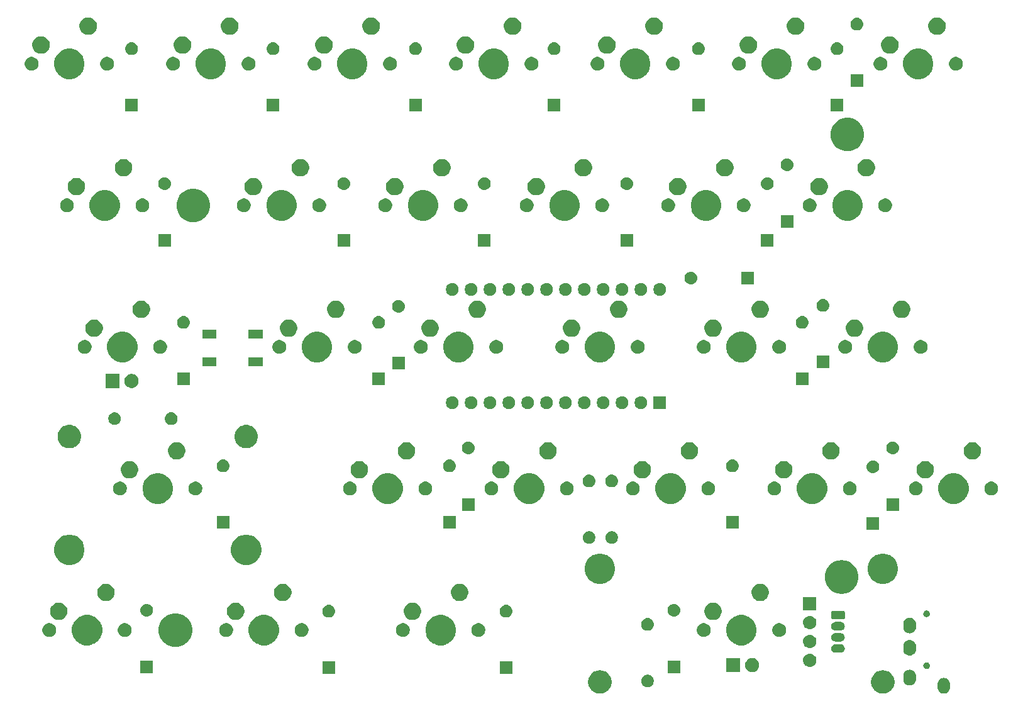
<source format=gbs>
G04 #@! TF.GenerationSoftware,KiCad,Pcbnew,(5.1.4-0-10_14)*
G04 #@! TF.CreationDate,2021-02-15T10:00:53-08:00*
G04 #@! TF.ProjectId,mpm62-kb-left,6d706d36-322d-46b6-922d-6c6566742e6b,rev?*
G04 #@! TF.SameCoordinates,Original*
G04 #@! TF.FileFunction,Soldermask,Bot*
G04 #@! TF.FilePolarity,Negative*
%FSLAX46Y46*%
G04 Gerber Fmt 4.6, Leading zero omitted, Abs format (unit mm)*
G04 Created by KiCad (PCBNEW (5.1.4-0-10_14)) date 2021-02-15 10:00:53*
%MOMM*%
%LPD*%
G04 APERTURE LIST*
%ADD10C,0.100000*%
G04 APERTURE END LIST*
D10*
G36*
X198731832Y-122912690D02*
G01*
X198896911Y-122945526D01*
X199015637Y-122994704D01*
X199183541Y-123064252D01*
X199183542Y-123064253D01*
X199441504Y-123236617D01*
X199660883Y-123455996D01*
X199700111Y-123514705D01*
X199833248Y-123713959D01*
X199864960Y-123790519D01*
X199951974Y-124000589D01*
X199973101Y-124106803D01*
X200012500Y-124304875D01*
X200012500Y-124615125D01*
X199991003Y-124723196D01*
X199951974Y-124919411D01*
X199921072Y-124994015D01*
X199833248Y-125206041D01*
X199832741Y-125206800D01*
X199660883Y-125464004D01*
X199441504Y-125683383D01*
X199312382Y-125769659D01*
X199183541Y-125855748D01*
X199015637Y-125925296D01*
X198896911Y-125974474D01*
X198750051Y-126003686D01*
X198592625Y-126035000D01*
X198282375Y-126035000D01*
X198124949Y-126003686D01*
X197978089Y-125974474D01*
X197859363Y-125925296D01*
X197691459Y-125855748D01*
X197562618Y-125769659D01*
X197433496Y-125683383D01*
X197214117Y-125464004D01*
X197042259Y-125206800D01*
X197041752Y-125206041D01*
X196953928Y-124994015D01*
X196923026Y-124919411D01*
X196883997Y-124723196D01*
X196862500Y-124615125D01*
X196862500Y-124304875D01*
X196901899Y-124106803D01*
X196923026Y-124000589D01*
X197010040Y-123790519D01*
X197041752Y-123713959D01*
X197174889Y-123514705D01*
X197214117Y-123455996D01*
X197433496Y-123236617D01*
X197691458Y-123064253D01*
X197691459Y-123064252D01*
X197859363Y-122994704D01*
X197978089Y-122945526D01*
X198143168Y-122912690D01*
X198282375Y-122885000D01*
X198592625Y-122885000D01*
X198731832Y-122912690D01*
X198731832Y-122912690D01*
G37*
G36*
X160631832Y-122912690D02*
G01*
X160796911Y-122945526D01*
X160915637Y-122994704D01*
X161083541Y-123064252D01*
X161083542Y-123064253D01*
X161341504Y-123236617D01*
X161560883Y-123455996D01*
X161600111Y-123514705D01*
X161733248Y-123713959D01*
X161764960Y-123790519D01*
X161851974Y-124000589D01*
X161873101Y-124106803D01*
X161912500Y-124304875D01*
X161912500Y-124615125D01*
X161891003Y-124723196D01*
X161851974Y-124919411D01*
X161821072Y-124994015D01*
X161733248Y-125206041D01*
X161732741Y-125206800D01*
X161560883Y-125464004D01*
X161341504Y-125683383D01*
X161212382Y-125769659D01*
X161083541Y-125855748D01*
X160915637Y-125925296D01*
X160796911Y-125974474D01*
X160650051Y-126003686D01*
X160492625Y-126035000D01*
X160182375Y-126035000D01*
X160024949Y-126003686D01*
X159878089Y-125974474D01*
X159759363Y-125925296D01*
X159591459Y-125855748D01*
X159462618Y-125769659D01*
X159333496Y-125683383D01*
X159114117Y-125464004D01*
X158942259Y-125206800D01*
X158941752Y-125206041D01*
X158853928Y-124994015D01*
X158823026Y-124919411D01*
X158783997Y-124723196D01*
X158762500Y-124615125D01*
X158762500Y-124304875D01*
X158801899Y-124106803D01*
X158823026Y-124000589D01*
X158910040Y-123790519D01*
X158941752Y-123713959D01*
X159074889Y-123514705D01*
X159114117Y-123455996D01*
X159333496Y-123236617D01*
X159591458Y-123064253D01*
X159591459Y-123064252D01*
X159759363Y-122994704D01*
X159878089Y-122945526D01*
X160043168Y-122912690D01*
X160182375Y-122885000D01*
X160492625Y-122885000D01*
X160631832Y-122912690D01*
X160631832Y-122912690D01*
G37*
G36*
X206809823Y-123926313D02*
G01*
X206970242Y-123974976D01*
X207018162Y-124000590D01*
X207118078Y-124053996D01*
X207247659Y-124160341D01*
X207354004Y-124289922D01*
X207354005Y-124289924D01*
X207433024Y-124437758D01*
X207481687Y-124598178D01*
X207494000Y-124723197D01*
X207494000Y-125206804D01*
X207481687Y-125331823D01*
X207433024Y-125492242D01*
X207362114Y-125624906D01*
X207354004Y-125640078D01*
X207318464Y-125683383D01*
X207247659Y-125769659D01*
X207118077Y-125876005D01*
X206970241Y-125955024D01*
X206809822Y-126003687D01*
X206643000Y-126020117D01*
X206476177Y-126003687D01*
X206315758Y-125955024D01*
X206167924Y-125876005D01*
X206167922Y-125876004D01*
X206038341Y-125769659D01*
X205967536Y-125683383D01*
X205931995Y-125640077D01*
X205852976Y-125492241D01*
X205804313Y-125331822D01*
X205792000Y-125206803D01*
X205792000Y-124723196D01*
X205804313Y-124598177D01*
X205852976Y-124437758D01*
X205931995Y-124289924D01*
X205931996Y-124289922D01*
X206038342Y-124160341D01*
X206167923Y-124053996D01*
X206267839Y-124000590D01*
X206315759Y-123974976D01*
X206476178Y-123926313D01*
X206643000Y-123909883D01*
X206809823Y-123926313D01*
X206809823Y-123926313D01*
G37*
G36*
X166999228Y-123514703D02*
G01*
X167154100Y-123578853D01*
X167293481Y-123671985D01*
X167412015Y-123790519D01*
X167505147Y-123929900D01*
X167569297Y-124084772D01*
X167602000Y-124249184D01*
X167602000Y-124416816D01*
X167569297Y-124581228D01*
X167505147Y-124736100D01*
X167412015Y-124875481D01*
X167293481Y-124994015D01*
X167154100Y-125087147D01*
X166999228Y-125151297D01*
X166834816Y-125184000D01*
X166667184Y-125184000D01*
X166502772Y-125151297D01*
X166347900Y-125087147D01*
X166208519Y-124994015D01*
X166089985Y-124875481D01*
X165996853Y-124736100D01*
X165932703Y-124581228D01*
X165900000Y-124416816D01*
X165900000Y-124249184D01*
X165932703Y-124084772D01*
X165996853Y-123929900D01*
X166089985Y-123790519D01*
X166208519Y-123671985D01*
X166347900Y-123578853D01*
X166502772Y-123514703D01*
X166667184Y-123482000D01*
X166834816Y-123482000D01*
X166999228Y-123514703D01*
X166999228Y-123514703D01*
G37*
G36*
X202209823Y-122826313D02*
G01*
X202370242Y-122874976D01*
X202502232Y-122945526D01*
X202518078Y-122953996D01*
X202647659Y-123060341D01*
X202754004Y-123189922D01*
X202754005Y-123189924D01*
X202833024Y-123337758D01*
X202881687Y-123498178D01*
X202894000Y-123623197D01*
X202894000Y-124106804D01*
X202881687Y-124231823D01*
X202833024Y-124392242D01*
X202762114Y-124524906D01*
X202754004Y-124540078D01*
X202706323Y-124598177D01*
X202647659Y-124669659D01*
X202518077Y-124776005D01*
X202370241Y-124855024D01*
X202209822Y-124903687D01*
X202043000Y-124920117D01*
X201876177Y-124903687D01*
X201715758Y-124855024D01*
X201567924Y-124776005D01*
X201567922Y-124776004D01*
X201438341Y-124669659D01*
X201379677Y-124598177D01*
X201331995Y-124540077D01*
X201252976Y-124392241D01*
X201204313Y-124231822D01*
X201192000Y-124106803D01*
X201192000Y-123623196D01*
X201204313Y-123498177D01*
X201252976Y-123337758D01*
X201331995Y-123189924D01*
X201331996Y-123189922D01*
X201438342Y-123060341D01*
X201567923Y-122953996D01*
X201583769Y-122945526D01*
X201715759Y-122874976D01*
X201876178Y-122826313D01*
X202043000Y-122809883D01*
X202209823Y-122826313D01*
X202209823Y-122826313D01*
G37*
G36*
X148552000Y-123406000D02*
G01*
X146850000Y-123406000D01*
X146850000Y-121704000D01*
X148552000Y-121704000D01*
X148552000Y-123406000D01*
X148552000Y-123406000D01*
G37*
G36*
X124676000Y-123406000D02*
G01*
X122974000Y-123406000D01*
X122974000Y-121704000D01*
X124676000Y-121704000D01*
X124676000Y-123406000D01*
X124676000Y-123406000D01*
G37*
G36*
X171158000Y-123279000D02*
G01*
X169456000Y-123279000D01*
X169456000Y-121577000D01*
X171158000Y-121577000D01*
X171158000Y-123279000D01*
X171158000Y-123279000D01*
G37*
G36*
X100165000Y-123279000D02*
G01*
X98463000Y-123279000D01*
X98463000Y-121577000D01*
X100165000Y-121577000D01*
X100165000Y-123279000D01*
X100165000Y-123279000D01*
G37*
G36*
X179259000Y-123125000D02*
G01*
X177357000Y-123125000D01*
X177357000Y-121223000D01*
X179259000Y-121223000D01*
X179259000Y-123125000D01*
X179259000Y-123125000D01*
G37*
G36*
X181125395Y-121259546D02*
G01*
X181298466Y-121331234D01*
X181298467Y-121331235D01*
X181454227Y-121435310D01*
X181586690Y-121567773D01*
X181586691Y-121567775D01*
X181690766Y-121723534D01*
X181762454Y-121896605D01*
X181799000Y-122080333D01*
X181799000Y-122267667D01*
X181762454Y-122451395D01*
X181690766Y-122624466D01*
X181690765Y-122624467D01*
X181586690Y-122780227D01*
X181454227Y-122912690D01*
X181405084Y-122945526D01*
X181298466Y-123016766D01*
X181125395Y-123088454D01*
X180941667Y-123125000D01*
X180754333Y-123125000D01*
X180570605Y-123088454D01*
X180397534Y-123016766D01*
X180290916Y-122945526D01*
X180241773Y-122912690D01*
X180109310Y-122780227D01*
X180005235Y-122624467D01*
X180005234Y-122624466D01*
X179933546Y-122451395D01*
X179897000Y-122267667D01*
X179897000Y-122080333D01*
X179933546Y-121896605D01*
X180005234Y-121723534D01*
X180109309Y-121567775D01*
X180109310Y-121567773D01*
X180241773Y-121435310D01*
X180397533Y-121331235D01*
X180397534Y-121331234D01*
X180570605Y-121259546D01*
X180754333Y-121223000D01*
X180941667Y-121223000D01*
X181125395Y-121259546D01*
X181125395Y-121259546D01*
G37*
G36*
X204474552Y-121831331D02*
G01*
X204556627Y-121865328D01*
X204556629Y-121865329D01*
X204586766Y-121885466D01*
X204630495Y-121914685D01*
X204693315Y-121977505D01*
X204742672Y-122051373D01*
X204776669Y-122133448D01*
X204794000Y-122220579D01*
X204794000Y-122309421D01*
X204776669Y-122396552D01*
X204742672Y-122478627D01*
X204693315Y-122552495D01*
X204630495Y-122615315D01*
X204616798Y-122624467D01*
X204556629Y-122664671D01*
X204556628Y-122664672D01*
X204556627Y-122664672D01*
X204474552Y-122698669D01*
X204387421Y-122716000D01*
X204298579Y-122716000D01*
X204211448Y-122698669D01*
X204129373Y-122664672D01*
X204129372Y-122664672D01*
X204129371Y-122664671D01*
X204069202Y-122624467D01*
X204055505Y-122615315D01*
X203992685Y-122552495D01*
X203943328Y-122478627D01*
X203909331Y-122396552D01*
X203892000Y-122309421D01*
X203892000Y-122220579D01*
X203909331Y-122133448D01*
X203943328Y-122051373D01*
X203992685Y-121977505D01*
X204055505Y-121914685D01*
X204099234Y-121885466D01*
X204129371Y-121865329D01*
X204129373Y-121865328D01*
X204211448Y-121831331D01*
X204298579Y-121814000D01*
X204387421Y-121814000D01*
X204474552Y-121831331D01*
X204474552Y-121831331D01*
G37*
G36*
X188705443Y-120644519D02*
G01*
X188771627Y-120651037D01*
X188941466Y-120702557D01*
X189097991Y-120786222D01*
X189133729Y-120815552D01*
X189235186Y-120898814D01*
X189318448Y-121000271D01*
X189347778Y-121036009D01*
X189431443Y-121192534D01*
X189482963Y-121362373D01*
X189500359Y-121539000D01*
X189482963Y-121715627D01*
X189437551Y-121865329D01*
X189431442Y-121885468D01*
X189389611Y-121963728D01*
X189347778Y-122041991D01*
X189340080Y-122051371D01*
X189235186Y-122179186D01*
X189133729Y-122262448D01*
X189097991Y-122291778D01*
X188941466Y-122375443D01*
X188771627Y-122426963D01*
X188705443Y-122433481D01*
X188639260Y-122440000D01*
X188550740Y-122440000D01*
X188484557Y-122433481D01*
X188418373Y-122426963D01*
X188248534Y-122375443D01*
X188092009Y-122291778D01*
X188056271Y-122262448D01*
X187954814Y-122179186D01*
X187849920Y-122051371D01*
X187842222Y-122041991D01*
X187800389Y-121963728D01*
X187758558Y-121885468D01*
X187752449Y-121865329D01*
X187707037Y-121715627D01*
X187689641Y-121539000D01*
X187707037Y-121362373D01*
X187758557Y-121192534D01*
X187842222Y-121036009D01*
X187871552Y-121000271D01*
X187954814Y-120898814D01*
X188056271Y-120815552D01*
X188092009Y-120786222D01*
X188248534Y-120702557D01*
X188418373Y-120651037D01*
X188484557Y-120644519D01*
X188550740Y-120638000D01*
X188639260Y-120638000D01*
X188705443Y-120644519D01*
X188705443Y-120644519D01*
G37*
G36*
X202209823Y-118826313D02*
G01*
X202370242Y-118874976D01*
X202502906Y-118945886D01*
X202518078Y-118953996D01*
X202647659Y-119060341D01*
X202754004Y-119189922D01*
X202754005Y-119189924D01*
X202833024Y-119337758D01*
X202881687Y-119498178D01*
X202894000Y-119623197D01*
X202894000Y-120106804D01*
X202881687Y-120231823D01*
X202833024Y-120392242D01*
X202774993Y-120500810D01*
X202754004Y-120540078D01*
X202673641Y-120638000D01*
X202647659Y-120669659D01*
X202518077Y-120776005D01*
X202370241Y-120855024D01*
X202209822Y-120903687D01*
X202043000Y-120920117D01*
X201876177Y-120903687D01*
X201715758Y-120855024D01*
X201567924Y-120776005D01*
X201567922Y-120776004D01*
X201438341Y-120669659D01*
X201412359Y-120638000D01*
X201331995Y-120540077D01*
X201252976Y-120392241D01*
X201204313Y-120231822D01*
X201192000Y-120106803D01*
X201192000Y-119623196D01*
X201204313Y-119498177D01*
X201252976Y-119337758D01*
X201331995Y-119189924D01*
X201331996Y-119189922D01*
X201438342Y-119060341D01*
X201567923Y-118953996D01*
X201583095Y-118945886D01*
X201715759Y-118874976D01*
X201876178Y-118826313D01*
X202043000Y-118809883D01*
X202209823Y-118826313D01*
X202209823Y-118826313D01*
G37*
G36*
X192810518Y-119379730D02*
G01*
X192865955Y-119385190D01*
X192972647Y-119417555D01*
X192972650Y-119417556D01*
X193070973Y-119470111D01*
X193157159Y-119540841D01*
X193227889Y-119627027D01*
X193280444Y-119725350D01*
X193280445Y-119725353D01*
X193312810Y-119832045D01*
X193323738Y-119943000D01*
X193312810Y-120053955D01*
X193296778Y-120106804D01*
X193280444Y-120160650D01*
X193227889Y-120258973D01*
X193157159Y-120345159D01*
X193070973Y-120415889D01*
X192972650Y-120468444D01*
X192972647Y-120468445D01*
X192865955Y-120500810D01*
X192810518Y-120506270D01*
X192782801Y-120509000D01*
X192027199Y-120509000D01*
X191999482Y-120506270D01*
X191944045Y-120500810D01*
X191837353Y-120468445D01*
X191837350Y-120468444D01*
X191739027Y-120415889D01*
X191652841Y-120345159D01*
X191582111Y-120258973D01*
X191529556Y-120160650D01*
X191513222Y-120106804D01*
X191497190Y-120053955D01*
X191486262Y-119943000D01*
X191497190Y-119832045D01*
X191529555Y-119725353D01*
X191529556Y-119725350D01*
X191582111Y-119627027D01*
X191652841Y-119540841D01*
X191739027Y-119470111D01*
X191837350Y-119417556D01*
X191837353Y-119417555D01*
X191944045Y-119385190D01*
X191999482Y-119379730D01*
X192027199Y-119377000D01*
X192782801Y-119377000D01*
X192810518Y-119379730D01*
X192810518Y-119379730D01*
G37*
G36*
X188705443Y-118104519D02*
G01*
X188771627Y-118111037D01*
X188941466Y-118162557D01*
X189097991Y-118246222D01*
X189133729Y-118275552D01*
X189235186Y-118358814D01*
X189304785Y-118443622D01*
X189347778Y-118496009D01*
X189431443Y-118652534D01*
X189482963Y-118822373D01*
X189500359Y-118999000D01*
X189482963Y-119175627D01*
X189431443Y-119345466D01*
X189347778Y-119501991D01*
X189333080Y-119519900D01*
X189235186Y-119639186D01*
X189133729Y-119722448D01*
X189097991Y-119751778D01*
X189097989Y-119751779D01*
X188947820Y-119832047D01*
X188941466Y-119835443D01*
X188771627Y-119886963D01*
X188705442Y-119893482D01*
X188639260Y-119900000D01*
X188550740Y-119900000D01*
X188484558Y-119893482D01*
X188418373Y-119886963D01*
X188248534Y-119835443D01*
X188242181Y-119832047D01*
X188092011Y-119751779D01*
X188092009Y-119751778D01*
X188056271Y-119722448D01*
X187954814Y-119639186D01*
X187856920Y-119519900D01*
X187842222Y-119501991D01*
X187758557Y-119345466D01*
X187707037Y-119175627D01*
X187689641Y-118999000D01*
X187707037Y-118822373D01*
X187758557Y-118652534D01*
X187842222Y-118496009D01*
X187885215Y-118443622D01*
X187954814Y-118358814D01*
X188056271Y-118275552D01*
X188092009Y-118246222D01*
X188248534Y-118162557D01*
X188418373Y-118111037D01*
X188484557Y-118104519D01*
X188550740Y-118098000D01*
X188639260Y-118098000D01*
X188705443Y-118104519D01*
X188705443Y-118104519D01*
G37*
G36*
X103463380Y-115234776D02*
G01*
X103844093Y-115310504D01*
X104253749Y-115480189D01*
X104622429Y-115726534D01*
X104935966Y-116040071D01*
X105182311Y-116408751D01*
X105351996Y-116818407D01*
X105438500Y-117253296D01*
X105438500Y-117696704D01*
X105351996Y-118131593D01*
X105182311Y-118541249D01*
X104935966Y-118909929D01*
X104622429Y-119223466D01*
X104253749Y-119469811D01*
X103844093Y-119639496D01*
X103463380Y-119715224D01*
X103409205Y-119726000D01*
X102965795Y-119726000D01*
X102911620Y-119715224D01*
X102530907Y-119639496D01*
X102121251Y-119469811D01*
X101752571Y-119223466D01*
X101439034Y-118909929D01*
X101192689Y-118541249D01*
X101023004Y-118131593D01*
X100936500Y-117696704D01*
X100936500Y-117253296D01*
X101023004Y-116818407D01*
X101192689Y-116408751D01*
X101439034Y-116040071D01*
X101752571Y-115726534D01*
X102121251Y-115480189D01*
X102530907Y-115310504D01*
X102911620Y-115234776D01*
X102965795Y-115224000D01*
X103409205Y-115224000D01*
X103463380Y-115234776D01*
X103463380Y-115234776D01*
G37*
G36*
X115690224Y-115508684D02*
G01*
X115795995Y-115552496D01*
X116062373Y-115662833D01*
X116397298Y-115886623D01*
X116682127Y-116171452D01*
X116905917Y-116506377D01*
X116938312Y-116584586D01*
X117060066Y-116878526D01*
X117138650Y-117273594D01*
X117138650Y-117676406D01*
X117060066Y-118071474D01*
X117009201Y-118194272D01*
X116905917Y-118443623D01*
X116682127Y-118778548D01*
X116397298Y-119063377D01*
X116062373Y-119287167D01*
X115921626Y-119345466D01*
X115690224Y-119441316D01*
X115295156Y-119519900D01*
X114892344Y-119519900D01*
X114497276Y-119441316D01*
X114265874Y-119345466D01*
X114125127Y-119287167D01*
X113790202Y-119063377D01*
X113505373Y-118778548D01*
X113281583Y-118443623D01*
X113178299Y-118194272D01*
X113127434Y-118071474D01*
X113048850Y-117676406D01*
X113048850Y-117273594D01*
X113127434Y-116878526D01*
X113249188Y-116584586D01*
X113281583Y-116506377D01*
X113505373Y-116171452D01*
X113790202Y-115886623D01*
X114125127Y-115662833D01*
X114391505Y-115552496D01*
X114497276Y-115508684D01*
X114892344Y-115430100D01*
X115295156Y-115430100D01*
X115690224Y-115508684D01*
X115690224Y-115508684D01*
G37*
G36*
X179983974Y-115508684D02*
G01*
X180089745Y-115552496D01*
X180356123Y-115662833D01*
X180691048Y-115886623D01*
X180975877Y-116171452D01*
X181199667Y-116506377D01*
X181232062Y-116584586D01*
X181353816Y-116878526D01*
X181432400Y-117273594D01*
X181432400Y-117676406D01*
X181353816Y-118071474D01*
X181302951Y-118194272D01*
X181199667Y-118443623D01*
X180975877Y-118778548D01*
X180691048Y-119063377D01*
X180356123Y-119287167D01*
X180215376Y-119345466D01*
X179983974Y-119441316D01*
X179588906Y-119519900D01*
X179186094Y-119519900D01*
X178791026Y-119441316D01*
X178559624Y-119345466D01*
X178418877Y-119287167D01*
X178083952Y-119063377D01*
X177799123Y-118778548D01*
X177575333Y-118443623D01*
X177472049Y-118194272D01*
X177421184Y-118071474D01*
X177342600Y-117676406D01*
X177342600Y-117273594D01*
X177421184Y-116878526D01*
X177542938Y-116584586D01*
X177575333Y-116506377D01*
X177799123Y-116171452D01*
X178083952Y-115886623D01*
X178418877Y-115662833D01*
X178685255Y-115552496D01*
X178791026Y-115508684D01*
X179186094Y-115430100D01*
X179588906Y-115430100D01*
X179983974Y-115508684D01*
X179983974Y-115508684D01*
G37*
G36*
X91877724Y-115508684D02*
G01*
X91983495Y-115552496D01*
X92249873Y-115662833D01*
X92584798Y-115886623D01*
X92869627Y-116171452D01*
X93093417Y-116506377D01*
X93125812Y-116584586D01*
X93247566Y-116878526D01*
X93326150Y-117273594D01*
X93326150Y-117676406D01*
X93247566Y-118071474D01*
X93196701Y-118194272D01*
X93093417Y-118443623D01*
X92869627Y-118778548D01*
X92584798Y-119063377D01*
X92249873Y-119287167D01*
X92109126Y-119345466D01*
X91877724Y-119441316D01*
X91482656Y-119519900D01*
X91079844Y-119519900D01*
X90684776Y-119441316D01*
X90453374Y-119345466D01*
X90312627Y-119287167D01*
X89977702Y-119063377D01*
X89692873Y-118778548D01*
X89469083Y-118443623D01*
X89365799Y-118194272D01*
X89314934Y-118071474D01*
X89236350Y-117676406D01*
X89236350Y-117273594D01*
X89314934Y-116878526D01*
X89436688Y-116584586D01*
X89469083Y-116506377D01*
X89692873Y-116171452D01*
X89977702Y-115886623D01*
X90312627Y-115662833D01*
X90579005Y-115552496D01*
X90684776Y-115508684D01*
X91079844Y-115430100D01*
X91482656Y-115430100D01*
X91877724Y-115508684D01*
X91877724Y-115508684D01*
G37*
G36*
X139502724Y-115508684D02*
G01*
X139608495Y-115552496D01*
X139874873Y-115662833D01*
X140209798Y-115886623D01*
X140494627Y-116171452D01*
X140718417Y-116506377D01*
X140750812Y-116584586D01*
X140872566Y-116878526D01*
X140951150Y-117273594D01*
X140951150Y-117676406D01*
X140872566Y-118071474D01*
X140821701Y-118194272D01*
X140718417Y-118443623D01*
X140494627Y-118778548D01*
X140209798Y-119063377D01*
X139874873Y-119287167D01*
X139734126Y-119345466D01*
X139502724Y-119441316D01*
X139107656Y-119519900D01*
X138704844Y-119519900D01*
X138309776Y-119441316D01*
X138078374Y-119345466D01*
X137937627Y-119287167D01*
X137602702Y-119063377D01*
X137317873Y-118778548D01*
X137094083Y-118443623D01*
X136990799Y-118194272D01*
X136939934Y-118071474D01*
X136861350Y-117676406D01*
X136861350Y-117273594D01*
X136939934Y-116878526D01*
X137061688Y-116584586D01*
X137094083Y-116506377D01*
X137317873Y-116171452D01*
X137602702Y-115886623D01*
X137937627Y-115662833D01*
X138204005Y-115552496D01*
X138309776Y-115508684D01*
X138704844Y-115430100D01*
X139107656Y-115430100D01*
X139502724Y-115508684D01*
X139502724Y-115508684D01*
G37*
G36*
X192810518Y-117879730D02*
G01*
X192865955Y-117885190D01*
X192972647Y-117917555D01*
X192972650Y-117917556D01*
X193070973Y-117970111D01*
X193157159Y-118040841D01*
X193227889Y-118127027D01*
X193280444Y-118225350D01*
X193280445Y-118225353D01*
X193312810Y-118332045D01*
X193323738Y-118443000D01*
X193312810Y-118553955D01*
X193282907Y-118652532D01*
X193280444Y-118660650D01*
X193227889Y-118758973D01*
X193157159Y-118845159D01*
X193070973Y-118915889D01*
X192972650Y-118968444D01*
X192972647Y-118968445D01*
X192865955Y-119000810D01*
X192810518Y-119006270D01*
X192782801Y-119009000D01*
X192027199Y-119009000D01*
X191999482Y-119006270D01*
X191944045Y-119000810D01*
X191837353Y-118968445D01*
X191837350Y-118968444D01*
X191739027Y-118915889D01*
X191652841Y-118845159D01*
X191582111Y-118758973D01*
X191529556Y-118660650D01*
X191527093Y-118652532D01*
X191497190Y-118553955D01*
X191486262Y-118443000D01*
X191497190Y-118332045D01*
X191529555Y-118225353D01*
X191529556Y-118225350D01*
X191582111Y-118127027D01*
X191652841Y-118040841D01*
X191739027Y-117970111D01*
X191837350Y-117917556D01*
X191837353Y-117917555D01*
X191944045Y-117885190D01*
X191999482Y-117879730D01*
X192027199Y-117877000D01*
X192782801Y-117877000D01*
X192810518Y-117879730D01*
X192810518Y-117879730D01*
G37*
G36*
X174577604Y-116584585D02*
G01*
X174746126Y-116654389D01*
X174897791Y-116755728D01*
X175026772Y-116884709D01*
X175128111Y-117036374D01*
X175197915Y-117204896D01*
X175233500Y-117383797D01*
X175233500Y-117566203D01*
X175197915Y-117745104D01*
X175128111Y-117913626D01*
X175026772Y-118065291D01*
X174897791Y-118194272D01*
X174746126Y-118295611D01*
X174577604Y-118365415D01*
X174398703Y-118401000D01*
X174216297Y-118401000D01*
X174037396Y-118365415D01*
X173868874Y-118295611D01*
X173717209Y-118194272D01*
X173588228Y-118065291D01*
X173486889Y-117913626D01*
X173417085Y-117745104D01*
X173381500Y-117566203D01*
X173381500Y-117383797D01*
X173417085Y-117204896D01*
X173486889Y-117036374D01*
X173588228Y-116884709D01*
X173717209Y-116755728D01*
X173868874Y-116654389D01*
X174037396Y-116584585D01*
X174216297Y-116549000D01*
X174398703Y-116549000D01*
X174577604Y-116584585D01*
X174577604Y-116584585D01*
G37*
G36*
X144256354Y-116584585D02*
G01*
X144424876Y-116654389D01*
X144576541Y-116755728D01*
X144705522Y-116884709D01*
X144806861Y-117036374D01*
X144876665Y-117204896D01*
X144912250Y-117383797D01*
X144912250Y-117566203D01*
X144876665Y-117745104D01*
X144806861Y-117913626D01*
X144705522Y-118065291D01*
X144576541Y-118194272D01*
X144424876Y-118295611D01*
X144256354Y-118365415D01*
X144077453Y-118401000D01*
X143895047Y-118401000D01*
X143716146Y-118365415D01*
X143547624Y-118295611D01*
X143395959Y-118194272D01*
X143266978Y-118065291D01*
X143165639Y-117913626D01*
X143095835Y-117745104D01*
X143060250Y-117566203D01*
X143060250Y-117383797D01*
X143095835Y-117204896D01*
X143165639Y-117036374D01*
X143266978Y-116884709D01*
X143395959Y-116755728D01*
X143547624Y-116654389D01*
X143716146Y-116584585D01*
X143895047Y-116549000D01*
X144077453Y-116549000D01*
X144256354Y-116584585D01*
X144256354Y-116584585D01*
G37*
G36*
X184737604Y-116584585D02*
G01*
X184906126Y-116654389D01*
X185057791Y-116755728D01*
X185186772Y-116884709D01*
X185288111Y-117036374D01*
X185357915Y-117204896D01*
X185393500Y-117383797D01*
X185393500Y-117566203D01*
X185357915Y-117745104D01*
X185288111Y-117913626D01*
X185186772Y-118065291D01*
X185057791Y-118194272D01*
X184906126Y-118295611D01*
X184737604Y-118365415D01*
X184558703Y-118401000D01*
X184376297Y-118401000D01*
X184197396Y-118365415D01*
X184028874Y-118295611D01*
X183877209Y-118194272D01*
X183748228Y-118065291D01*
X183646889Y-117913626D01*
X183577085Y-117745104D01*
X183541500Y-117566203D01*
X183541500Y-117383797D01*
X183577085Y-117204896D01*
X183646889Y-117036374D01*
X183748228Y-116884709D01*
X183877209Y-116755728D01*
X184028874Y-116654389D01*
X184197396Y-116584585D01*
X184376297Y-116549000D01*
X184558703Y-116549000D01*
X184737604Y-116584585D01*
X184737604Y-116584585D01*
G37*
G36*
X134096354Y-116584585D02*
G01*
X134264876Y-116654389D01*
X134416541Y-116755728D01*
X134545522Y-116884709D01*
X134646861Y-117036374D01*
X134716665Y-117204896D01*
X134752250Y-117383797D01*
X134752250Y-117566203D01*
X134716665Y-117745104D01*
X134646861Y-117913626D01*
X134545522Y-118065291D01*
X134416541Y-118194272D01*
X134264876Y-118295611D01*
X134096354Y-118365415D01*
X133917453Y-118401000D01*
X133735047Y-118401000D01*
X133556146Y-118365415D01*
X133387624Y-118295611D01*
X133235959Y-118194272D01*
X133106978Y-118065291D01*
X133005639Y-117913626D01*
X132935835Y-117745104D01*
X132900250Y-117566203D01*
X132900250Y-117383797D01*
X132935835Y-117204896D01*
X133005639Y-117036374D01*
X133106978Y-116884709D01*
X133235959Y-116755728D01*
X133387624Y-116654389D01*
X133556146Y-116584585D01*
X133735047Y-116549000D01*
X133917453Y-116549000D01*
X134096354Y-116584585D01*
X134096354Y-116584585D01*
G37*
G36*
X120443854Y-116584585D02*
G01*
X120612376Y-116654389D01*
X120764041Y-116755728D01*
X120893022Y-116884709D01*
X120994361Y-117036374D01*
X121064165Y-117204896D01*
X121099750Y-117383797D01*
X121099750Y-117566203D01*
X121064165Y-117745104D01*
X120994361Y-117913626D01*
X120893022Y-118065291D01*
X120764041Y-118194272D01*
X120612376Y-118295611D01*
X120443854Y-118365415D01*
X120264953Y-118401000D01*
X120082547Y-118401000D01*
X119903646Y-118365415D01*
X119735124Y-118295611D01*
X119583459Y-118194272D01*
X119454478Y-118065291D01*
X119353139Y-117913626D01*
X119283335Y-117745104D01*
X119247750Y-117566203D01*
X119247750Y-117383797D01*
X119283335Y-117204896D01*
X119353139Y-117036374D01*
X119454478Y-116884709D01*
X119583459Y-116755728D01*
X119735124Y-116654389D01*
X119903646Y-116584585D01*
X120082547Y-116549000D01*
X120264953Y-116549000D01*
X120443854Y-116584585D01*
X120443854Y-116584585D01*
G37*
G36*
X110283854Y-116584585D02*
G01*
X110452376Y-116654389D01*
X110604041Y-116755728D01*
X110733022Y-116884709D01*
X110834361Y-117036374D01*
X110904165Y-117204896D01*
X110939750Y-117383797D01*
X110939750Y-117566203D01*
X110904165Y-117745104D01*
X110834361Y-117913626D01*
X110733022Y-118065291D01*
X110604041Y-118194272D01*
X110452376Y-118295611D01*
X110283854Y-118365415D01*
X110104953Y-118401000D01*
X109922547Y-118401000D01*
X109743646Y-118365415D01*
X109575124Y-118295611D01*
X109423459Y-118194272D01*
X109294478Y-118065291D01*
X109193139Y-117913626D01*
X109123335Y-117745104D01*
X109087750Y-117566203D01*
X109087750Y-117383797D01*
X109123335Y-117204896D01*
X109193139Y-117036374D01*
X109294478Y-116884709D01*
X109423459Y-116755728D01*
X109575124Y-116654389D01*
X109743646Y-116584585D01*
X109922547Y-116549000D01*
X110104953Y-116549000D01*
X110283854Y-116584585D01*
X110283854Y-116584585D01*
G37*
G36*
X86471354Y-116584585D02*
G01*
X86639876Y-116654389D01*
X86791541Y-116755728D01*
X86920522Y-116884709D01*
X87021861Y-117036374D01*
X87091665Y-117204896D01*
X87127250Y-117383797D01*
X87127250Y-117566203D01*
X87091665Y-117745104D01*
X87021861Y-117913626D01*
X86920522Y-118065291D01*
X86791541Y-118194272D01*
X86639876Y-118295611D01*
X86471354Y-118365415D01*
X86292453Y-118401000D01*
X86110047Y-118401000D01*
X85931146Y-118365415D01*
X85762624Y-118295611D01*
X85610959Y-118194272D01*
X85481978Y-118065291D01*
X85380639Y-117913626D01*
X85310835Y-117745104D01*
X85275250Y-117566203D01*
X85275250Y-117383797D01*
X85310835Y-117204896D01*
X85380639Y-117036374D01*
X85481978Y-116884709D01*
X85610959Y-116755728D01*
X85762624Y-116654389D01*
X85931146Y-116584585D01*
X86110047Y-116549000D01*
X86292453Y-116549000D01*
X86471354Y-116584585D01*
X86471354Y-116584585D01*
G37*
G36*
X96631354Y-116584585D02*
G01*
X96799876Y-116654389D01*
X96951541Y-116755728D01*
X97080522Y-116884709D01*
X97181861Y-117036374D01*
X97251665Y-117204896D01*
X97287250Y-117383797D01*
X97287250Y-117566203D01*
X97251665Y-117745104D01*
X97181861Y-117913626D01*
X97080522Y-118065291D01*
X96951541Y-118194272D01*
X96799876Y-118295611D01*
X96631354Y-118365415D01*
X96452453Y-118401000D01*
X96270047Y-118401000D01*
X96091146Y-118365415D01*
X95922624Y-118295611D01*
X95770959Y-118194272D01*
X95641978Y-118065291D01*
X95540639Y-117913626D01*
X95470835Y-117745104D01*
X95435250Y-117566203D01*
X95435250Y-117383797D01*
X95470835Y-117204896D01*
X95540639Y-117036374D01*
X95641978Y-116884709D01*
X95770959Y-116755728D01*
X95922624Y-116654389D01*
X96091146Y-116584585D01*
X96270047Y-116549000D01*
X96452453Y-116549000D01*
X96631354Y-116584585D01*
X96631354Y-116584585D01*
G37*
G36*
X202209823Y-115826313D02*
G01*
X202327466Y-115862000D01*
X202368057Y-115874313D01*
X202370242Y-115874976D01*
X202470427Y-115928526D01*
X202518078Y-115953996D01*
X202647659Y-116060341D01*
X202754004Y-116189922D01*
X202754005Y-116189924D01*
X202833024Y-116337758D01*
X202881687Y-116498178D01*
X202894000Y-116623197D01*
X202894000Y-117106804D01*
X202881687Y-117231823D01*
X202833024Y-117392242D01*
X202774993Y-117500810D01*
X202754004Y-117540078D01*
X202647659Y-117669659D01*
X202518077Y-117776005D01*
X202370241Y-117855024D01*
X202209822Y-117903687D01*
X202043000Y-117920117D01*
X201876177Y-117903687D01*
X201715758Y-117855024D01*
X201567924Y-117776005D01*
X201567922Y-117776004D01*
X201438341Y-117669659D01*
X201331995Y-117540077D01*
X201252976Y-117392241D01*
X201250415Y-117383797D01*
X201230352Y-117317659D01*
X201204313Y-117231822D01*
X201192000Y-117106803D01*
X201192000Y-116623196D01*
X201204313Y-116498177D01*
X201252976Y-116337758D01*
X201331995Y-116189924D01*
X201331996Y-116189922D01*
X201438342Y-116060341D01*
X201567923Y-115953996D01*
X201615574Y-115928526D01*
X201715759Y-115874976D01*
X201717945Y-115874313D01*
X201758535Y-115862000D01*
X201876178Y-115826313D01*
X202043000Y-115809883D01*
X202209823Y-115826313D01*
X202209823Y-115826313D01*
G37*
G36*
X166917823Y-115874313D02*
G01*
X167078242Y-115922976D01*
X167179607Y-115977157D01*
X167226078Y-116001996D01*
X167355659Y-116108341D01*
X167462004Y-116237922D01*
X167462005Y-116237924D01*
X167541024Y-116385758D01*
X167589687Y-116546177D01*
X167606117Y-116713000D01*
X167589687Y-116879823D01*
X167541024Y-117040242D01*
X167470114Y-117172906D01*
X167462004Y-117188078D01*
X167355659Y-117317659D01*
X167226078Y-117424004D01*
X167226076Y-117424005D01*
X167078242Y-117503024D01*
X166917823Y-117551687D01*
X166792804Y-117564000D01*
X166709196Y-117564000D01*
X166584177Y-117551687D01*
X166423758Y-117503024D01*
X166275924Y-117424005D01*
X166275922Y-117424004D01*
X166146341Y-117317659D01*
X166039996Y-117188078D01*
X166031886Y-117172906D01*
X165960976Y-117040242D01*
X165912313Y-116879823D01*
X165895883Y-116713000D01*
X165912313Y-116546177D01*
X165960976Y-116385758D01*
X166039995Y-116237924D01*
X166039996Y-116237922D01*
X166146341Y-116108341D01*
X166275922Y-116001996D01*
X166322393Y-115977157D01*
X166423758Y-115922976D01*
X166584177Y-115874313D01*
X166709196Y-115862000D01*
X166792804Y-115862000D01*
X166917823Y-115874313D01*
X166917823Y-115874313D01*
G37*
G36*
X192810518Y-116379730D02*
G01*
X192865955Y-116385190D01*
X192943624Y-116408751D01*
X192972650Y-116417556D01*
X193070973Y-116470111D01*
X193157159Y-116540841D01*
X193227889Y-116627027D01*
X193280444Y-116725350D01*
X193280445Y-116725353D01*
X193312810Y-116832045D01*
X193323738Y-116943000D01*
X193312810Y-117053955D01*
X193296778Y-117106804D01*
X193280444Y-117160650D01*
X193227889Y-117258973D01*
X193157159Y-117345159D01*
X193070973Y-117415889D01*
X192972650Y-117468444D01*
X192972647Y-117468445D01*
X192865955Y-117500810D01*
X192810518Y-117506270D01*
X192782801Y-117509000D01*
X192027199Y-117509000D01*
X191999482Y-117506270D01*
X191944045Y-117500810D01*
X191837353Y-117468445D01*
X191837350Y-117468444D01*
X191739027Y-117415889D01*
X191652841Y-117345159D01*
X191582111Y-117258973D01*
X191529556Y-117160650D01*
X191513222Y-117106804D01*
X191497190Y-117053955D01*
X191486262Y-116943000D01*
X191497190Y-116832045D01*
X191529555Y-116725353D01*
X191529556Y-116725350D01*
X191582111Y-116627027D01*
X191652841Y-116540841D01*
X191739027Y-116470111D01*
X191837350Y-116417556D01*
X191866376Y-116408751D01*
X191944045Y-116385190D01*
X191999482Y-116379730D01*
X192027199Y-116377000D01*
X192782801Y-116377000D01*
X192810518Y-116379730D01*
X192810518Y-116379730D01*
G37*
G36*
X188705442Y-115564518D02*
G01*
X188771627Y-115571037D01*
X188941466Y-115622557D01*
X189097991Y-115706222D01*
X189109905Y-115716000D01*
X189235186Y-115818814D01*
X189314234Y-115915136D01*
X189347778Y-115956009D01*
X189431443Y-116112534D01*
X189482963Y-116282373D01*
X189500359Y-116459000D01*
X189482963Y-116635627D01*
X189431443Y-116805466D01*
X189347778Y-116961991D01*
X189318448Y-116997729D01*
X189235186Y-117099186D01*
X189133729Y-117182448D01*
X189097991Y-117211778D01*
X188941466Y-117295443D01*
X188771627Y-117346963D01*
X188705443Y-117353481D01*
X188639260Y-117360000D01*
X188550740Y-117360000D01*
X188484557Y-117353481D01*
X188418373Y-117346963D01*
X188248534Y-117295443D01*
X188092009Y-117211778D01*
X188056271Y-117182448D01*
X187954814Y-117099186D01*
X187871552Y-116997729D01*
X187842222Y-116961991D01*
X187758557Y-116805466D01*
X187707037Y-116635627D01*
X187689641Y-116459000D01*
X187707037Y-116282373D01*
X187758557Y-116112534D01*
X187842222Y-115956009D01*
X187875766Y-115915136D01*
X187954814Y-115818814D01*
X188080095Y-115716000D01*
X188092009Y-115706222D01*
X188248534Y-115622557D01*
X188418373Y-115571037D01*
X188484558Y-115564518D01*
X188550740Y-115558000D01*
X188639260Y-115558000D01*
X188705442Y-115564518D01*
X188705442Y-115564518D01*
G37*
G36*
X87662810Y-113774064D02*
G01*
X87814277Y-113804193D01*
X88028295Y-113892842D01*
X88028296Y-113892843D01*
X88220904Y-114021539D01*
X88384711Y-114185346D01*
X88410535Y-114223995D01*
X88513408Y-114377955D01*
X88602057Y-114591973D01*
X88605197Y-114607761D01*
X88645028Y-114808000D01*
X88647250Y-114819174D01*
X88647250Y-115050826D01*
X88602057Y-115278027D01*
X88513408Y-115492045D01*
X88495394Y-115519005D01*
X88384711Y-115684654D01*
X88220904Y-115848461D01*
X88121117Y-115915136D01*
X88028295Y-115977158D01*
X87814277Y-116065807D01*
X87662810Y-116095936D01*
X87587077Y-116111000D01*
X87355423Y-116111000D01*
X87279690Y-116095936D01*
X87128223Y-116065807D01*
X86914205Y-115977158D01*
X86821383Y-115915136D01*
X86721596Y-115848461D01*
X86557789Y-115684654D01*
X86447106Y-115519005D01*
X86429092Y-115492045D01*
X86340443Y-115278027D01*
X86295250Y-115050826D01*
X86295250Y-114819174D01*
X86297473Y-114808000D01*
X86337303Y-114607761D01*
X86340443Y-114591973D01*
X86429092Y-114377955D01*
X86531965Y-114223995D01*
X86557789Y-114185346D01*
X86721596Y-114021539D01*
X86914204Y-113892843D01*
X86914205Y-113892842D01*
X87128223Y-113804193D01*
X87279690Y-113774064D01*
X87355423Y-113759000D01*
X87587077Y-113759000D01*
X87662810Y-113774064D01*
X87662810Y-113774064D01*
G37*
G36*
X135287810Y-113774064D02*
G01*
X135439277Y-113804193D01*
X135653295Y-113892842D01*
X135653296Y-113892843D01*
X135845904Y-114021539D01*
X136009711Y-114185346D01*
X136035535Y-114223995D01*
X136138408Y-114377955D01*
X136227057Y-114591973D01*
X136230197Y-114607761D01*
X136270028Y-114808000D01*
X136272250Y-114819174D01*
X136272250Y-115050826D01*
X136227057Y-115278027D01*
X136138408Y-115492045D01*
X136120394Y-115519005D01*
X136009711Y-115684654D01*
X135845904Y-115848461D01*
X135746117Y-115915136D01*
X135653295Y-115977158D01*
X135439277Y-116065807D01*
X135287810Y-116095936D01*
X135212077Y-116111000D01*
X134980423Y-116111000D01*
X134904690Y-116095936D01*
X134753223Y-116065807D01*
X134539205Y-115977158D01*
X134446383Y-115915136D01*
X134346596Y-115848461D01*
X134182789Y-115684654D01*
X134072106Y-115519005D01*
X134054092Y-115492045D01*
X133965443Y-115278027D01*
X133920250Y-115050826D01*
X133920250Y-114819174D01*
X133922473Y-114808000D01*
X133962303Y-114607761D01*
X133965443Y-114591973D01*
X134054092Y-114377955D01*
X134156965Y-114223995D01*
X134182789Y-114185346D01*
X134346596Y-114021539D01*
X134539204Y-113892843D01*
X134539205Y-113892842D01*
X134753223Y-113804193D01*
X134904690Y-113774064D01*
X134980423Y-113759000D01*
X135212077Y-113759000D01*
X135287810Y-113774064D01*
X135287810Y-113774064D01*
G37*
G36*
X111475310Y-113774064D02*
G01*
X111626777Y-113804193D01*
X111840795Y-113892842D01*
X111840796Y-113892843D01*
X112033404Y-114021539D01*
X112197211Y-114185346D01*
X112223035Y-114223995D01*
X112325908Y-114377955D01*
X112414557Y-114591973D01*
X112417697Y-114607761D01*
X112457528Y-114808000D01*
X112459750Y-114819174D01*
X112459750Y-115050826D01*
X112414557Y-115278027D01*
X112325908Y-115492045D01*
X112307894Y-115519005D01*
X112197211Y-115684654D01*
X112033404Y-115848461D01*
X111933617Y-115915136D01*
X111840795Y-115977158D01*
X111626777Y-116065807D01*
X111475310Y-116095936D01*
X111399577Y-116111000D01*
X111167923Y-116111000D01*
X111092190Y-116095936D01*
X110940723Y-116065807D01*
X110726705Y-115977158D01*
X110633883Y-115915136D01*
X110534096Y-115848461D01*
X110370289Y-115684654D01*
X110259606Y-115519005D01*
X110241592Y-115492045D01*
X110152943Y-115278027D01*
X110107750Y-115050826D01*
X110107750Y-114819174D01*
X110109973Y-114808000D01*
X110149803Y-114607761D01*
X110152943Y-114591973D01*
X110241592Y-114377955D01*
X110344465Y-114223995D01*
X110370289Y-114185346D01*
X110534096Y-114021539D01*
X110726704Y-113892843D01*
X110726705Y-113892842D01*
X110940723Y-113804193D01*
X111092190Y-113774064D01*
X111167923Y-113759000D01*
X111399577Y-113759000D01*
X111475310Y-113774064D01*
X111475310Y-113774064D01*
G37*
G36*
X175769060Y-113774064D02*
G01*
X175920527Y-113804193D01*
X176134545Y-113892842D01*
X176134546Y-113892843D01*
X176327154Y-114021539D01*
X176490961Y-114185346D01*
X176516785Y-114223995D01*
X176619658Y-114377955D01*
X176708307Y-114591973D01*
X176711447Y-114607761D01*
X176751278Y-114808000D01*
X176753500Y-114819174D01*
X176753500Y-115050826D01*
X176708307Y-115278027D01*
X176619658Y-115492045D01*
X176601644Y-115519005D01*
X176490961Y-115684654D01*
X176327154Y-115848461D01*
X176227367Y-115915136D01*
X176134545Y-115977158D01*
X175920527Y-116065807D01*
X175769060Y-116095936D01*
X175693327Y-116111000D01*
X175461673Y-116111000D01*
X175385940Y-116095936D01*
X175234473Y-116065807D01*
X175020455Y-115977158D01*
X174927633Y-115915136D01*
X174827846Y-115848461D01*
X174664039Y-115684654D01*
X174553356Y-115519005D01*
X174535342Y-115492045D01*
X174446693Y-115278027D01*
X174401500Y-115050826D01*
X174401500Y-114819174D01*
X174403723Y-114808000D01*
X174443553Y-114607761D01*
X174446693Y-114591973D01*
X174535342Y-114377955D01*
X174638215Y-114223995D01*
X174664039Y-114185346D01*
X174827846Y-114021539D01*
X175020454Y-113892843D01*
X175020455Y-113892842D01*
X175234473Y-113804193D01*
X175385940Y-113774064D01*
X175461673Y-113759000D01*
X175693327Y-113759000D01*
X175769060Y-113774064D01*
X175769060Y-113774064D01*
G37*
G36*
X193151498Y-114881636D02*
G01*
X193190865Y-114893578D01*
X193227136Y-114912965D01*
X193258936Y-114939064D01*
X193285035Y-114970864D01*
X193304422Y-115007135D01*
X193316364Y-115046502D01*
X193321000Y-115093576D01*
X193321000Y-115792424D01*
X193316364Y-115839498D01*
X193304422Y-115878865D01*
X193285035Y-115915136D01*
X193258936Y-115946936D01*
X193227136Y-115973035D01*
X193190865Y-115992422D01*
X193151498Y-116004364D01*
X193104424Y-116009000D01*
X191705576Y-116009000D01*
X191658502Y-116004364D01*
X191619135Y-115992422D01*
X191582864Y-115973035D01*
X191551064Y-115946936D01*
X191524965Y-115915136D01*
X191505578Y-115878865D01*
X191493636Y-115839498D01*
X191489000Y-115792424D01*
X191489000Y-115093576D01*
X191493636Y-115046502D01*
X191505578Y-115007135D01*
X191524965Y-114970864D01*
X191551064Y-114939064D01*
X191582864Y-114912965D01*
X191619135Y-114893578D01*
X191658502Y-114881636D01*
X191705576Y-114877000D01*
X193104424Y-114877000D01*
X193151498Y-114881636D01*
X193151498Y-114881636D01*
G37*
G36*
X147867823Y-114096313D02*
G01*
X148028242Y-114144976D01*
X148137435Y-114203341D01*
X148176078Y-114223996D01*
X148305659Y-114330341D01*
X148412004Y-114459922D01*
X148412005Y-114459924D01*
X148491024Y-114607758D01*
X148539687Y-114768177D01*
X148556117Y-114935000D01*
X148539687Y-115101823D01*
X148491024Y-115262242D01*
X148420114Y-115394906D01*
X148412004Y-115410078D01*
X148305659Y-115539659D01*
X148176078Y-115646004D01*
X148176076Y-115646005D01*
X148028242Y-115725024D01*
X147867823Y-115773687D01*
X147742804Y-115786000D01*
X147659196Y-115786000D01*
X147534177Y-115773687D01*
X147373758Y-115725024D01*
X147225924Y-115646005D01*
X147225922Y-115646004D01*
X147096341Y-115539659D01*
X146989996Y-115410078D01*
X146981886Y-115394906D01*
X146910976Y-115262242D01*
X146862313Y-115101823D01*
X146845883Y-114935000D01*
X146862313Y-114768177D01*
X146910976Y-114607758D01*
X146989995Y-114459924D01*
X146989996Y-114459922D01*
X147096341Y-114330341D01*
X147225922Y-114223996D01*
X147264565Y-114203341D01*
X147373758Y-114144976D01*
X147534177Y-114096313D01*
X147659196Y-114084000D01*
X147742804Y-114084000D01*
X147867823Y-114096313D01*
X147867823Y-114096313D01*
G37*
G36*
X123991823Y-114096313D02*
G01*
X124152242Y-114144976D01*
X124261435Y-114203341D01*
X124300078Y-114223996D01*
X124429659Y-114330341D01*
X124536004Y-114459922D01*
X124536005Y-114459924D01*
X124615024Y-114607758D01*
X124663687Y-114768177D01*
X124680117Y-114935000D01*
X124663687Y-115101823D01*
X124615024Y-115262242D01*
X124544114Y-115394906D01*
X124536004Y-115410078D01*
X124429659Y-115539659D01*
X124300078Y-115646004D01*
X124300076Y-115646005D01*
X124152242Y-115725024D01*
X123991823Y-115773687D01*
X123866804Y-115786000D01*
X123783196Y-115786000D01*
X123658177Y-115773687D01*
X123497758Y-115725024D01*
X123349924Y-115646005D01*
X123349922Y-115646004D01*
X123220341Y-115539659D01*
X123113996Y-115410078D01*
X123105886Y-115394906D01*
X123034976Y-115262242D01*
X122986313Y-115101823D01*
X122969883Y-114935000D01*
X122986313Y-114768177D01*
X123034976Y-114607758D01*
X123113995Y-114459924D01*
X123113996Y-114459922D01*
X123220341Y-114330341D01*
X123349922Y-114223996D01*
X123388565Y-114203341D01*
X123497758Y-114144976D01*
X123658177Y-114096313D01*
X123783196Y-114084000D01*
X123866804Y-114084000D01*
X123991823Y-114096313D01*
X123991823Y-114096313D01*
G37*
G36*
X204474552Y-114831331D02*
G01*
X204556627Y-114865328D01*
X204556629Y-114865329D01*
X204581034Y-114881636D01*
X204627921Y-114912965D01*
X204630496Y-114914686D01*
X204693314Y-114977504D01*
X204742308Y-115050827D01*
X204742672Y-115051373D01*
X204776669Y-115133448D01*
X204794000Y-115220579D01*
X204794000Y-115309421D01*
X204776669Y-115396552D01*
X204742672Y-115478627D01*
X204742671Y-115478629D01*
X204733706Y-115492046D01*
X204693315Y-115552495D01*
X204630495Y-115615315D01*
X204619655Y-115622558D01*
X204556629Y-115664671D01*
X204556628Y-115664672D01*
X204556627Y-115664672D01*
X204474552Y-115698669D01*
X204387421Y-115716000D01*
X204298579Y-115716000D01*
X204211448Y-115698669D01*
X204129373Y-115664672D01*
X204129372Y-115664672D01*
X204129371Y-115664671D01*
X204066345Y-115622558D01*
X204055505Y-115615315D01*
X203992685Y-115552495D01*
X203952294Y-115492046D01*
X203943329Y-115478629D01*
X203943328Y-115478627D01*
X203909331Y-115396552D01*
X203892000Y-115309421D01*
X203892000Y-115220579D01*
X203909331Y-115133448D01*
X203943328Y-115051373D01*
X203943693Y-115050827D01*
X203992686Y-114977504D01*
X204055504Y-114914686D01*
X204058080Y-114912965D01*
X204104966Y-114881636D01*
X204129371Y-114865329D01*
X204129373Y-114865328D01*
X204211448Y-114831331D01*
X204298579Y-114814000D01*
X204387421Y-114814000D01*
X204474552Y-114831331D01*
X204474552Y-114831331D01*
G37*
G36*
X99480823Y-113969313D02*
G01*
X99641242Y-114017976D01*
X99764764Y-114084000D01*
X99789078Y-114096996D01*
X99918659Y-114203341D01*
X100025004Y-114332922D01*
X100025005Y-114332924D01*
X100104024Y-114480758D01*
X100152687Y-114641177D01*
X100169117Y-114808000D01*
X100152687Y-114974823D01*
X100104024Y-115135242D01*
X100095197Y-115151756D01*
X100025004Y-115283078D01*
X99918659Y-115412659D01*
X99789078Y-115519004D01*
X99789076Y-115519005D01*
X99641242Y-115598024D01*
X99480823Y-115646687D01*
X99355804Y-115659000D01*
X99272196Y-115659000D01*
X99147177Y-115646687D01*
X98986758Y-115598024D01*
X98838924Y-115519005D01*
X98838922Y-115519004D01*
X98709341Y-115412659D01*
X98602996Y-115283078D01*
X98532803Y-115151756D01*
X98523976Y-115135242D01*
X98475313Y-114974823D01*
X98458883Y-114808000D01*
X98475313Y-114641177D01*
X98523976Y-114480758D01*
X98602995Y-114332924D01*
X98602996Y-114332922D01*
X98709341Y-114203341D01*
X98838922Y-114096996D01*
X98863236Y-114084000D01*
X98986758Y-114017976D01*
X99147177Y-113969313D01*
X99272196Y-113957000D01*
X99355804Y-113957000D01*
X99480823Y-113969313D01*
X99480823Y-113969313D01*
G37*
G36*
X170473823Y-113969313D02*
G01*
X170634242Y-114017976D01*
X170757764Y-114084000D01*
X170782078Y-114096996D01*
X170911659Y-114203341D01*
X171018004Y-114332922D01*
X171018005Y-114332924D01*
X171097024Y-114480758D01*
X171145687Y-114641177D01*
X171162117Y-114808000D01*
X171145687Y-114974823D01*
X171097024Y-115135242D01*
X171088197Y-115151756D01*
X171018004Y-115283078D01*
X170911659Y-115412659D01*
X170782078Y-115519004D01*
X170782076Y-115519005D01*
X170634242Y-115598024D01*
X170473823Y-115646687D01*
X170348804Y-115659000D01*
X170265196Y-115659000D01*
X170140177Y-115646687D01*
X169979758Y-115598024D01*
X169831924Y-115519005D01*
X169831922Y-115519004D01*
X169702341Y-115412659D01*
X169595996Y-115283078D01*
X169525803Y-115151756D01*
X169516976Y-115135242D01*
X169468313Y-114974823D01*
X169451883Y-114808000D01*
X169468313Y-114641177D01*
X169516976Y-114480758D01*
X169595995Y-114332924D01*
X169595996Y-114332922D01*
X169702341Y-114203341D01*
X169831922Y-114096996D01*
X169856236Y-114084000D01*
X169979758Y-114017976D01*
X170140177Y-113969313D01*
X170265196Y-113957000D01*
X170348804Y-113957000D01*
X170473823Y-113969313D01*
X170473823Y-113969313D01*
G37*
G36*
X189496000Y-114820000D02*
G01*
X187694000Y-114820000D01*
X187694000Y-113018000D01*
X189496000Y-113018000D01*
X189496000Y-114820000D01*
X189496000Y-114820000D01*
G37*
G36*
X94012810Y-111234064D02*
G01*
X94164277Y-111264193D01*
X94378295Y-111352842D01*
X94378296Y-111352843D01*
X94570904Y-111481539D01*
X94734711Y-111645346D01*
X94815448Y-111766178D01*
X94863408Y-111837955D01*
X94952057Y-112051973D01*
X94997250Y-112279174D01*
X94997250Y-112510826D01*
X94952057Y-112738027D01*
X94863408Y-112952045D01*
X94863407Y-112952046D01*
X94734711Y-113144654D01*
X94570904Y-113308461D01*
X94442499Y-113394258D01*
X94378295Y-113437158D01*
X94164277Y-113525807D01*
X94012810Y-113555936D01*
X93937077Y-113571000D01*
X93705423Y-113571000D01*
X93629690Y-113555936D01*
X93478223Y-113525807D01*
X93264205Y-113437158D01*
X93200001Y-113394258D01*
X93071596Y-113308461D01*
X92907789Y-113144654D01*
X92779093Y-112952046D01*
X92779092Y-112952045D01*
X92690443Y-112738027D01*
X92645250Y-112510826D01*
X92645250Y-112279174D01*
X92690443Y-112051973D01*
X92779092Y-111837955D01*
X92827052Y-111766178D01*
X92907789Y-111645346D01*
X93071596Y-111481539D01*
X93264204Y-111352843D01*
X93264205Y-111352842D01*
X93478223Y-111264193D01*
X93629690Y-111234064D01*
X93705423Y-111219000D01*
X93937077Y-111219000D01*
X94012810Y-111234064D01*
X94012810Y-111234064D01*
G37*
G36*
X117825310Y-111234064D02*
G01*
X117976777Y-111264193D01*
X118190795Y-111352842D01*
X118190796Y-111352843D01*
X118383404Y-111481539D01*
X118547211Y-111645346D01*
X118627948Y-111766178D01*
X118675908Y-111837955D01*
X118764557Y-112051973D01*
X118809750Y-112279174D01*
X118809750Y-112510826D01*
X118764557Y-112738027D01*
X118675908Y-112952045D01*
X118675907Y-112952046D01*
X118547211Y-113144654D01*
X118383404Y-113308461D01*
X118254999Y-113394258D01*
X118190795Y-113437158D01*
X117976777Y-113525807D01*
X117825310Y-113555936D01*
X117749577Y-113571000D01*
X117517923Y-113571000D01*
X117442190Y-113555936D01*
X117290723Y-113525807D01*
X117076705Y-113437158D01*
X117012501Y-113394258D01*
X116884096Y-113308461D01*
X116720289Y-113144654D01*
X116591593Y-112952046D01*
X116591592Y-112952045D01*
X116502943Y-112738027D01*
X116457750Y-112510826D01*
X116457750Y-112279174D01*
X116502943Y-112051973D01*
X116591592Y-111837955D01*
X116639552Y-111766178D01*
X116720289Y-111645346D01*
X116884096Y-111481539D01*
X117076704Y-111352843D01*
X117076705Y-111352842D01*
X117290723Y-111264193D01*
X117442190Y-111234064D01*
X117517923Y-111219000D01*
X117749577Y-111219000D01*
X117825310Y-111234064D01*
X117825310Y-111234064D01*
G37*
G36*
X141637810Y-111234064D02*
G01*
X141789277Y-111264193D01*
X142003295Y-111352842D01*
X142003296Y-111352843D01*
X142195904Y-111481539D01*
X142359711Y-111645346D01*
X142440448Y-111766178D01*
X142488408Y-111837955D01*
X142577057Y-112051973D01*
X142622250Y-112279174D01*
X142622250Y-112510826D01*
X142577057Y-112738027D01*
X142488408Y-112952045D01*
X142488407Y-112952046D01*
X142359711Y-113144654D01*
X142195904Y-113308461D01*
X142067499Y-113394258D01*
X142003295Y-113437158D01*
X141789277Y-113525807D01*
X141637810Y-113555936D01*
X141562077Y-113571000D01*
X141330423Y-113571000D01*
X141254690Y-113555936D01*
X141103223Y-113525807D01*
X140889205Y-113437158D01*
X140825001Y-113394258D01*
X140696596Y-113308461D01*
X140532789Y-113144654D01*
X140404093Y-112952046D01*
X140404092Y-112952045D01*
X140315443Y-112738027D01*
X140270250Y-112510826D01*
X140270250Y-112279174D01*
X140315443Y-112051973D01*
X140404092Y-111837955D01*
X140452052Y-111766178D01*
X140532789Y-111645346D01*
X140696596Y-111481539D01*
X140889204Y-111352843D01*
X140889205Y-111352842D01*
X141103223Y-111264193D01*
X141254690Y-111234064D01*
X141330423Y-111219000D01*
X141562077Y-111219000D01*
X141637810Y-111234064D01*
X141637810Y-111234064D01*
G37*
G36*
X182119060Y-111234064D02*
G01*
X182270527Y-111264193D01*
X182484545Y-111352842D01*
X182484546Y-111352843D01*
X182677154Y-111481539D01*
X182840961Y-111645346D01*
X182921698Y-111766178D01*
X182969658Y-111837955D01*
X183058307Y-112051973D01*
X183103500Y-112279174D01*
X183103500Y-112510826D01*
X183058307Y-112738027D01*
X182969658Y-112952045D01*
X182969657Y-112952046D01*
X182840961Y-113144654D01*
X182677154Y-113308461D01*
X182548749Y-113394258D01*
X182484545Y-113437158D01*
X182270527Y-113525807D01*
X182119060Y-113555936D01*
X182043327Y-113571000D01*
X181811673Y-113571000D01*
X181735940Y-113555936D01*
X181584473Y-113525807D01*
X181370455Y-113437158D01*
X181306251Y-113394258D01*
X181177846Y-113308461D01*
X181014039Y-113144654D01*
X180885343Y-112952046D01*
X180885342Y-112952045D01*
X180796693Y-112738027D01*
X180751500Y-112510826D01*
X180751500Y-112279174D01*
X180796693Y-112051973D01*
X180885342Y-111837955D01*
X180933302Y-111766178D01*
X181014039Y-111645346D01*
X181177846Y-111481539D01*
X181370454Y-111352843D01*
X181370455Y-111352842D01*
X181584473Y-111264193D01*
X181735940Y-111234064D01*
X181811673Y-111219000D01*
X182043327Y-111219000D01*
X182119060Y-111234064D01*
X182119060Y-111234064D01*
G37*
G36*
X193157130Y-108091026D02*
G01*
X193537843Y-108166754D01*
X193947499Y-108336439D01*
X194316179Y-108582784D01*
X194629716Y-108896321D01*
X194876061Y-109265001D01*
X195045746Y-109674657D01*
X195132250Y-110109546D01*
X195132250Y-110552954D01*
X195045746Y-110987843D01*
X194876061Y-111397499D01*
X194629716Y-111766179D01*
X194316179Y-112079716D01*
X193947499Y-112326061D01*
X193537843Y-112495746D01*
X193157130Y-112571474D01*
X193102955Y-112582250D01*
X192659545Y-112582250D01*
X192605370Y-112571474D01*
X192224657Y-112495746D01*
X191815001Y-112326061D01*
X191446321Y-112079716D01*
X191132784Y-111766179D01*
X190886439Y-111397499D01*
X190716754Y-110987843D01*
X190630250Y-110552954D01*
X190630250Y-110109546D01*
X190716754Y-109674657D01*
X190886439Y-109265001D01*
X191132784Y-108896321D01*
X191446321Y-108582784D01*
X191815001Y-108336439D01*
X192224657Y-108166754D01*
X192605370Y-108091026D01*
X192659545Y-108080250D01*
X193102955Y-108080250D01*
X193157130Y-108091026D01*
X193157130Y-108091026D01*
G37*
G36*
X199033974Y-107253684D02*
G01*
X199251974Y-107343983D01*
X199406123Y-107407833D01*
X199741048Y-107631623D01*
X200025877Y-107916452D01*
X200249667Y-108251377D01*
X200313517Y-108405526D01*
X200403816Y-108623526D01*
X200482400Y-109018594D01*
X200482400Y-109421406D01*
X200403816Y-109816474D01*
X200313517Y-110034474D01*
X200249667Y-110188623D01*
X200025877Y-110523548D01*
X199741048Y-110808377D01*
X199406123Y-111032167D01*
X199251974Y-111096017D01*
X199033974Y-111186316D01*
X198638906Y-111264900D01*
X198236094Y-111264900D01*
X197841026Y-111186316D01*
X197623026Y-111096017D01*
X197468877Y-111032167D01*
X197133952Y-110808377D01*
X196849123Y-110523548D01*
X196625333Y-110188623D01*
X196561483Y-110034474D01*
X196471184Y-109816474D01*
X196392600Y-109421406D01*
X196392600Y-109018594D01*
X196471184Y-108623526D01*
X196561483Y-108405526D01*
X196625333Y-108251377D01*
X196849123Y-107916452D01*
X197133952Y-107631623D01*
X197468877Y-107407833D01*
X197623026Y-107343983D01*
X197841026Y-107253684D01*
X198236094Y-107175100D01*
X198638906Y-107175100D01*
X199033974Y-107253684D01*
X199033974Y-107253684D01*
G37*
G36*
X160933974Y-107253684D02*
G01*
X161151974Y-107343983D01*
X161306123Y-107407833D01*
X161641048Y-107631623D01*
X161925877Y-107916452D01*
X162149667Y-108251377D01*
X162213517Y-108405526D01*
X162303816Y-108623526D01*
X162382400Y-109018594D01*
X162382400Y-109421406D01*
X162303816Y-109816474D01*
X162213517Y-110034474D01*
X162149667Y-110188623D01*
X161925877Y-110523548D01*
X161641048Y-110808377D01*
X161306123Y-111032167D01*
X161151974Y-111096017D01*
X160933974Y-111186316D01*
X160538906Y-111264900D01*
X160136094Y-111264900D01*
X159741026Y-111186316D01*
X159523026Y-111096017D01*
X159368877Y-111032167D01*
X159033952Y-110808377D01*
X158749123Y-110523548D01*
X158525333Y-110188623D01*
X158461483Y-110034474D01*
X158371184Y-109816474D01*
X158292600Y-109421406D01*
X158292600Y-109018594D01*
X158371184Y-108623526D01*
X158461483Y-108405526D01*
X158525333Y-108251377D01*
X158749123Y-107916452D01*
X159033952Y-107631623D01*
X159368877Y-107407833D01*
X159523026Y-107343983D01*
X159741026Y-107253684D01*
X160136094Y-107175100D01*
X160538906Y-107175100D01*
X160933974Y-107253684D01*
X160933974Y-107253684D01*
G37*
G36*
X113308974Y-104713684D02*
G01*
X113470936Y-104780771D01*
X113681123Y-104867833D01*
X114016048Y-105091623D01*
X114300877Y-105376452D01*
X114524667Y-105711377D01*
X114524667Y-105711378D01*
X114678816Y-106083526D01*
X114757400Y-106478594D01*
X114757400Y-106881406D01*
X114678816Y-107276474D01*
X114624405Y-107407833D01*
X114524667Y-107648623D01*
X114300877Y-107983548D01*
X114016048Y-108268377D01*
X113681123Y-108492167D01*
X113526974Y-108556017D01*
X113308974Y-108646316D01*
X112913906Y-108724900D01*
X112511094Y-108724900D01*
X112116026Y-108646316D01*
X111898026Y-108556017D01*
X111743877Y-108492167D01*
X111408952Y-108268377D01*
X111124123Y-107983548D01*
X110900333Y-107648623D01*
X110800595Y-107407833D01*
X110746184Y-107276474D01*
X110667600Y-106881406D01*
X110667600Y-106478594D01*
X110746184Y-106083526D01*
X110900333Y-105711378D01*
X110900333Y-105711377D01*
X111124123Y-105376452D01*
X111408952Y-105091623D01*
X111743877Y-104867833D01*
X111954064Y-104780771D01*
X112116026Y-104713684D01*
X112511094Y-104635100D01*
X112913906Y-104635100D01*
X113308974Y-104713684D01*
X113308974Y-104713684D01*
G37*
G36*
X89496474Y-104713684D02*
G01*
X89658436Y-104780771D01*
X89868623Y-104867833D01*
X90203548Y-105091623D01*
X90488377Y-105376452D01*
X90712167Y-105711377D01*
X90712167Y-105711378D01*
X90866316Y-106083526D01*
X90944900Y-106478594D01*
X90944900Y-106881406D01*
X90866316Y-107276474D01*
X90811905Y-107407833D01*
X90712167Y-107648623D01*
X90488377Y-107983548D01*
X90203548Y-108268377D01*
X89868623Y-108492167D01*
X89714474Y-108556017D01*
X89496474Y-108646316D01*
X89101406Y-108724900D01*
X88698594Y-108724900D01*
X88303526Y-108646316D01*
X88085526Y-108556017D01*
X87931377Y-108492167D01*
X87596452Y-108268377D01*
X87311623Y-107983548D01*
X87087833Y-107648623D01*
X86988095Y-107407833D01*
X86933684Y-107276474D01*
X86855100Y-106881406D01*
X86855100Y-106478594D01*
X86933684Y-106083526D01*
X87087833Y-105711378D01*
X87087833Y-105711377D01*
X87311623Y-105376452D01*
X87596452Y-105091623D01*
X87931377Y-104867833D01*
X88141564Y-104780771D01*
X88303526Y-104713684D01*
X88698594Y-104635100D01*
X89101406Y-104635100D01*
X89496474Y-104713684D01*
X89496474Y-104713684D01*
G37*
G36*
X162173228Y-104210703D02*
G01*
X162328100Y-104274853D01*
X162467481Y-104367985D01*
X162586015Y-104486519D01*
X162679147Y-104625900D01*
X162743297Y-104780772D01*
X162776000Y-104945184D01*
X162776000Y-105112816D01*
X162743297Y-105277228D01*
X162679147Y-105432100D01*
X162586015Y-105571481D01*
X162467481Y-105690015D01*
X162328100Y-105783147D01*
X162173228Y-105847297D01*
X162008816Y-105880000D01*
X161841184Y-105880000D01*
X161676772Y-105847297D01*
X161521900Y-105783147D01*
X161382519Y-105690015D01*
X161263985Y-105571481D01*
X161170853Y-105432100D01*
X161106703Y-105277228D01*
X161074000Y-105112816D01*
X161074000Y-104945184D01*
X161106703Y-104780772D01*
X161170853Y-104625900D01*
X161263985Y-104486519D01*
X161382519Y-104367985D01*
X161521900Y-104274853D01*
X161676772Y-104210703D01*
X161841184Y-104178000D01*
X162008816Y-104178000D01*
X162173228Y-104210703D01*
X162173228Y-104210703D01*
G37*
G36*
X159125228Y-104210703D02*
G01*
X159280100Y-104274853D01*
X159419481Y-104367985D01*
X159538015Y-104486519D01*
X159631147Y-104625900D01*
X159695297Y-104780772D01*
X159728000Y-104945184D01*
X159728000Y-105112816D01*
X159695297Y-105277228D01*
X159631147Y-105432100D01*
X159538015Y-105571481D01*
X159419481Y-105690015D01*
X159280100Y-105783147D01*
X159125228Y-105847297D01*
X158960816Y-105880000D01*
X158793184Y-105880000D01*
X158628772Y-105847297D01*
X158473900Y-105783147D01*
X158334519Y-105690015D01*
X158215985Y-105571481D01*
X158122853Y-105432100D01*
X158058703Y-105277228D01*
X158026000Y-105112816D01*
X158026000Y-104945184D01*
X158058703Y-104780772D01*
X158122853Y-104625900D01*
X158215985Y-104486519D01*
X158334519Y-104367985D01*
X158473900Y-104274853D01*
X158628772Y-104210703D01*
X158793184Y-104178000D01*
X158960816Y-104178000D01*
X159125228Y-104210703D01*
X159125228Y-104210703D01*
G37*
G36*
X197955000Y-103975000D02*
G01*
X196253000Y-103975000D01*
X196253000Y-102273000D01*
X197955000Y-102273000D01*
X197955000Y-103975000D01*
X197955000Y-103975000D01*
G37*
G36*
X179032000Y-103848000D02*
G01*
X177330000Y-103848000D01*
X177330000Y-102146000D01*
X179032000Y-102146000D01*
X179032000Y-103848000D01*
X179032000Y-103848000D01*
G37*
G36*
X110452000Y-103848000D02*
G01*
X108750000Y-103848000D01*
X108750000Y-102146000D01*
X110452000Y-102146000D01*
X110452000Y-103848000D01*
X110452000Y-103848000D01*
G37*
G36*
X140932000Y-103848000D02*
G01*
X139230000Y-103848000D01*
X139230000Y-102146000D01*
X140932000Y-102146000D01*
X140932000Y-103848000D01*
X140932000Y-103848000D01*
G37*
G36*
X143472000Y-101435000D02*
G01*
X141770000Y-101435000D01*
X141770000Y-99733000D01*
X143472000Y-99733000D01*
X143472000Y-101435000D01*
X143472000Y-101435000D01*
G37*
G36*
X200622000Y-101435000D02*
G01*
X198920000Y-101435000D01*
X198920000Y-99733000D01*
X200622000Y-99733000D01*
X200622000Y-101435000D01*
X200622000Y-101435000D01*
G37*
G36*
X189508974Y-96458684D02*
G01*
X189726974Y-96548983D01*
X189881123Y-96612833D01*
X190216048Y-96836623D01*
X190500877Y-97121452D01*
X190724667Y-97456377D01*
X190757062Y-97534586D01*
X190878816Y-97828526D01*
X190957400Y-98223594D01*
X190957400Y-98626406D01*
X190878816Y-99021474D01*
X190827951Y-99144272D01*
X190724667Y-99393623D01*
X190500877Y-99728548D01*
X190216048Y-100013377D01*
X189881123Y-100237167D01*
X189726974Y-100301017D01*
X189508974Y-100391316D01*
X189113906Y-100469900D01*
X188711094Y-100469900D01*
X188316026Y-100391316D01*
X188098026Y-100301017D01*
X187943877Y-100237167D01*
X187608952Y-100013377D01*
X187324123Y-99728548D01*
X187100333Y-99393623D01*
X186997049Y-99144272D01*
X186946184Y-99021474D01*
X186867600Y-98626406D01*
X186867600Y-98223594D01*
X186946184Y-97828526D01*
X187067938Y-97534586D01*
X187100333Y-97456377D01*
X187324123Y-97121452D01*
X187608952Y-96836623D01*
X187943877Y-96612833D01*
X188098026Y-96548983D01*
X188316026Y-96458684D01*
X188711094Y-96380100D01*
X189113906Y-96380100D01*
X189508974Y-96458684D01*
X189508974Y-96458684D01*
G37*
G36*
X170458974Y-96458684D02*
G01*
X170676974Y-96548983D01*
X170831123Y-96612833D01*
X171166048Y-96836623D01*
X171450877Y-97121452D01*
X171674667Y-97456377D01*
X171707062Y-97534586D01*
X171828816Y-97828526D01*
X171907400Y-98223594D01*
X171907400Y-98626406D01*
X171828816Y-99021474D01*
X171777951Y-99144272D01*
X171674667Y-99393623D01*
X171450877Y-99728548D01*
X171166048Y-100013377D01*
X170831123Y-100237167D01*
X170676974Y-100301017D01*
X170458974Y-100391316D01*
X170063906Y-100469900D01*
X169661094Y-100469900D01*
X169266026Y-100391316D01*
X169048026Y-100301017D01*
X168893877Y-100237167D01*
X168558952Y-100013377D01*
X168274123Y-99728548D01*
X168050333Y-99393623D01*
X167947049Y-99144272D01*
X167896184Y-99021474D01*
X167817600Y-98626406D01*
X167817600Y-98223594D01*
X167896184Y-97828526D01*
X168017938Y-97534586D01*
X168050333Y-97456377D01*
X168274123Y-97121452D01*
X168558952Y-96836623D01*
X168893877Y-96612833D01*
X169048026Y-96548983D01*
X169266026Y-96458684D01*
X169661094Y-96380100D01*
X170063906Y-96380100D01*
X170458974Y-96458684D01*
X170458974Y-96458684D01*
G37*
G36*
X101402724Y-96458684D02*
G01*
X101620724Y-96548983D01*
X101774873Y-96612833D01*
X102109798Y-96836623D01*
X102394627Y-97121452D01*
X102618417Y-97456377D01*
X102650812Y-97534586D01*
X102772566Y-97828526D01*
X102851150Y-98223594D01*
X102851150Y-98626406D01*
X102772566Y-99021474D01*
X102721701Y-99144272D01*
X102618417Y-99393623D01*
X102394627Y-99728548D01*
X102109798Y-100013377D01*
X101774873Y-100237167D01*
X101620724Y-100301017D01*
X101402724Y-100391316D01*
X101007656Y-100469900D01*
X100604844Y-100469900D01*
X100209776Y-100391316D01*
X99991776Y-100301017D01*
X99837627Y-100237167D01*
X99502702Y-100013377D01*
X99217873Y-99728548D01*
X98994083Y-99393623D01*
X98890799Y-99144272D01*
X98839934Y-99021474D01*
X98761350Y-98626406D01*
X98761350Y-98223594D01*
X98839934Y-97828526D01*
X98961688Y-97534586D01*
X98994083Y-97456377D01*
X99217873Y-97121452D01*
X99502702Y-96836623D01*
X99837627Y-96612833D01*
X99991776Y-96548983D01*
X100209776Y-96458684D01*
X100604844Y-96380100D01*
X101007656Y-96380100D01*
X101402724Y-96458684D01*
X101402724Y-96458684D01*
G37*
G36*
X208558974Y-96458684D02*
G01*
X208776974Y-96548983D01*
X208931123Y-96612833D01*
X209266048Y-96836623D01*
X209550877Y-97121452D01*
X209774667Y-97456377D01*
X209807062Y-97534586D01*
X209928816Y-97828526D01*
X210007400Y-98223594D01*
X210007400Y-98626406D01*
X209928816Y-99021474D01*
X209877951Y-99144272D01*
X209774667Y-99393623D01*
X209550877Y-99728548D01*
X209266048Y-100013377D01*
X208931123Y-100237167D01*
X208776974Y-100301017D01*
X208558974Y-100391316D01*
X208163906Y-100469900D01*
X207761094Y-100469900D01*
X207366026Y-100391316D01*
X207148026Y-100301017D01*
X206993877Y-100237167D01*
X206658952Y-100013377D01*
X206374123Y-99728548D01*
X206150333Y-99393623D01*
X206047049Y-99144272D01*
X205996184Y-99021474D01*
X205917600Y-98626406D01*
X205917600Y-98223594D01*
X205996184Y-97828526D01*
X206117938Y-97534586D01*
X206150333Y-97456377D01*
X206374123Y-97121452D01*
X206658952Y-96836623D01*
X206993877Y-96612833D01*
X207148026Y-96548983D01*
X207366026Y-96458684D01*
X207761094Y-96380100D01*
X208163906Y-96380100D01*
X208558974Y-96458684D01*
X208558974Y-96458684D01*
G37*
G36*
X151408974Y-96458684D02*
G01*
X151626974Y-96548983D01*
X151781123Y-96612833D01*
X152116048Y-96836623D01*
X152400877Y-97121452D01*
X152624667Y-97456377D01*
X152657062Y-97534586D01*
X152778816Y-97828526D01*
X152857400Y-98223594D01*
X152857400Y-98626406D01*
X152778816Y-99021474D01*
X152727951Y-99144272D01*
X152624667Y-99393623D01*
X152400877Y-99728548D01*
X152116048Y-100013377D01*
X151781123Y-100237167D01*
X151626974Y-100301017D01*
X151408974Y-100391316D01*
X151013906Y-100469900D01*
X150611094Y-100469900D01*
X150216026Y-100391316D01*
X149998026Y-100301017D01*
X149843877Y-100237167D01*
X149508952Y-100013377D01*
X149224123Y-99728548D01*
X149000333Y-99393623D01*
X148897049Y-99144272D01*
X148846184Y-99021474D01*
X148767600Y-98626406D01*
X148767600Y-98223594D01*
X148846184Y-97828526D01*
X148967938Y-97534586D01*
X149000333Y-97456377D01*
X149224123Y-97121452D01*
X149508952Y-96836623D01*
X149843877Y-96612833D01*
X149998026Y-96548983D01*
X150216026Y-96458684D01*
X150611094Y-96380100D01*
X151013906Y-96380100D01*
X151408974Y-96458684D01*
X151408974Y-96458684D01*
G37*
G36*
X132358974Y-96458684D02*
G01*
X132576974Y-96548983D01*
X132731123Y-96612833D01*
X133066048Y-96836623D01*
X133350877Y-97121452D01*
X133574667Y-97456377D01*
X133607062Y-97534586D01*
X133728816Y-97828526D01*
X133807400Y-98223594D01*
X133807400Y-98626406D01*
X133728816Y-99021474D01*
X133677951Y-99144272D01*
X133574667Y-99393623D01*
X133350877Y-99728548D01*
X133066048Y-100013377D01*
X132731123Y-100237167D01*
X132576974Y-100301017D01*
X132358974Y-100391316D01*
X131963906Y-100469900D01*
X131561094Y-100469900D01*
X131166026Y-100391316D01*
X130948026Y-100301017D01*
X130793877Y-100237167D01*
X130458952Y-100013377D01*
X130174123Y-99728548D01*
X129950333Y-99393623D01*
X129847049Y-99144272D01*
X129796184Y-99021474D01*
X129717600Y-98626406D01*
X129717600Y-98223594D01*
X129796184Y-97828526D01*
X129917938Y-97534586D01*
X129950333Y-97456377D01*
X130174123Y-97121452D01*
X130458952Y-96836623D01*
X130793877Y-96612833D01*
X130948026Y-96548983D01*
X131166026Y-96458684D01*
X131561094Y-96380100D01*
X131963906Y-96380100D01*
X132358974Y-96458684D01*
X132358974Y-96458684D01*
G37*
G36*
X95996354Y-97534585D02*
G01*
X96164876Y-97604389D01*
X96316541Y-97705728D01*
X96445522Y-97834709D01*
X96546861Y-97986374D01*
X96616665Y-98154896D01*
X96652250Y-98333797D01*
X96652250Y-98516203D01*
X96616665Y-98695104D01*
X96546861Y-98863626D01*
X96445522Y-99015291D01*
X96316541Y-99144272D01*
X96164876Y-99245611D01*
X95996354Y-99315415D01*
X95817453Y-99351000D01*
X95635047Y-99351000D01*
X95456146Y-99315415D01*
X95287624Y-99245611D01*
X95135959Y-99144272D01*
X95006978Y-99015291D01*
X94905639Y-98863626D01*
X94835835Y-98695104D01*
X94800250Y-98516203D01*
X94800250Y-98333797D01*
X94835835Y-98154896D01*
X94905639Y-97986374D01*
X95006978Y-97834709D01*
X95135959Y-97705728D01*
X95287624Y-97604389D01*
X95456146Y-97534585D01*
X95635047Y-97499000D01*
X95817453Y-97499000D01*
X95996354Y-97534585D01*
X95996354Y-97534585D01*
G37*
G36*
X106156354Y-97534585D02*
G01*
X106324876Y-97604389D01*
X106476541Y-97705728D01*
X106605522Y-97834709D01*
X106706861Y-97986374D01*
X106776665Y-98154896D01*
X106812250Y-98333797D01*
X106812250Y-98516203D01*
X106776665Y-98695104D01*
X106706861Y-98863626D01*
X106605522Y-99015291D01*
X106476541Y-99144272D01*
X106324876Y-99245611D01*
X106156354Y-99315415D01*
X105977453Y-99351000D01*
X105795047Y-99351000D01*
X105616146Y-99315415D01*
X105447624Y-99245611D01*
X105295959Y-99144272D01*
X105166978Y-99015291D01*
X105065639Y-98863626D01*
X104995835Y-98695104D01*
X104960250Y-98516203D01*
X104960250Y-98333797D01*
X104995835Y-98154896D01*
X105065639Y-97986374D01*
X105166978Y-97834709D01*
X105295959Y-97705728D01*
X105447624Y-97604389D01*
X105616146Y-97534585D01*
X105795047Y-97499000D01*
X105977453Y-97499000D01*
X106156354Y-97534585D01*
X106156354Y-97534585D01*
G37*
G36*
X137112604Y-97534585D02*
G01*
X137281126Y-97604389D01*
X137432791Y-97705728D01*
X137561772Y-97834709D01*
X137663111Y-97986374D01*
X137732915Y-98154896D01*
X137768500Y-98333797D01*
X137768500Y-98516203D01*
X137732915Y-98695104D01*
X137663111Y-98863626D01*
X137561772Y-99015291D01*
X137432791Y-99144272D01*
X137281126Y-99245611D01*
X137112604Y-99315415D01*
X136933703Y-99351000D01*
X136751297Y-99351000D01*
X136572396Y-99315415D01*
X136403874Y-99245611D01*
X136252209Y-99144272D01*
X136123228Y-99015291D01*
X136021889Y-98863626D01*
X135952085Y-98695104D01*
X135916500Y-98516203D01*
X135916500Y-98333797D01*
X135952085Y-98154896D01*
X136021889Y-97986374D01*
X136123228Y-97834709D01*
X136252209Y-97705728D01*
X136403874Y-97604389D01*
X136572396Y-97534585D01*
X136751297Y-97499000D01*
X136933703Y-97499000D01*
X137112604Y-97534585D01*
X137112604Y-97534585D01*
G37*
G36*
X184102604Y-97534585D02*
G01*
X184271126Y-97604389D01*
X184422791Y-97705728D01*
X184551772Y-97834709D01*
X184653111Y-97986374D01*
X184722915Y-98154896D01*
X184758500Y-98333797D01*
X184758500Y-98516203D01*
X184722915Y-98695104D01*
X184653111Y-98863626D01*
X184551772Y-99015291D01*
X184422791Y-99144272D01*
X184271126Y-99245611D01*
X184102604Y-99315415D01*
X183923703Y-99351000D01*
X183741297Y-99351000D01*
X183562396Y-99315415D01*
X183393874Y-99245611D01*
X183242209Y-99144272D01*
X183113228Y-99015291D01*
X183011889Y-98863626D01*
X182942085Y-98695104D01*
X182906500Y-98516203D01*
X182906500Y-98333797D01*
X182942085Y-98154896D01*
X183011889Y-97986374D01*
X183113228Y-97834709D01*
X183242209Y-97705728D01*
X183393874Y-97604389D01*
X183562396Y-97534585D01*
X183741297Y-97499000D01*
X183923703Y-97499000D01*
X184102604Y-97534585D01*
X184102604Y-97534585D01*
G37*
G36*
X213312604Y-97534585D02*
G01*
X213481126Y-97604389D01*
X213632791Y-97705728D01*
X213761772Y-97834709D01*
X213863111Y-97986374D01*
X213932915Y-98154896D01*
X213968500Y-98333797D01*
X213968500Y-98516203D01*
X213932915Y-98695104D01*
X213863111Y-98863626D01*
X213761772Y-99015291D01*
X213632791Y-99144272D01*
X213481126Y-99245611D01*
X213312604Y-99315415D01*
X213133703Y-99351000D01*
X212951297Y-99351000D01*
X212772396Y-99315415D01*
X212603874Y-99245611D01*
X212452209Y-99144272D01*
X212323228Y-99015291D01*
X212221889Y-98863626D01*
X212152085Y-98695104D01*
X212116500Y-98516203D01*
X212116500Y-98333797D01*
X212152085Y-98154896D01*
X212221889Y-97986374D01*
X212323228Y-97834709D01*
X212452209Y-97705728D01*
X212603874Y-97604389D01*
X212772396Y-97534585D01*
X212951297Y-97499000D01*
X213133703Y-97499000D01*
X213312604Y-97534585D01*
X213312604Y-97534585D01*
G37*
G36*
X203152604Y-97534585D02*
G01*
X203321126Y-97604389D01*
X203472791Y-97705728D01*
X203601772Y-97834709D01*
X203703111Y-97986374D01*
X203772915Y-98154896D01*
X203808500Y-98333797D01*
X203808500Y-98516203D01*
X203772915Y-98695104D01*
X203703111Y-98863626D01*
X203601772Y-99015291D01*
X203472791Y-99144272D01*
X203321126Y-99245611D01*
X203152604Y-99315415D01*
X202973703Y-99351000D01*
X202791297Y-99351000D01*
X202612396Y-99315415D01*
X202443874Y-99245611D01*
X202292209Y-99144272D01*
X202163228Y-99015291D01*
X202061889Y-98863626D01*
X201992085Y-98695104D01*
X201956500Y-98516203D01*
X201956500Y-98333797D01*
X201992085Y-98154896D01*
X202061889Y-97986374D01*
X202163228Y-97834709D01*
X202292209Y-97705728D01*
X202443874Y-97604389D01*
X202612396Y-97534585D01*
X202791297Y-97499000D01*
X202973703Y-97499000D01*
X203152604Y-97534585D01*
X203152604Y-97534585D01*
G37*
G36*
X194262604Y-97534585D02*
G01*
X194431126Y-97604389D01*
X194582791Y-97705728D01*
X194711772Y-97834709D01*
X194813111Y-97986374D01*
X194882915Y-98154896D01*
X194918500Y-98333797D01*
X194918500Y-98516203D01*
X194882915Y-98695104D01*
X194813111Y-98863626D01*
X194711772Y-99015291D01*
X194582791Y-99144272D01*
X194431126Y-99245611D01*
X194262604Y-99315415D01*
X194083703Y-99351000D01*
X193901297Y-99351000D01*
X193722396Y-99315415D01*
X193553874Y-99245611D01*
X193402209Y-99144272D01*
X193273228Y-99015291D01*
X193171889Y-98863626D01*
X193102085Y-98695104D01*
X193066500Y-98516203D01*
X193066500Y-98333797D01*
X193102085Y-98154896D01*
X193171889Y-97986374D01*
X193273228Y-97834709D01*
X193402209Y-97705728D01*
X193553874Y-97604389D01*
X193722396Y-97534585D01*
X193901297Y-97499000D01*
X194083703Y-97499000D01*
X194262604Y-97534585D01*
X194262604Y-97534585D01*
G37*
G36*
X175212604Y-97534585D02*
G01*
X175381126Y-97604389D01*
X175532791Y-97705728D01*
X175661772Y-97834709D01*
X175763111Y-97986374D01*
X175832915Y-98154896D01*
X175868500Y-98333797D01*
X175868500Y-98516203D01*
X175832915Y-98695104D01*
X175763111Y-98863626D01*
X175661772Y-99015291D01*
X175532791Y-99144272D01*
X175381126Y-99245611D01*
X175212604Y-99315415D01*
X175033703Y-99351000D01*
X174851297Y-99351000D01*
X174672396Y-99315415D01*
X174503874Y-99245611D01*
X174352209Y-99144272D01*
X174223228Y-99015291D01*
X174121889Y-98863626D01*
X174052085Y-98695104D01*
X174016500Y-98516203D01*
X174016500Y-98333797D01*
X174052085Y-98154896D01*
X174121889Y-97986374D01*
X174223228Y-97834709D01*
X174352209Y-97705728D01*
X174503874Y-97604389D01*
X174672396Y-97534585D01*
X174851297Y-97499000D01*
X175033703Y-97499000D01*
X175212604Y-97534585D01*
X175212604Y-97534585D01*
G37*
G36*
X165052604Y-97534585D02*
G01*
X165221126Y-97604389D01*
X165372791Y-97705728D01*
X165501772Y-97834709D01*
X165603111Y-97986374D01*
X165672915Y-98154896D01*
X165708500Y-98333797D01*
X165708500Y-98516203D01*
X165672915Y-98695104D01*
X165603111Y-98863626D01*
X165501772Y-99015291D01*
X165372791Y-99144272D01*
X165221126Y-99245611D01*
X165052604Y-99315415D01*
X164873703Y-99351000D01*
X164691297Y-99351000D01*
X164512396Y-99315415D01*
X164343874Y-99245611D01*
X164192209Y-99144272D01*
X164063228Y-99015291D01*
X163961889Y-98863626D01*
X163892085Y-98695104D01*
X163856500Y-98516203D01*
X163856500Y-98333797D01*
X163892085Y-98154896D01*
X163961889Y-97986374D01*
X164063228Y-97834709D01*
X164192209Y-97705728D01*
X164343874Y-97604389D01*
X164512396Y-97534585D01*
X164691297Y-97499000D01*
X164873703Y-97499000D01*
X165052604Y-97534585D01*
X165052604Y-97534585D01*
G37*
G36*
X156162604Y-97534585D02*
G01*
X156331126Y-97604389D01*
X156482791Y-97705728D01*
X156611772Y-97834709D01*
X156713111Y-97986374D01*
X156782915Y-98154896D01*
X156818500Y-98333797D01*
X156818500Y-98516203D01*
X156782915Y-98695104D01*
X156713111Y-98863626D01*
X156611772Y-99015291D01*
X156482791Y-99144272D01*
X156331126Y-99245611D01*
X156162604Y-99315415D01*
X155983703Y-99351000D01*
X155801297Y-99351000D01*
X155622396Y-99315415D01*
X155453874Y-99245611D01*
X155302209Y-99144272D01*
X155173228Y-99015291D01*
X155071889Y-98863626D01*
X155002085Y-98695104D01*
X154966500Y-98516203D01*
X154966500Y-98333797D01*
X155002085Y-98154896D01*
X155071889Y-97986374D01*
X155173228Y-97834709D01*
X155302209Y-97705728D01*
X155453874Y-97604389D01*
X155622396Y-97534585D01*
X155801297Y-97499000D01*
X155983703Y-97499000D01*
X156162604Y-97534585D01*
X156162604Y-97534585D01*
G37*
G36*
X126952604Y-97534585D02*
G01*
X127121126Y-97604389D01*
X127272791Y-97705728D01*
X127401772Y-97834709D01*
X127503111Y-97986374D01*
X127572915Y-98154896D01*
X127608500Y-98333797D01*
X127608500Y-98516203D01*
X127572915Y-98695104D01*
X127503111Y-98863626D01*
X127401772Y-99015291D01*
X127272791Y-99144272D01*
X127121126Y-99245611D01*
X126952604Y-99315415D01*
X126773703Y-99351000D01*
X126591297Y-99351000D01*
X126412396Y-99315415D01*
X126243874Y-99245611D01*
X126092209Y-99144272D01*
X125963228Y-99015291D01*
X125861889Y-98863626D01*
X125792085Y-98695104D01*
X125756500Y-98516203D01*
X125756500Y-98333797D01*
X125792085Y-98154896D01*
X125861889Y-97986374D01*
X125963228Y-97834709D01*
X126092209Y-97705728D01*
X126243874Y-97604389D01*
X126412396Y-97534585D01*
X126591297Y-97499000D01*
X126773703Y-97499000D01*
X126952604Y-97534585D01*
X126952604Y-97534585D01*
G37*
G36*
X146002604Y-97534585D02*
G01*
X146171126Y-97604389D01*
X146322791Y-97705728D01*
X146451772Y-97834709D01*
X146553111Y-97986374D01*
X146622915Y-98154896D01*
X146658500Y-98333797D01*
X146658500Y-98516203D01*
X146622915Y-98695104D01*
X146553111Y-98863626D01*
X146451772Y-99015291D01*
X146322791Y-99144272D01*
X146171126Y-99245611D01*
X146002604Y-99315415D01*
X145823703Y-99351000D01*
X145641297Y-99351000D01*
X145462396Y-99315415D01*
X145293874Y-99245611D01*
X145142209Y-99144272D01*
X145013228Y-99015291D01*
X144911889Y-98863626D01*
X144842085Y-98695104D01*
X144806500Y-98516203D01*
X144806500Y-98333797D01*
X144842085Y-98154896D01*
X144911889Y-97986374D01*
X145013228Y-97834709D01*
X145142209Y-97705728D01*
X145293874Y-97604389D01*
X145462396Y-97534585D01*
X145641297Y-97499000D01*
X145823703Y-97499000D01*
X146002604Y-97534585D01*
X146002604Y-97534585D01*
G37*
G36*
X159043823Y-96570313D02*
G01*
X159174380Y-96609917D01*
X159183992Y-96612833D01*
X159204242Y-96618976D01*
X159336906Y-96689886D01*
X159352078Y-96697996D01*
X159481659Y-96804341D01*
X159588004Y-96933922D01*
X159588005Y-96933924D01*
X159667024Y-97081758D01*
X159715687Y-97242177D01*
X159732117Y-97409000D01*
X159715687Y-97575823D01*
X159667024Y-97736242D01*
X159617697Y-97828526D01*
X159588004Y-97884078D01*
X159481659Y-98013659D01*
X159352078Y-98120004D01*
X159352076Y-98120005D01*
X159204242Y-98199024D01*
X159043823Y-98247687D01*
X158918804Y-98260000D01*
X158835196Y-98260000D01*
X158710177Y-98247687D01*
X158549758Y-98199024D01*
X158401924Y-98120005D01*
X158401922Y-98120004D01*
X158272341Y-98013659D01*
X158165996Y-97884078D01*
X158136303Y-97828526D01*
X158086976Y-97736242D01*
X158038313Y-97575823D01*
X158021883Y-97409000D01*
X158038313Y-97242177D01*
X158086976Y-97081758D01*
X158165995Y-96933924D01*
X158165996Y-96933922D01*
X158272341Y-96804341D01*
X158401922Y-96697996D01*
X158417094Y-96689886D01*
X158549758Y-96618976D01*
X158570009Y-96612833D01*
X158579620Y-96609917D01*
X158710177Y-96570313D01*
X158835196Y-96558000D01*
X158918804Y-96558000D01*
X159043823Y-96570313D01*
X159043823Y-96570313D01*
G37*
G36*
X162091823Y-96570313D02*
G01*
X162222380Y-96609917D01*
X162231992Y-96612833D01*
X162252242Y-96618976D01*
X162384906Y-96689886D01*
X162400078Y-96697996D01*
X162529659Y-96804341D01*
X162636004Y-96933922D01*
X162636005Y-96933924D01*
X162715024Y-97081758D01*
X162763687Y-97242177D01*
X162780117Y-97409000D01*
X162763687Y-97575823D01*
X162715024Y-97736242D01*
X162665697Y-97828526D01*
X162636004Y-97884078D01*
X162529659Y-98013659D01*
X162400078Y-98120004D01*
X162400076Y-98120005D01*
X162252242Y-98199024D01*
X162091823Y-98247687D01*
X161966804Y-98260000D01*
X161883196Y-98260000D01*
X161758177Y-98247687D01*
X161597758Y-98199024D01*
X161449924Y-98120005D01*
X161449922Y-98120004D01*
X161320341Y-98013659D01*
X161213996Y-97884078D01*
X161184303Y-97828526D01*
X161134976Y-97736242D01*
X161086313Y-97575823D01*
X161069883Y-97409000D01*
X161086313Y-97242177D01*
X161134976Y-97081758D01*
X161213995Y-96933924D01*
X161213996Y-96933922D01*
X161320341Y-96804341D01*
X161449922Y-96697996D01*
X161465094Y-96689886D01*
X161597758Y-96618976D01*
X161618009Y-96612833D01*
X161627620Y-96609917D01*
X161758177Y-96570313D01*
X161883196Y-96558000D01*
X161966804Y-96558000D01*
X162091823Y-96570313D01*
X162091823Y-96570313D01*
G37*
G36*
X128144060Y-94724064D02*
G01*
X128295527Y-94754193D01*
X128509545Y-94842842D01*
X128509546Y-94842843D01*
X128702154Y-94971539D01*
X128865961Y-95135346D01*
X128893631Y-95176758D01*
X128994658Y-95327955D01*
X129083307Y-95541973D01*
X129128500Y-95769174D01*
X129128500Y-96000826D01*
X129083307Y-96228027D01*
X128994658Y-96442045D01*
X128994657Y-96442046D01*
X128865961Y-96634654D01*
X128702154Y-96798461D01*
X128645040Y-96836623D01*
X128509545Y-96927158D01*
X128295527Y-97015807D01*
X128144060Y-97045936D01*
X128068327Y-97061000D01*
X127836673Y-97061000D01*
X127760940Y-97045936D01*
X127609473Y-97015807D01*
X127395455Y-96927158D01*
X127259960Y-96836623D01*
X127202846Y-96798461D01*
X127039039Y-96634654D01*
X126910343Y-96442046D01*
X126910342Y-96442045D01*
X126821693Y-96228027D01*
X126776500Y-96000826D01*
X126776500Y-95769174D01*
X126821693Y-95541973D01*
X126910342Y-95327955D01*
X127011369Y-95176758D01*
X127039039Y-95135346D01*
X127202846Y-94971539D01*
X127395454Y-94842843D01*
X127395455Y-94842842D01*
X127609473Y-94754193D01*
X127760940Y-94724064D01*
X127836673Y-94709000D01*
X128068327Y-94709000D01*
X128144060Y-94724064D01*
X128144060Y-94724064D01*
G37*
G36*
X166244060Y-94724064D02*
G01*
X166395527Y-94754193D01*
X166609545Y-94842842D01*
X166609546Y-94842843D01*
X166802154Y-94971539D01*
X166965961Y-95135346D01*
X166993631Y-95176758D01*
X167094658Y-95327955D01*
X167183307Y-95541973D01*
X167228500Y-95769174D01*
X167228500Y-96000826D01*
X167183307Y-96228027D01*
X167094658Y-96442045D01*
X167094657Y-96442046D01*
X166965961Y-96634654D01*
X166802154Y-96798461D01*
X166745040Y-96836623D01*
X166609545Y-96927158D01*
X166395527Y-97015807D01*
X166244060Y-97045936D01*
X166168327Y-97061000D01*
X165936673Y-97061000D01*
X165860940Y-97045936D01*
X165709473Y-97015807D01*
X165495455Y-96927158D01*
X165359960Y-96836623D01*
X165302846Y-96798461D01*
X165139039Y-96634654D01*
X165010343Y-96442046D01*
X165010342Y-96442045D01*
X164921693Y-96228027D01*
X164876500Y-96000826D01*
X164876500Y-95769174D01*
X164921693Y-95541973D01*
X165010342Y-95327955D01*
X165111369Y-95176758D01*
X165139039Y-95135346D01*
X165302846Y-94971539D01*
X165495454Y-94842843D01*
X165495455Y-94842842D01*
X165709473Y-94754193D01*
X165860940Y-94724064D01*
X165936673Y-94709000D01*
X166168327Y-94709000D01*
X166244060Y-94724064D01*
X166244060Y-94724064D01*
G37*
G36*
X147194060Y-94724064D02*
G01*
X147345527Y-94754193D01*
X147559545Y-94842842D01*
X147559546Y-94842843D01*
X147752154Y-94971539D01*
X147915961Y-95135346D01*
X147943631Y-95176758D01*
X148044658Y-95327955D01*
X148133307Y-95541973D01*
X148178500Y-95769174D01*
X148178500Y-96000826D01*
X148133307Y-96228027D01*
X148044658Y-96442045D01*
X148044657Y-96442046D01*
X147915961Y-96634654D01*
X147752154Y-96798461D01*
X147695040Y-96836623D01*
X147559545Y-96927158D01*
X147345527Y-97015807D01*
X147194060Y-97045936D01*
X147118327Y-97061000D01*
X146886673Y-97061000D01*
X146810940Y-97045936D01*
X146659473Y-97015807D01*
X146445455Y-96927158D01*
X146309960Y-96836623D01*
X146252846Y-96798461D01*
X146089039Y-96634654D01*
X145960343Y-96442046D01*
X145960342Y-96442045D01*
X145871693Y-96228027D01*
X145826500Y-96000826D01*
X145826500Y-95769174D01*
X145871693Y-95541973D01*
X145960342Y-95327955D01*
X146061369Y-95176758D01*
X146089039Y-95135346D01*
X146252846Y-94971539D01*
X146445454Y-94842843D01*
X146445455Y-94842842D01*
X146659473Y-94754193D01*
X146810940Y-94724064D01*
X146886673Y-94709000D01*
X147118327Y-94709000D01*
X147194060Y-94724064D01*
X147194060Y-94724064D01*
G37*
G36*
X97187810Y-94724064D02*
G01*
X97339277Y-94754193D01*
X97553295Y-94842842D01*
X97553296Y-94842843D01*
X97745904Y-94971539D01*
X97909711Y-95135346D01*
X97937381Y-95176758D01*
X98038408Y-95327955D01*
X98127057Y-95541973D01*
X98172250Y-95769174D01*
X98172250Y-96000826D01*
X98127057Y-96228027D01*
X98038408Y-96442045D01*
X98038407Y-96442046D01*
X97909711Y-96634654D01*
X97745904Y-96798461D01*
X97688790Y-96836623D01*
X97553295Y-96927158D01*
X97339277Y-97015807D01*
X97187810Y-97045936D01*
X97112077Y-97061000D01*
X96880423Y-97061000D01*
X96804690Y-97045936D01*
X96653223Y-97015807D01*
X96439205Y-96927158D01*
X96303710Y-96836623D01*
X96246596Y-96798461D01*
X96082789Y-96634654D01*
X95954093Y-96442046D01*
X95954092Y-96442045D01*
X95865443Y-96228027D01*
X95820250Y-96000826D01*
X95820250Y-95769174D01*
X95865443Y-95541973D01*
X95954092Y-95327955D01*
X96055119Y-95176758D01*
X96082789Y-95135346D01*
X96246596Y-94971539D01*
X96439204Y-94842843D01*
X96439205Y-94842842D01*
X96653223Y-94754193D01*
X96804690Y-94724064D01*
X96880423Y-94709000D01*
X97112077Y-94709000D01*
X97187810Y-94724064D01*
X97187810Y-94724064D01*
G37*
G36*
X204344060Y-94724064D02*
G01*
X204495527Y-94754193D01*
X204709545Y-94842842D01*
X204709546Y-94842843D01*
X204902154Y-94971539D01*
X205065961Y-95135346D01*
X205093631Y-95176758D01*
X205194658Y-95327955D01*
X205283307Y-95541973D01*
X205328500Y-95769174D01*
X205328500Y-96000826D01*
X205283307Y-96228027D01*
X205194658Y-96442045D01*
X205194657Y-96442046D01*
X205065961Y-96634654D01*
X204902154Y-96798461D01*
X204845040Y-96836623D01*
X204709545Y-96927158D01*
X204495527Y-97015807D01*
X204344060Y-97045936D01*
X204268327Y-97061000D01*
X204036673Y-97061000D01*
X203960940Y-97045936D01*
X203809473Y-97015807D01*
X203595455Y-96927158D01*
X203459960Y-96836623D01*
X203402846Y-96798461D01*
X203239039Y-96634654D01*
X203110343Y-96442046D01*
X203110342Y-96442045D01*
X203021693Y-96228027D01*
X202976500Y-96000826D01*
X202976500Y-95769174D01*
X203021693Y-95541973D01*
X203110342Y-95327955D01*
X203211369Y-95176758D01*
X203239039Y-95135346D01*
X203402846Y-94971539D01*
X203595454Y-94842843D01*
X203595455Y-94842842D01*
X203809473Y-94754193D01*
X203960940Y-94724064D01*
X204036673Y-94709000D01*
X204268327Y-94709000D01*
X204344060Y-94724064D01*
X204344060Y-94724064D01*
G37*
G36*
X185294060Y-94724064D02*
G01*
X185445527Y-94754193D01*
X185659545Y-94842842D01*
X185659546Y-94842843D01*
X185852154Y-94971539D01*
X186015961Y-95135346D01*
X186043631Y-95176758D01*
X186144658Y-95327955D01*
X186233307Y-95541973D01*
X186278500Y-95769174D01*
X186278500Y-96000826D01*
X186233307Y-96228027D01*
X186144658Y-96442045D01*
X186144657Y-96442046D01*
X186015961Y-96634654D01*
X185852154Y-96798461D01*
X185795040Y-96836623D01*
X185659545Y-96927158D01*
X185445527Y-97015807D01*
X185294060Y-97045936D01*
X185218327Y-97061000D01*
X184986673Y-97061000D01*
X184910940Y-97045936D01*
X184759473Y-97015807D01*
X184545455Y-96927158D01*
X184409960Y-96836623D01*
X184352846Y-96798461D01*
X184189039Y-96634654D01*
X184060343Y-96442046D01*
X184060342Y-96442045D01*
X183971693Y-96228027D01*
X183926500Y-96000826D01*
X183926500Y-95769174D01*
X183971693Y-95541973D01*
X184060342Y-95327955D01*
X184161369Y-95176758D01*
X184189039Y-95135346D01*
X184352846Y-94971539D01*
X184545454Y-94842843D01*
X184545455Y-94842842D01*
X184759473Y-94754193D01*
X184910940Y-94724064D01*
X184986673Y-94709000D01*
X185218327Y-94709000D01*
X185294060Y-94724064D01*
X185294060Y-94724064D01*
G37*
G36*
X197270823Y-94665313D02*
G01*
X197401380Y-94704917D01*
X197414839Y-94709000D01*
X197431242Y-94713976D01*
X197540435Y-94772341D01*
X197579078Y-94792996D01*
X197708659Y-94899341D01*
X197815004Y-95028922D01*
X197815005Y-95028924D01*
X197894024Y-95176758D01*
X197942687Y-95337177D01*
X197959117Y-95504000D01*
X197942687Y-95670823D01*
X197894024Y-95831242D01*
X197823114Y-95963906D01*
X197815004Y-95979078D01*
X197708659Y-96108659D01*
X197579078Y-96215004D01*
X197579076Y-96215005D01*
X197431242Y-96294024D01*
X197270823Y-96342687D01*
X197145804Y-96355000D01*
X197062196Y-96355000D01*
X196937177Y-96342687D01*
X196776758Y-96294024D01*
X196628924Y-96215005D01*
X196628922Y-96215004D01*
X196499341Y-96108659D01*
X196392996Y-95979078D01*
X196384886Y-95963906D01*
X196313976Y-95831242D01*
X196265313Y-95670823D01*
X196248883Y-95504000D01*
X196265313Y-95337177D01*
X196313976Y-95176758D01*
X196392995Y-95028924D01*
X196392996Y-95028922D01*
X196499341Y-94899341D01*
X196628922Y-94792996D01*
X196667565Y-94772341D01*
X196776758Y-94713976D01*
X196793162Y-94709000D01*
X196806620Y-94704917D01*
X196937177Y-94665313D01*
X197062196Y-94653000D01*
X197145804Y-94653000D01*
X197270823Y-94665313D01*
X197270823Y-94665313D01*
G37*
G36*
X109767823Y-94538313D02*
G01*
X109928242Y-94586976D01*
X110051764Y-94653000D01*
X110076078Y-94665996D01*
X110205659Y-94772341D01*
X110312004Y-94901922D01*
X110312005Y-94901924D01*
X110391024Y-95049758D01*
X110439687Y-95210177D01*
X110456117Y-95377000D01*
X110439687Y-95543823D01*
X110391024Y-95704242D01*
X110356317Y-95769174D01*
X110312004Y-95852078D01*
X110205659Y-95981659D01*
X110076078Y-96088004D01*
X110076076Y-96088005D01*
X109928242Y-96167024D01*
X109767823Y-96215687D01*
X109642804Y-96228000D01*
X109559196Y-96228000D01*
X109434177Y-96215687D01*
X109273758Y-96167024D01*
X109125924Y-96088005D01*
X109125922Y-96088004D01*
X108996341Y-95981659D01*
X108889996Y-95852078D01*
X108845683Y-95769174D01*
X108810976Y-95704242D01*
X108762313Y-95543823D01*
X108745883Y-95377000D01*
X108762313Y-95210177D01*
X108810976Y-95049758D01*
X108889995Y-94901924D01*
X108889996Y-94901922D01*
X108996341Y-94772341D01*
X109125922Y-94665996D01*
X109150236Y-94653000D01*
X109273758Y-94586976D01*
X109434177Y-94538313D01*
X109559196Y-94526000D01*
X109642804Y-94526000D01*
X109767823Y-94538313D01*
X109767823Y-94538313D01*
G37*
G36*
X140247823Y-94538313D02*
G01*
X140408242Y-94586976D01*
X140531764Y-94653000D01*
X140556078Y-94665996D01*
X140685659Y-94772341D01*
X140792004Y-94901922D01*
X140792005Y-94901924D01*
X140871024Y-95049758D01*
X140919687Y-95210177D01*
X140936117Y-95377000D01*
X140919687Y-95543823D01*
X140871024Y-95704242D01*
X140836317Y-95769174D01*
X140792004Y-95852078D01*
X140685659Y-95981659D01*
X140556078Y-96088004D01*
X140556076Y-96088005D01*
X140408242Y-96167024D01*
X140247823Y-96215687D01*
X140122804Y-96228000D01*
X140039196Y-96228000D01*
X139914177Y-96215687D01*
X139753758Y-96167024D01*
X139605924Y-96088005D01*
X139605922Y-96088004D01*
X139476341Y-95981659D01*
X139369996Y-95852078D01*
X139325683Y-95769174D01*
X139290976Y-95704242D01*
X139242313Y-95543823D01*
X139225883Y-95377000D01*
X139242313Y-95210177D01*
X139290976Y-95049758D01*
X139369995Y-94901924D01*
X139369996Y-94901922D01*
X139476341Y-94772341D01*
X139605922Y-94665996D01*
X139630236Y-94653000D01*
X139753758Y-94586976D01*
X139914177Y-94538313D01*
X140039196Y-94526000D01*
X140122804Y-94526000D01*
X140247823Y-94538313D01*
X140247823Y-94538313D01*
G37*
G36*
X178347823Y-94538313D02*
G01*
X178508242Y-94586976D01*
X178631764Y-94653000D01*
X178656078Y-94665996D01*
X178785659Y-94772341D01*
X178892004Y-94901922D01*
X178892005Y-94901924D01*
X178971024Y-95049758D01*
X179019687Y-95210177D01*
X179036117Y-95377000D01*
X179019687Y-95543823D01*
X178971024Y-95704242D01*
X178936317Y-95769174D01*
X178892004Y-95852078D01*
X178785659Y-95981659D01*
X178656078Y-96088004D01*
X178656076Y-96088005D01*
X178508242Y-96167024D01*
X178347823Y-96215687D01*
X178222804Y-96228000D01*
X178139196Y-96228000D01*
X178014177Y-96215687D01*
X177853758Y-96167024D01*
X177705924Y-96088005D01*
X177705922Y-96088004D01*
X177576341Y-95981659D01*
X177469996Y-95852078D01*
X177425683Y-95769174D01*
X177390976Y-95704242D01*
X177342313Y-95543823D01*
X177325883Y-95377000D01*
X177342313Y-95210177D01*
X177390976Y-95049758D01*
X177469995Y-94901924D01*
X177469996Y-94901922D01*
X177576341Y-94772341D01*
X177705922Y-94665996D01*
X177730236Y-94653000D01*
X177853758Y-94586976D01*
X178014177Y-94538313D01*
X178139196Y-94526000D01*
X178222804Y-94526000D01*
X178347823Y-94538313D01*
X178347823Y-94538313D01*
G37*
G36*
X210694060Y-92184064D02*
G01*
X210845527Y-92214193D01*
X211059545Y-92302842D01*
X211059546Y-92302843D01*
X211252154Y-92431539D01*
X211415961Y-92595346D01*
X211501758Y-92723751D01*
X211544658Y-92787955D01*
X211633307Y-93001973D01*
X211678500Y-93229174D01*
X211678500Y-93460826D01*
X211633307Y-93688027D01*
X211544658Y-93902045D01*
X211544657Y-93902046D01*
X211415961Y-94094654D01*
X211252154Y-94258461D01*
X211123749Y-94344258D01*
X211059545Y-94387158D01*
X210845527Y-94475807D01*
X210694060Y-94505936D01*
X210618327Y-94521000D01*
X210386673Y-94521000D01*
X210310940Y-94505936D01*
X210159473Y-94475807D01*
X209945455Y-94387158D01*
X209881251Y-94344258D01*
X209752846Y-94258461D01*
X209589039Y-94094654D01*
X209460343Y-93902046D01*
X209460342Y-93902045D01*
X209371693Y-93688027D01*
X209326500Y-93460826D01*
X209326500Y-93229174D01*
X209371693Y-93001973D01*
X209460342Y-92787955D01*
X209503242Y-92723751D01*
X209589039Y-92595346D01*
X209752846Y-92431539D01*
X209945454Y-92302843D01*
X209945455Y-92302842D01*
X210159473Y-92214193D01*
X210310940Y-92184064D01*
X210386673Y-92169000D01*
X210618327Y-92169000D01*
X210694060Y-92184064D01*
X210694060Y-92184064D01*
G37*
G36*
X191644060Y-92184064D02*
G01*
X191795527Y-92214193D01*
X192009545Y-92302842D01*
X192009546Y-92302843D01*
X192202154Y-92431539D01*
X192365961Y-92595346D01*
X192451758Y-92723751D01*
X192494658Y-92787955D01*
X192583307Y-93001973D01*
X192628500Y-93229174D01*
X192628500Y-93460826D01*
X192583307Y-93688027D01*
X192494658Y-93902045D01*
X192494657Y-93902046D01*
X192365961Y-94094654D01*
X192202154Y-94258461D01*
X192073749Y-94344258D01*
X192009545Y-94387158D01*
X191795527Y-94475807D01*
X191644060Y-94505936D01*
X191568327Y-94521000D01*
X191336673Y-94521000D01*
X191260940Y-94505936D01*
X191109473Y-94475807D01*
X190895455Y-94387158D01*
X190831251Y-94344258D01*
X190702846Y-94258461D01*
X190539039Y-94094654D01*
X190410343Y-93902046D01*
X190410342Y-93902045D01*
X190321693Y-93688027D01*
X190276500Y-93460826D01*
X190276500Y-93229174D01*
X190321693Y-93001973D01*
X190410342Y-92787955D01*
X190453242Y-92723751D01*
X190539039Y-92595346D01*
X190702846Y-92431539D01*
X190895454Y-92302843D01*
X190895455Y-92302842D01*
X191109473Y-92214193D01*
X191260940Y-92184064D01*
X191336673Y-92169000D01*
X191568327Y-92169000D01*
X191644060Y-92184064D01*
X191644060Y-92184064D01*
G37*
G36*
X153544060Y-92184064D02*
G01*
X153695527Y-92214193D01*
X153909545Y-92302842D01*
X153909546Y-92302843D01*
X154102154Y-92431539D01*
X154265961Y-92595346D01*
X154351758Y-92723751D01*
X154394658Y-92787955D01*
X154483307Y-93001973D01*
X154528500Y-93229174D01*
X154528500Y-93460826D01*
X154483307Y-93688027D01*
X154394658Y-93902045D01*
X154394657Y-93902046D01*
X154265961Y-94094654D01*
X154102154Y-94258461D01*
X153973749Y-94344258D01*
X153909545Y-94387158D01*
X153695527Y-94475807D01*
X153544060Y-94505936D01*
X153468327Y-94521000D01*
X153236673Y-94521000D01*
X153160940Y-94505936D01*
X153009473Y-94475807D01*
X152795455Y-94387158D01*
X152731251Y-94344258D01*
X152602846Y-94258461D01*
X152439039Y-94094654D01*
X152310343Y-93902046D01*
X152310342Y-93902045D01*
X152221693Y-93688027D01*
X152176500Y-93460826D01*
X152176500Y-93229174D01*
X152221693Y-93001973D01*
X152310342Y-92787955D01*
X152353242Y-92723751D01*
X152439039Y-92595346D01*
X152602846Y-92431539D01*
X152795454Y-92302843D01*
X152795455Y-92302842D01*
X153009473Y-92214193D01*
X153160940Y-92184064D01*
X153236673Y-92169000D01*
X153468327Y-92169000D01*
X153544060Y-92184064D01*
X153544060Y-92184064D01*
G37*
G36*
X103537810Y-92184064D02*
G01*
X103689277Y-92214193D01*
X103903295Y-92302842D01*
X103903296Y-92302843D01*
X104095904Y-92431539D01*
X104259711Y-92595346D01*
X104345508Y-92723751D01*
X104388408Y-92787955D01*
X104477057Y-93001973D01*
X104522250Y-93229174D01*
X104522250Y-93460826D01*
X104477057Y-93688027D01*
X104388408Y-93902045D01*
X104388407Y-93902046D01*
X104259711Y-94094654D01*
X104095904Y-94258461D01*
X103967499Y-94344258D01*
X103903295Y-94387158D01*
X103689277Y-94475807D01*
X103537810Y-94505936D01*
X103462077Y-94521000D01*
X103230423Y-94521000D01*
X103154690Y-94505936D01*
X103003223Y-94475807D01*
X102789205Y-94387158D01*
X102725001Y-94344258D01*
X102596596Y-94258461D01*
X102432789Y-94094654D01*
X102304093Y-93902046D01*
X102304092Y-93902045D01*
X102215443Y-93688027D01*
X102170250Y-93460826D01*
X102170250Y-93229174D01*
X102215443Y-93001973D01*
X102304092Y-92787955D01*
X102346992Y-92723751D01*
X102432789Y-92595346D01*
X102596596Y-92431539D01*
X102789204Y-92302843D01*
X102789205Y-92302842D01*
X103003223Y-92214193D01*
X103154690Y-92184064D01*
X103230423Y-92169000D01*
X103462077Y-92169000D01*
X103537810Y-92184064D01*
X103537810Y-92184064D01*
G37*
G36*
X172594060Y-92184064D02*
G01*
X172745527Y-92214193D01*
X172959545Y-92302842D01*
X172959546Y-92302843D01*
X173152154Y-92431539D01*
X173315961Y-92595346D01*
X173401758Y-92723751D01*
X173444658Y-92787955D01*
X173533307Y-93001973D01*
X173578500Y-93229174D01*
X173578500Y-93460826D01*
X173533307Y-93688027D01*
X173444658Y-93902045D01*
X173444657Y-93902046D01*
X173315961Y-94094654D01*
X173152154Y-94258461D01*
X173023749Y-94344258D01*
X172959545Y-94387158D01*
X172745527Y-94475807D01*
X172594060Y-94505936D01*
X172518327Y-94521000D01*
X172286673Y-94521000D01*
X172210940Y-94505936D01*
X172059473Y-94475807D01*
X171845455Y-94387158D01*
X171781251Y-94344258D01*
X171652846Y-94258461D01*
X171489039Y-94094654D01*
X171360343Y-93902046D01*
X171360342Y-93902045D01*
X171271693Y-93688027D01*
X171226500Y-93460826D01*
X171226500Y-93229174D01*
X171271693Y-93001973D01*
X171360342Y-92787955D01*
X171403242Y-92723751D01*
X171489039Y-92595346D01*
X171652846Y-92431539D01*
X171845454Y-92302843D01*
X171845455Y-92302842D01*
X172059473Y-92214193D01*
X172210940Y-92184064D01*
X172286673Y-92169000D01*
X172518327Y-92169000D01*
X172594060Y-92184064D01*
X172594060Y-92184064D01*
G37*
G36*
X134494060Y-92184064D02*
G01*
X134645527Y-92214193D01*
X134859545Y-92302842D01*
X134859546Y-92302843D01*
X135052154Y-92431539D01*
X135215961Y-92595346D01*
X135301758Y-92723751D01*
X135344658Y-92787955D01*
X135433307Y-93001973D01*
X135478500Y-93229174D01*
X135478500Y-93460826D01*
X135433307Y-93688027D01*
X135344658Y-93902045D01*
X135344657Y-93902046D01*
X135215961Y-94094654D01*
X135052154Y-94258461D01*
X134923749Y-94344258D01*
X134859545Y-94387158D01*
X134645527Y-94475807D01*
X134494060Y-94505936D01*
X134418327Y-94521000D01*
X134186673Y-94521000D01*
X134110940Y-94505936D01*
X133959473Y-94475807D01*
X133745455Y-94387158D01*
X133681251Y-94344258D01*
X133552846Y-94258461D01*
X133389039Y-94094654D01*
X133260343Y-93902046D01*
X133260342Y-93902045D01*
X133171693Y-93688027D01*
X133126500Y-93460826D01*
X133126500Y-93229174D01*
X133171693Y-93001973D01*
X133260342Y-92787955D01*
X133303242Y-92723751D01*
X133389039Y-92595346D01*
X133552846Y-92431539D01*
X133745454Y-92302843D01*
X133745455Y-92302842D01*
X133959473Y-92214193D01*
X134110940Y-92184064D01*
X134186673Y-92169000D01*
X134418327Y-92169000D01*
X134494060Y-92184064D01*
X134494060Y-92184064D01*
G37*
G36*
X142787823Y-92125313D02*
G01*
X142918380Y-92164917D01*
X142931839Y-92169000D01*
X142948242Y-92173976D01*
X143080906Y-92244886D01*
X143096078Y-92252996D01*
X143225659Y-92359341D01*
X143332004Y-92488922D01*
X143332005Y-92488924D01*
X143411024Y-92636758D01*
X143459687Y-92797177D01*
X143476117Y-92964000D01*
X143459687Y-93130823D01*
X143411024Y-93291242D01*
X143340114Y-93423906D01*
X143332004Y-93439078D01*
X143225659Y-93568659D01*
X143096078Y-93675004D01*
X143096076Y-93675005D01*
X142948242Y-93754024D01*
X142787823Y-93802687D01*
X142662804Y-93815000D01*
X142579196Y-93815000D01*
X142454177Y-93802687D01*
X142293758Y-93754024D01*
X142145924Y-93675005D01*
X142145922Y-93675004D01*
X142016341Y-93568659D01*
X141909996Y-93439078D01*
X141901886Y-93423906D01*
X141830976Y-93291242D01*
X141782313Y-93130823D01*
X141765883Y-92964000D01*
X141782313Y-92797177D01*
X141830976Y-92636758D01*
X141909995Y-92488924D01*
X141909996Y-92488922D01*
X142016341Y-92359341D01*
X142145922Y-92252996D01*
X142161094Y-92244886D01*
X142293758Y-92173976D01*
X142310162Y-92169000D01*
X142323620Y-92164917D01*
X142454177Y-92125313D01*
X142579196Y-92113000D01*
X142662804Y-92113000D01*
X142787823Y-92125313D01*
X142787823Y-92125313D01*
G37*
G36*
X199937823Y-92125313D02*
G01*
X200068380Y-92164917D01*
X200081839Y-92169000D01*
X200098242Y-92173976D01*
X200230906Y-92244886D01*
X200246078Y-92252996D01*
X200375659Y-92359341D01*
X200482004Y-92488922D01*
X200482005Y-92488924D01*
X200561024Y-92636758D01*
X200609687Y-92797177D01*
X200626117Y-92964000D01*
X200609687Y-93130823D01*
X200561024Y-93291242D01*
X200490114Y-93423906D01*
X200482004Y-93439078D01*
X200375659Y-93568659D01*
X200246078Y-93675004D01*
X200246076Y-93675005D01*
X200098242Y-93754024D01*
X199937823Y-93802687D01*
X199812804Y-93815000D01*
X199729196Y-93815000D01*
X199604177Y-93802687D01*
X199443758Y-93754024D01*
X199295924Y-93675005D01*
X199295922Y-93675004D01*
X199166341Y-93568659D01*
X199059996Y-93439078D01*
X199051886Y-93423906D01*
X198980976Y-93291242D01*
X198932313Y-93130823D01*
X198915883Y-92964000D01*
X198932313Y-92797177D01*
X198980976Y-92636758D01*
X199059995Y-92488924D01*
X199059996Y-92488922D01*
X199166341Y-92359341D01*
X199295922Y-92252996D01*
X199311094Y-92244886D01*
X199443758Y-92173976D01*
X199460162Y-92169000D01*
X199473620Y-92164917D01*
X199604177Y-92125313D01*
X199729196Y-92113000D01*
X199812804Y-92113000D01*
X199937823Y-92125313D01*
X199937823Y-92125313D01*
G37*
G36*
X89120480Y-89878000D02*
G01*
X89359411Y-89925526D01*
X89478137Y-89974704D01*
X89646041Y-90044252D01*
X89646042Y-90044253D01*
X89904004Y-90216617D01*
X90123383Y-90435996D01*
X90238553Y-90608361D01*
X90295748Y-90693959D01*
X90414474Y-90980590D01*
X90475000Y-91284875D01*
X90475000Y-91595125D01*
X90414474Y-91899410D01*
X90295748Y-92186041D01*
X90295747Y-92186042D01*
X90123383Y-92444004D01*
X89904004Y-92663383D01*
X89731639Y-92778553D01*
X89646041Y-92835748D01*
X89478137Y-92905296D01*
X89359411Y-92954474D01*
X89311520Y-92964000D01*
X89055125Y-93015000D01*
X88744875Y-93015000D01*
X88488480Y-92964000D01*
X88440589Y-92954474D01*
X88321863Y-92905296D01*
X88153959Y-92835748D01*
X88068361Y-92778553D01*
X87895996Y-92663383D01*
X87676617Y-92444004D01*
X87504253Y-92186042D01*
X87504252Y-92186041D01*
X87385526Y-91899410D01*
X87325000Y-91595125D01*
X87325000Y-91284875D01*
X87385526Y-90980590D01*
X87504252Y-90693959D01*
X87561447Y-90608361D01*
X87676617Y-90435996D01*
X87895996Y-90216617D01*
X88153958Y-90044253D01*
X88153959Y-90044252D01*
X88321863Y-89974704D01*
X88440589Y-89925526D01*
X88679520Y-89878000D01*
X88744875Y-89865000D01*
X89055125Y-89865000D01*
X89120480Y-89878000D01*
X89120480Y-89878000D01*
G37*
G36*
X112932980Y-89878000D02*
G01*
X113171911Y-89925526D01*
X113290637Y-89974704D01*
X113458541Y-90044252D01*
X113458542Y-90044253D01*
X113716504Y-90216617D01*
X113935883Y-90435996D01*
X114051053Y-90608361D01*
X114108248Y-90693959D01*
X114226974Y-90980590D01*
X114287500Y-91284875D01*
X114287500Y-91595125D01*
X114226974Y-91899410D01*
X114108248Y-92186041D01*
X114108247Y-92186042D01*
X113935883Y-92444004D01*
X113716504Y-92663383D01*
X113544139Y-92778553D01*
X113458541Y-92835748D01*
X113290637Y-92905296D01*
X113171911Y-92954474D01*
X113124020Y-92964000D01*
X112867625Y-93015000D01*
X112557375Y-93015000D01*
X112300980Y-92964000D01*
X112253089Y-92954474D01*
X112134363Y-92905296D01*
X111966459Y-92835748D01*
X111880861Y-92778553D01*
X111708496Y-92663383D01*
X111489117Y-92444004D01*
X111316753Y-92186042D01*
X111316752Y-92186041D01*
X111198026Y-91899410D01*
X111137500Y-91595125D01*
X111137500Y-91284875D01*
X111198026Y-90980590D01*
X111316752Y-90693959D01*
X111373947Y-90608361D01*
X111489117Y-90435996D01*
X111708496Y-90216617D01*
X111966458Y-90044253D01*
X111966459Y-90044252D01*
X112134363Y-89974704D01*
X112253089Y-89925526D01*
X112492020Y-89878000D01*
X112557375Y-89865000D01*
X112867625Y-89865000D01*
X112932980Y-89878000D01*
X112932980Y-89878000D01*
G37*
G36*
X95244228Y-88208703D02*
G01*
X95399100Y-88272853D01*
X95538481Y-88365985D01*
X95657015Y-88484519D01*
X95750147Y-88623900D01*
X95814297Y-88778772D01*
X95847000Y-88943184D01*
X95847000Y-89110816D01*
X95814297Y-89275228D01*
X95750147Y-89430100D01*
X95657015Y-89569481D01*
X95538481Y-89688015D01*
X95399100Y-89781147D01*
X95244228Y-89845297D01*
X95079816Y-89878000D01*
X94912184Y-89878000D01*
X94747772Y-89845297D01*
X94592900Y-89781147D01*
X94453519Y-89688015D01*
X94334985Y-89569481D01*
X94241853Y-89430100D01*
X94177703Y-89275228D01*
X94145000Y-89110816D01*
X94145000Y-88943184D01*
X94177703Y-88778772D01*
X94241853Y-88623900D01*
X94334985Y-88484519D01*
X94453519Y-88365985D01*
X94592900Y-88272853D01*
X94747772Y-88208703D01*
X94912184Y-88176000D01*
X95079816Y-88176000D01*
X95244228Y-88208703D01*
X95244228Y-88208703D01*
G37*
G36*
X102782823Y-88188313D02*
G01*
X102943242Y-88236976D01*
X103010361Y-88272852D01*
X103091078Y-88315996D01*
X103220659Y-88422341D01*
X103327004Y-88551922D01*
X103327005Y-88551924D01*
X103406024Y-88699758D01*
X103454687Y-88860177D01*
X103471117Y-89027000D01*
X103454687Y-89193823D01*
X103406024Y-89354242D01*
X103365477Y-89430100D01*
X103327004Y-89502078D01*
X103220659Y-89631659D01*
X103091078Y-89738004D01*
X103091076Y-89738005D01*
X102943242Y-89817024D01*
X102782823Y-89865687D01*
X102657804Y-89878000D01*
X102574196Y-89878000D01*
X102449177Y-89865687D01*
X102288758Y-89817024D01*
X102140924Y-89738005D01*
X102140922Y-89738004D01*
X102011341Y-89631659D01*
X101904996Y-89502078D01*
X101866523Y-89430100D01*
X101825976Y-89354242D01*
X101777313Y-89193823D01*
X101760883Y-89027000D01*
X101777313Y-88860177D01*
X101825976Y-88699758D01*
X101904995Y-88551924D01*
X101904996Y-88551922D01*
X102011341Y-88422341D01*
X102140922Y-88315996D01*
X102221639Y-88272852D01*
X102288758Y-88236976D01*
X102449177Y-88188313D01*
X102574196Y-88176000D01*
X102657804Y-88176000D01*
X102782823Y-88188313D01*
X102782823Y-88188313D01*
G37*
G36*
X161030228Y-86049703D02*
G01*
X161185100Y-86113853D01*
X161324481Y-86206985D01*
X161443015Y-86325519D01*
X161536147Y-86464900D01*
X161600297Y-86619772D01*
X161633000Y-86784184D01*
X161633000Y-86951816D01*
X161600297Y-87116228D01*
X161536147Y-87271100D01*
X161443015Y-87410481D01*
X161324481Y-87529015D01*
X161185100Y-87622147D01*
X161030228Y-87686297D01*
X160865816Y-87719000D01*
X160698184Y-87719000D01*
X160533772Y-87686297D01*
X160378900Y-87622147D01*
X160239519Y-87529015D01*
X160120985Y-87410481D01*
X160027853Y-87271100D01*
X159963703Y-87116228D01*
X159931000Y-86951816D01*
X159931000Y-86784184D01*
X159963703Y-86619772D01*
X160027853Y-86464900D01*
X160120985Y-86325519D01*
X160239519Y-86206985D01*
X160378900Y-86113853D01*
X160533772Y-86049703D01*
X160698184Y-86017000D01*
X160865816Y-86017000D01*
X161030228Y-86049703D01*
X161030228Y-86049703D01*
G37*
G36*
X143250228Y-86049703D02*
G01*
X143405100Y-86113853D01*
X143544481Y-86206985D01*
X143663015Y-86325519D01*
X143756147Y-86464900D01*
X143820297Y-86619772D01*
X143853000Y-86784184D01*
X143853000Y-86951816D01*
X143820297Y-87116228D01*
X143756147Y-87271100D01*
X143663015Y-87410481D01*
X143544481Y-87529015D01*
X143405100Y-87622147D01*
X143250228Y-87686297D01*
X143085816Y-87719000D01*
X142918184Y-87719000D01*
X142753772Y-87686297D01*
X142598900Y-87622147D01*
X142459519Y-87529015D01*
X142340985Y-87410481D01*
X142247853Y-87271100D01*
X142183703Y-87116228D01*
X142151000Y-86951816D01*
X142151000Y-86784184D01*
X142183703Y-86619772D01*
X142247853Y-86464900D01*
X142340985Y-86325519D01*
X142459519Y-86206985D01*
X142598900Y-86113853D01*
X142753772Y-86049703D01*
X142918184Y-86017000D01*
X143085816Y-86017000D01*
X143250228Y-86049703D01*
X143250228Y-86049703D01*
G37*
G36*
X158490228Y-86049703D02*
G01*
X158645100Y-86113853D01*
X158784481Y-86206985D01*
X158903015Y-86325519D01*
X158996147Y-86464900D01*
X159060297Y-86619772D01*
X159093000Y-86784184D01*
X159093000Y-86951816D01*
X159060297Y-87116228D01*
X158996147Y-87271100D01*
X158903015Y-87410481D01*
X158784481Y-87529015D01*
X158645100Y-87622147D01*
X158490228Y-87686297D01*
X158325816Y-87719000D01*
X158158184Y-87719000D01*
X157993772Y-87686297D01*
X157838900Y-87622147D01*
X157699519Y-87529015D01*
X157580985Y-87410481D01*
X157487853Y-87271100D01*
X157423703Y-87116228D01*
X157391000Y-86951816D01*
X157391000Y-86784184D01*
X157423703Y-86619772D01*
X157487853Y-86464900D01*
X157580985Y-86325519D01*
X157699519Y-86206985D01*
X157838900Y-86113853D01*
X157993772Y-86049703D01*
X158158184Y-86017000D01*
X158325816Y-86017000D01*
X158490228Y-86049703D01*
X158490228Y-86049703D01*
G37*
G36*
X155950228Y-86049703D02*
G01*
X156105100Y-86113853D01*
X156244481Y-86206985D01*
X156363015Y-86325519D01*
X156456147Y-86464900D01*
X156520297Y-86619772D01*
X156553000Y-86784184D01*
X156553000Y-86951816D01*
X156520297Y-87116228D01*
X156456147Y-87271100D01*
X156363015Y-87410481D01*
X156244481Y-87529015D01*
X156105100Y-87622147D01*
X155950228Y-87686297D01*
X155785816Y-87719000D01*
X155618184Y-87719000D01*
X155453772Y-87686297D01*
X155298900Y-87622147D01*
X155159519Y-87529015D01*
X155040985Y-87410481D01*
X154947853Y-87271100D01*
X154883703Y-87116228D01*
X154851000Y-86951816D01*
X154851000Y-86784184D01*
X154883703Y-86619772D01*
X154947853Y-86464900D01*
X155040985Y-86325519D01*
X155159519Y-86206985D01*
X155298900Y-86113853D01*
X155453772Y-86049703D01*
X155618184Y-86017000D01*
X155785816Y-86017000D01*
X155950228Y-86049703D01*
X155950228Y-86049703D01*
G37*
G36*
X153410228Y-86049703D02*
G01*
X153565100Y-86113853D01*
X153704481Y-86206985D01*
X153823015Y-86325519D01*
X153916147Y-86464900D01*
X153980297Y-86619772D01*
X154013000Y-86784184D01*
X154013000Y-86951816D01*
X153980297Y-87116228D01*
X153916147Y-87271100D01*
X153823015Y-87410481D01*
X153704481Y-87529015D01*
X153565100Y-87622147D01*
X153410228Y-87686297D01*
X153245816Y-87719000D01*
X153078184Y-87719000D01*
X152913772Y-87686297D01*
X152758900Y-87622147D01*
X152619519Y-87529015D01*
X152500985Y-87410481D01*
X152407853Y-87271100D01*
X152343703Y-87116228D01*
X152311000Y-86951816D01*
X152311000Y-86784184D01*
X152343703Y-86619772D01*
X152407853Y-86464900D01*
X152500985Y-86325519D01*
X152619519Y-86206985D01*
X152758900Y-86113853D01*
X152913772Y-86049703D01*
X153078184Y-86017000D01*
X153245816Y-86017000D01*
X153410228Y-86049703D01*
X153410228Y-86049703D01*
G37*
G36*
X150870228Y-86049703D02*
G01*
X151025100Y-86113853D01*
X151164481Y-86206985D01*
X151283015Y-86325519D01*
X151376147Y-86464900D01*
X151440297Y-86619772D01*
X151473000Y-86784184D01*
X151473000Y-86951816D01*
X151440297Y-87116228D01*
X151376147Y-87271100D01*
X151283015Y-87410481D01*
X151164481Y-87529015D01*
X151025100Y-87622147D01*
X150870228Y-87686297D01*
X150705816Y-87719000D01*
X150538184Y-87719000D01*
X150373772Y-87686297D01*
X150218900Y-87622147D01*
X150079519Y-87529015D01*
X149960985Y-87410481D01*
X149867853Y-87271100D01*
X149803703Y-87116228D01*
X149771000Y-86951816D01*
X149771000Y-86784184D01*
X149803703Y-86619772D01*
X149867853Y-86464900D01*
X149960985Y-86325519D01*
X150079519Y-86206985D01*
X150218900Y-86113853D01*
X150373772Y-86049703D01*
X150538184Y-86017000D01*
X150705816Y-86017000D01*
X150870228Y-86049703D01*
X150870228Y-86049703D01*
G37*
G36*
X163570228Y-86049703D02*
G01*
X163725100Y-86113853D01*
X163864481Y-86206985D01*
X163983015Y-86325519D01*
X164076147Y-86464900D01*
X164140297Y-86619772D01*
X164173000Y-86784184D01*
X164173000Y-86951816D01*
X164140297Y-87116228D01*
X164076147Y-87271100D01*
X163983015Y-87410481D01*
X163864481Y-87529015D01*
X163725100Y-87622147D01*
X163570228Y-87686297D01*
X163405816Y-87719000D01*
X163238184Y-87719000D01*
X163073772Y-87686297D01*
X162918900Y-87622147D01*
X162779519Y-87529015D01*
X162660985Y-87410481D01*
X162567853Y-87271100D01*
X162503703Y-87116228D01*
X162471000Y-86951816D01*
X162471000Y-86784184D01*
X162503703Y-86619772D01*
X162567853Y-86464900D01*
X162660985Y-86325519D01*
X162779519Y-86206985D01*
X162918900Y-86113853D01*
X163073772Y-86049703D01*
X163238184Y-86017000D01*
X163405816Y-86017000D01*
X163570228Y-86049703D01*
X163570228Y-86049703D01*
G37*
G36*
X140710228Y-86049703D02*
G01*
X140865100Y-86113853D01*
X141004481Y-86206985D01*
X141123015Y-86325519D01*
X141216147Y-86464900D01*
X141280297Y-86619772D01*
X141313000Y-86784184D01*
X141313000Y-86951816D01*
X141280297Y-87116228D01*
X141216147Y-87271100D01*
X141123015Y-87410481D01*
X141004481Y-87529015D01*
X140865100Y-87622147D01*
X140710228Y-87686297D01*
X140545816Y-87719000D01*
X140378184Y-87719000D01*
X140213772Y-87686297D01*
X140058900Y-87622147D01*
X139919519Y-87529015D01*
X139800985Y-87410481D01*
X139707853Y-87271100D01*
X139643703Y-87116228D01*
X139611000Y-86951816D01*
X139611000Y-86784184D01*
X139643703Y-86619772D01*
X139707853Y-86464900D01*
X139800985Y-86325519D01*
X139919519Y-86206985D01*
X140058900Y-86113853D01*
X140213772Y-86049703D01*
X140378184Y-86017000D01*
X140545816Y-86017000D01*
X140710228Y-86049703D01*
X140710228Y-86049703D01*
G37*
G36*
X145790228Y-86049703D02*
G01*
X145945100Y-86113853D01*
X146084481Y-86206985D01*
X146203015Y-86325519D01*
X146296147Y-86464900D01*
X146360297Y-86619772D01*
X146393000Y-86784184D01*
X146393000Y-86951816D01*
X146360297Y-87116228D01*
X146296147Y-87271100D01*
X146203015Y-87410481D01*
X146084481Y-87529015D01*
X145945100Y-87622147D01*
X145790228Y-87686297D01*
X145625816Y-87719000D01*
X145458184Y-87719000D01*
X145293772Y-87686297D01*
X145138900Y-87622147D01*
X144999519Y-87529015D01*
X144880985Y-87410481D01*
X144787853Y-87271100D01*
X144723703Y-87116228D01*
X144691000Y-86951816D01*
X144691000Y-86784184D01*
X144723703Y-86619772D01*
X144787853Y-86464900D01*
X144880985Y-86325519D01*
X144999519Y-86206985D01*
X145138900Y-86113853D01*
X145293772Y-86049703D01*
X145458184Y-86017000D01*
X145625816Y-86017000D01*
X145790228Y-86049703D01*
X145790228Y-86049703D01*
G37*
G36*
X148330228Y-86049703D02*
G01*
X148485100Y-86113853D01*
X148624481Y-86206985D01*
X148743015Y-86325519D01*
X148836147Y-86464900D01*
X148900297Y-86619772D01*
X148933000Y-86784184D01*
X148933000Y-86951816D01*
X148900297Y-87116228D01*
X148836147Y-87271100D01*
X148743015Y-87410481D01*
X148624481Y-87529015D01*
X148485100Y-87622147D01*
X148330228Y-87686297D01*
X148165816Y-87719000D01*
X147998184Y-87719000D01*
X147833772Y-87686297D01*
X147678900Y-87622147D01*
X147539519Y-87529015D01*
X147420985Y-87410481D01*
X147327853Y-87271100D01*
X147263703Y-87116228D01*
X147231000Y-86951816D01*
X147231000Y-86784184D01*
X147263703Y-86619772D01*
X147327853Y-86464900D01*
X147420985Y-86325519D01*
X147539519Y-86206985D01*
X147678900Y-86113853D01*
X147833772Y-86049703D01*
X147998184Y-86017000D01*
X148165816Y-86017000D01*
X148330228Y-86049703D01*
X148330228Y-86049703D01*
G37*
G36*
X166110228Y-86049703D02*
G01*
X166265100Y-86113853D01*
X166404481Y-86206985D01*
X166523015Y-86325519D01*
X166616147Y-86464900D01*
X166680297Y-86619772D01*
X166713000Y-86784184D01*
X166713000Y-86951816D01*
X166680297Y-87116228D01*
X166616147Y-87271100D01*
X166523015Y-87410481D01*
X166404481Y-87529015D01*
X166265100Y-87622147D01*
X166110228Y-87686297D01*
X165945816Y-87719000D01*
X165778184Y-87719000D01*
X165613772Y-87686297D01*
X165458900Y-87622147D01*
X165319519Y-87529015D01*
X165200985Y-87410481D01*
X165107853Y-87271100D01*
X165043703Y-87116228D01*
X165011000Y-86951816D01*
X165011000Y-86784184D01*
X165043703Y-86619772D01*
X165107853Y-86464900D01*
X165200985Y-86325519D01*
X165319519Y-86206985D01*
X165458900Y-86113853D01*
X165613772Y-86049703D01*
X165778184Y-86017000D01*
X165945816Y-86017000D01*
X166110228Y-86049703D01*
X166110228Y-86049703D01*
G37*
G36*
X169253000Y-87719000D02*
G01*
X167551000Y-87719000D01*
X167551000Y-86017000D01*
X169253000Y-86017000D01*
X169253000Y-87719000D01*
X169253000Y-87719000D01*
G37*
G36*
X95693000Y-84898000D02*
G01*
X93791000Y-84898000D01*
X93791000Y-82996000D01*
X95693000Y-82996000D01*
X95693000Y-84898000D01*
X95693000Y-84898000D01*
G37*
G36*
X97559395Y-83032546D02*
G01*
X97732466Y-83104234D01*
X97732467Y-83104235D01*
X97888227Y-83208310D01*
X98020690Y-83340773D01*
X98020691Y-83340775D01*
X98124766Y-83496534D01*
X98196454Y-83669605D01*
X98233000Y-83853333D01*
X98233000Y-84040667D01*
X98196454Y-84224395D01*
X98124766Y-84397466D01*
X98124765Y-84397467D01*
X98020690Y-84553227D01*
X97888227Y-84685690D01*
X97809818Y-84738081D01*
X97732466Y-84789766D01*
X97559395Y-84861454D01*
X97375667Y-84898000D01*
X97188333Y-84898000D01*
X97004605Y-84861454D01*
X96831534Y-84789766D01*
X96754182Y-84738081D01*
X96675773Y-84685690D01*
X96543310Y-84553227D01*
X96439235Y-84397467D01*
X96439234Y-84397466D01*
X96367546Y-84224395D01*
X96331000Y-84040667D01*
X96331000Y-83853333D01*
X96367546Y-83669605D01*
X96439234Y-83496534D01*
X96543309Y-83340775D01*
X96543310Y-83340773D01*
X96675773Y-83208310D01*
X96831533Y-83104235D01*
X96831534Y-83104234D01*
X97004605Y-83032546D01*
X97188333Y-82996000D01*
X97375667Y-82996000D01*
X97559395Y-83032546D01*
X97559395Y-83032546D01*
G37*
G36*
X105118000Y-84544000D02*
G01*
X103416000Y-84544000D01*
X103416000Y-82842000D01*
X105118000Y-82842000D01*
X105118000Y-84544000D01*
X105118000Y-84544000D01*
G37*
G36*
X131407000Y-84544000D02*
G01*
X129705000Y-84544000D01*
X129705000Y-82842000D01*
X131407000Y-82842000D01*
X131407000Y-84544000D01*
X131407000Y-84544000D01*
G37*
G36*
X188430000Y-84544000D02*
G01*
X186728000Y-84544000D01*
X186728000Y-82842000D01*
X188430000Y-82842000D01*
X188430000Y-84544000D01*
X188430000Y-84544000D01*
G37*
G36*
X134074000Y-82385000D02*
G01*
X132372000Y-82385000D01*
X132372000Y-80683000D01*
X134074000Y-80683000D01*
X134074000Y-82385000D01*
X134074000Y-82385000D01*
G37*
G36*
X191224000Y-82258000D02*
G01*
X189522000Y-82258000D01*
X189522000Y-80556000D01*
X191224000Y-80556000D01*
X191224000Y-82258000D01*
X191224000Y-82258000D01*
G37*
G36*
X108722000Y-81953000D02*
G01*
X106820000Y-81953000D01*
X106820000Y-80751000D01*
X108722000Y-80751000D01*
X108722000Y-81953000D01*
X108722000Y-81953000D01*
G37*
G36*
X114922000Y-81953000D02*
G01*
X113020000Y-81953000D01*
X113020000Y-80751000D01*
X114922000Y-80751000D01*
X114922000Y-81953000D01*
X114922000Y-81953000D01*
G37*
G36*
X179983974Y-77408684D02*
G01*
X180201974Y-77498983D01*
X180356123Y-77562833D01*
X180691048Y-77786623D01*
X180975877Y-78071452D01*
X181199667Y-78406377D01*
X181232062Y-78484586D01*
X181353816Y-78778526D01*
X181432400Y-79173594D01*
X181432400Y-79576406D01*
X181353816Y-79971474D01*
X181302951Y-80094272D01*
X181199667Y-80343623D01*
X180975877Y-80678548D01*
X180691048Y-80963377D01*
X180356123Y-81187167D01*
X180201974Y-81251017D01*
X179983974Y-81341316D01*
X179588906Y-81419900D01*
X179186094Y-81419900D01*
X178791026Y-81341316D01*
X178573026Y-81251017D01*
X178418877Y-81187167D01*
X178083952Y-80963377D01*
X177799123Y-80678548D01*
X177575333Y-80343623D01*
X177472049Y-80094272D01*
X177421184Y-79971474D01*
X177342600Y-79576406D01*
X177342600Y-79173594D01*
X177421184Y-78778526D01*
X177542938Y-78484586D01*
X177575333Y-78406377D01*
X177799123Y-78071452D01*
X178083952Y-77786623D01*
X178418877Y-77562833D01*
X178573026Y-77498983D01*
X178791026Y-77408684D01*
X179186094Y-77330100D01*
X179588906Y-77330100D01*
X179983974Y-77408684D01*
X179983974Y-77408684D01*
G37*
G36*
X160933974Y-77408684D02*
G01*
X161151974Y-77498983D01*
X161306123Y-77562833D01*
X161641048Y-77786623D01*
X161925877Y-78071452D01*
X162149667Y-78406377D01*
X162182062Y-78484586D01*
X162303816Y-78778526D01*
X162382400Y-79173594D01*
X162382400Y-79576406D01*
X162303816Y-79971474D01*
X162252951Y-80094272D01*
X162149667Y-80343623D01*
X161925877Y-80678548D01*
X161641048Y-80963377D01*
X161306123Y-81187167D01*
X161151974Y-81251017D01*
X160933974Y-81341316D01*
X160538906Y-81419900D01*
X160136094Y-81419900D01*
X159741026Y-81341316D01*
X159523026Y-81251017D01*
X159368877Y-81187167D01*
X159033952Y-80963377D01*
X158749123Y-80678548D01*
X158525333Y-80343623D01*
X158422049Y-80094272D01*
X158371184Y-79971474D01*
X158292600Y-79576406D01*
X158292600Y-79173594D01*
X158371184Y-78778526D01*
X158492938Y-78484586D01*
X158525333Y-78406377D01*
X158749123Y-78071452D01*
X159033952Y-77786623D01*
X159368877Y-77562833D01*
X159523026Y-77498983D01*
X159741026Y-77408684D01*
X160136094Y-77330100D01*
X160538906Y-77330100D01*
X160933974Y-77408684D01*
X160933974Y-77408684D01*
G37*
G36*
X141883974Y-77408684D02*
G01*
X142101974Y-77498983D01*
X142256123Y-77562833D01*
X142591048Y-77786623D01*
X142875877Y-78071452D01*
X143099667Y-78406377D01*
X143132062Y-78484586D01*
X143253816Y-78778526D01*
X143332400Y-79173594D01*
X143332400Y-79576406D01*
X143253816Y-79971474D01*
X143202951Y-80094272D01*
X143099667Y-80343623D01*
X142875877Y-80678548D01*
X142591048Y-80963377D01*
X142256123Y-81187167D01*
X142101974Y-81251017D01*
X141883974Y-81341316D01*
X141488906Y-81419900D01*
X141086094Y-81419900D01*
X140691026Y-81341316D01*
X140473026Y-81251017D01*
X140318877Y-81187167D01*
X139983952Y-80963377D01*
X139699123Y-80678548D01*
X139475333Y-80343623D01*
X139372049Y-80094272D01*
X139321184Y-79971474D01*
X139242600Y-79576406D01*
X139242600Y-79173594D01*
X139321184Y-78778526D01*
X139442938Y-78484586D01*
X139475333Y-78406377D01*
X139699123Y-78071452D01*
X139983952Y-77786623D01*
X140318877Y-77562833D01*
X140473026Y-77498983D01*
X140691026Y-77408684D01*
X141086094Y-77330100D01*
X141488906Y-77330100D01*
X141883974Y-77408684D01*
X141883974Y-77408684D01*
G37*
G36*
X122833974Y-77408684D02*
G01*
X123051974Y-77498983D01*
X123206123Y-77562833D01*
X123541048Y-77786623D01*
X123825877Y-78071452D01*
X124049667Y-78406377D01*
X124082062Y-78484586D01*
X124203816Y-78778526D01*
X124282400Y-79173594D01*
X124282400Y-79576406D01*
X124203816Y-79971474D01*
X124152951Y-80094272D01*
X124049667Y-80343623D01*
X123825877Y-80678548D01*
X123541048Y-80963377D01*
X123206123Y-81187167D01*
X123051974Y-81251017D01*
X122833974Y-81341316D01*
X122438906Y-81419900D01*
X122036094Y-81419900D01*
X121641026Y-81341316D01*
X121423026Y-81251017D01*
X121268877Y-81187167D01*
X120933952Y-80963377D01*
X120649123Y-80678548D01*
X120425333Y-80343623D01*
X120322049Y-80094272D01*
X120271184Y-79971474D01*
X120192600Y-79576406D01*
X120192600Y-79173594D01*
X120271184Y-78778526D01*
X120392938Y-78484586D01*
X120425333Y-78406377D01*
X120649123Y-78071452D01*
X120933952Y-77786623D01*
X121268877Y-77562833D01*
X121423026Y-77498983D01*
X121641026Y-77408684D01*
X122036094Y-77330100D01*
X122438906Y-77330100D01*
X122833974Y-77408684D01*
X122833974Y-77408684D01*
G37*
G36*
X199033974Y-77408684D02*
G01*
X199251974Y-77498983D01*
X199406123Y-77562833D01*
X199741048Y-77786623D01*
X200025877Y-78071452D01*
X200249667Y-78406377D01*
X200282062Y-78484586D01*
X200403816Y-78778526D01*
X200482400Y-79173594D01*
X200482400Y-79576406D01*
X200403816Y-79971474D01*
X200352951Y-80094272D01*
X200249667Y-80343623D01*
X200025877Y-80678548D01*
X199741048Y-80963377D01*
X199406123Y-81187167D01*
X199251974Y-81251017D01*
X199033974Y-81341316D01*
X198638906Y-81419900D01*
X198236094Y-81419900D01*
X197841026Y-81341316D01*
X197623026Y-81251017D01*
X197468877Y-81187167D01*
X197133952Y-80963377D01*
X196849123Y-80678548D01*
X196625333Y-80343623D01*
X196522049Y-80094272D01*
X196471184Y-79971474D01*
X196392600Y-79576406D01*
X196392600Y-79173594D01*
X196471184Y-78778526D01*
X196592938Y-78484586D01*
X196625333Y-78406377D01*
X196849123Y-78071452D01*
X197133952Y-77786623D01*
X197468877Y-77562833D01*
X197623026Y-77498983D01*
X197841026Y-77408684D01*
X198236094Y-77330100D01*
X198638906Y-77330100D01*
X199033974Y-77408684D01*
X199033974Y-77408684D01*
G37*
G36*
X96640224Y-77408684D02*
G01*
X96858224Y-77498983D01*
X97012373Y-77562833D01*
X97347298Y-77786623D01*
X97632127Y-78071452D01*
X97855917Y-78406377D01*
X97888312Y-78484586D01*
X98010066Y-78778526D01*
X98088650Y-79173594D01*
X98088650Y-79576406D01*
X98010066Y-79971474D01*
X97959201Y-80094272D01*
X97855917Y-80343623D01*
X97632127Y-80678548D01*
X97347298Y-80963377D01*
X97012373Y-81187167D01*
X96858224Y-81251017D01*
X96640224Y-81341316D01*
X96245156Y-81419900D01*
X95842344Y-81419900D01*
X95447276Y-81341316D01*
X95229276Y-81251017D01*
X95075127Y-81187167D01*
X94740202Y-80963377D01*
X94455373Y-80678548D01*
X94231583Y-80343623D01*
X94128299Y-80094272D01*
X94077434Y-79971474D01*
X93998850Y-79576406D01*
X93998850Y-79173594D01*
X94077434Y-78778526D01*
X94199188Y-78484586D01*
X94231583Y-78406377D01*
X94455373Y-78071452D01*
X94740202Y-77786623D01*
X95075127Y-77562833D01*
X95229276Y-77498983D01*
X95447276Y-77408684D01*
X95842344Y-77330100D01*
X96245156Y-77330100D01*
X96640224Y-77408684D01*
X96640224Y-77408684D01*
G37*
G36*
X193627604Y-78484585D02*
G01*
X193796126Y-78554389D01*
X193947791Y-78655728D01*
X194076772Y-78784709D01*
X194178111Y-78936374D01*
X194247915Y-79104896D01*
X194283500Y-79283797D01*
X194283500Y-79466203D01*
X194247915Y-79645104D01*
X194178111Y-79813626D01*
X194076772Y-79965291D01*
X193947791Y-80094272D01*
X193796126Y-80195611D01*
X193627604Y-80265415D01*
X193448703Y-80301000D01*
X193266297Y-80301000D01*
X193087396Y-80265415D01*
X192918874Y-80195611D01*
X192767209Y-80094272D01*
X192638228Y-79965291D01*
X192536889Y-79813626D01*
X192467085Y-79645104D01*
X192431500Y-79466203D01*
X192431500Y-79283797D01*
X192467085Y-79104896D01*
X192536889Y-78936374D01*
X192638228Y-78784709D01*
X192767209Y-78655728D01*
X192918874Y-78554389D01*
X193087396Y-78484585D01*
X193266297Y-78449000D01*
X193448703Y-78449000D01*
X193627604Y-78484585D01*
X193627604Y-78484585D01*
G37*
G36*
X184737604Y-78484585D02*
G01*
X184906126Y-78554389D01*
X185057791Y-78655728D01*
X185186772Y-78784709D01*
X185288111Y-78936374D01*
X185357915Y-79104896D01*
X185393500Y-79283797D01*
X185393500Y-79466203D01*
X185357915Y-79645104D01*
X185288111Y-79813626D01*
X185186772Y-79965291D01*
X185057791Y-80094272D01*
X184906126Y-80195611D01*
X184737604Y-80265415D01*
X184558703Y-80301000D01*
X184376297Y-80301000D01*
X184197396Y-80265415D01*
X184028874Y-80195611D01*
X183877209Y-80094272D01*
X183748228Y-79965291D01*
X183646889Y-79813626D01*
X183577085Y-79645104D01*
X183541500Y-79466203D01*
X183541500Y-79283797D01*
X183577085Y-79104896D01*
X183646889Y-78936374D01*
X183748228Y-78784709D01*
X183877209Y-78655728D01*
X184028874Y-78554389D01*
X184197396Y-78484585D01*
X184376297Y-78449000D01*
X184558703Y-78449000D01*
X184737604Y-78484585D01*
X184737604Y-78484585D01*
G37*
G36*
X174577604Y-78484585D02*
G01*
X174746126Y-78554389D01*
X174897791Y-78655728D01*
X175026772Y-78784709D01*
X175128111Y-78936374D01*
X175197915Y-79104896D01*
X175233500Y-79283797D01*
X175233500Y-79466203D01*
X175197915Y-79645104D01*
X175128111Y-79813626D01*
X175026772Y-79965291D01*
X174897791Y-80094272D01*
X174746126Y-80195611D01*
X174577604Y-80265415D01*
X174398703Y-80301000D01*
X174216297Y-80301000D01*
X174037396Y-80265415D01*
X173868874Y-80195611D01*
X173717209Y-80094272D01*
X173588228Y-79965291D01*
X173486889Y-79813626D01*
X173417085Y-79645104D01*
X173381500Y-79466203D01*
X173381500Y-79283797D01*
X173417085Y-79104896D01*
X173486889Y-78936374D01*
X173588228Y-78784709D01*
X173717209Y-78655728D01*
X173868874Y-78554389D01*
X174037396Y-78484585D01*
X174216297Y-78449000D01*
X174398703Y-78449000D01*
X174577604Y-78484585D01*
X174577604Y-78484585D01*
G37*
G36*
X165687604Y-78484585D02*
G01*
X165856126Y-78554389D01*
X166007791Y-78655728D01*
X166136772Y-78784709D01*
X166238111Y-78936374D01*
X166307915Y-79104896D01*
X166343500Y-79283797D01*
X166343500Y-79466203D01*
X166307915Y-79645104D01*
X166238111Y-79813626D01*
X166136772Y-79965291D01*
X166007791Y-80094272D01*
X165856126Y-80195611D01*
X165687604Y-80265415D01*
X165508703Y-80301000D01*
X165326297Y-80301000D01*
X165147396Y-80265415D01*
X164978874Y-80195611D01*
X164827209Y-80094272D01*
X164698228Y-79965291D01*
X164596889Y-79813626D01*
X164527085Y-79645104D01*
X164491500Y-79466203D01*
X164491500Y-79283797D01*
X164527085Y-79104896D01*
X164596889Y-78936374D01*
X164698228Y-78784709D01*
X164827209Y-78655728D01*
X164978874Y-78554389D01*
X165147396Y-78484585D01*
X165326297Y-78449000D01*
X165508703Y-78449000D01*
X165687604Y-78484585D01*
X165687604Y-78484585D01*
G37*
G36*
X155527604Y-78484585D02*
G01*
X155696126Y-78554389D01*
X155847791Y-78655728D01*
X155976772Y-78784709D01*
X156078111Y-78936374D01*
X156147915Y-79104896D01*
X156183500Y-79283797D01*
X156183500Y-79466203D01*
X156147915Y-79645104D01*
X156078111Y-79813626D01*
X155976772Y-79965291D01*
X155847791Y-80094272D01*
X155696126Y-80195611D01*
X155527604Y-80265415D01*
X155348703Y-80301000D01*
X155166297Y-80301000D01*
X154987396Y-80265415D01*
X154818874Y-80195611D01*
X154667209Y-80094272D01*
X154538228Y-79965291D01*
X154436889Y-79813626D01*
X154367085Y-79645104D01*
X154331500Y-79466203D01*
X154331500Y-79283797D01*
X154367085Y-79104896D01*
X154436889Y-78936374D01*
X154538228Y-78784709D01*
X154667209Y-78655728D01*
X154818874Y-78554389D01*
X154987396Y-78484585D01*
X155166297Y-78449000D01*
X155348703Y-78449000D01*
X155527604Y-78484585D01*
X155527604Y-78484585D01*
G37*
G36*
X146637604Y-78484585D02*
G01*
X146806126Y-78554389D01*
X146957791Y-78655728D01*
X147086772Y-78784709D01*
X147188111Y-78936374D01*
X147257915Y-79104896D01*
X147293500Y-79283797D01*
X147293500Y-79466203D01*
X147257915Y-79645104D01*
X147188111Y-79813626D01*
X147086772Y-79965291D01*
X146957791Y-80094272D01*
X146806126Y-80195611D01*
X146637604Y-80265415D01*
X146458703Y-80301000D01*
X146276297Y-80301000D01*
X146097396Y-80265415D01*
X145928874Y-80195611D01*
X145777209Y-80094272D01*
X145648228Y-79965291D01*
X145546889Y-79813626D01*
X145477085Y-79645104D01*
X145441500Y-79466203D01*
X145441500Y-79283797D01*
X145477085Y-79104896D01*
X145546889Y-78936374D01*
X145648228Y-78784709D01*
X145777209Y-78655728D01*
X145928874Y-78554389D01*
X146097396Y-78484585D01*
X146276297Y-78449000D01*
X146458703Y-78449000D01*
X146637604Y-78484585D01*
X146637604Y-78484585D01*
G37*
G36*
X136477604Y-78484585D02*
G01*
X136646126Y-78554389D01*
X136797791Y-78655728D01*
X136926772Y-78784709D01*
X137028111Y-78936374D01*
X137097915Y-79104896D01*
X137133500Y-79283797D01*
X137133500Y-79466203D01*
X137097915Y-79645104D01*
X137028111Y-79813626D01*
X136926772Y-79965291D01*
X136797791Y-80094272D01*
X136646126Y-80195611D01*
X136477604Y-80265415D01*
X136298703Y-80301000D01*
X136116297Y-80301000D01*
X135937396Y-80265415D01*
X135768874Y-80195611D01*
X135617209Y-80094272D01*
X135488228Y-79965291D01*
X135386889Y-79813626D01*
X135317085Y-79645104D01*
X135281500Y-79466203D01*
X135281500Y-79283797D01*
X135317085Y-79104896D01*
X135386889Y-78936374D01*
X135488228Y-78784709D01*
X135617209Y-78655728D01*
X135768874Y-78554389D01*
X135937396Y-78484585D01*
X136116297Y-78449000D01*
X136298703Y-78449000D01*
X136477604Y-78484585D01*
X136477604Y-78484585D01*
G37*
G36*
X127587604Y-78484585D02*
G01*
X127756126Y-78554389D01*
X127907791Y-78655728D01*
X128036772Y-78784709D01*
X128138111Y-78936374D01*
X128207915Y-79104896D01*
X128243500Y-79283797D01*
X128243500Y-79466203D01*
X128207915Y-79645104D01*
X128138111Y-79813626D01*
X128036772Y-79965291D01*
X127907791Y-80094272D01*
X127756126Y-80195611D01*
X127587604Y-80265415D01*
X127408703Y-80301000D01*
X127226297Y-80301000D01*
X127047396Y-80265415D01*
X126878874Y-80195611D01*
X126727209Y-80094272D01*
X126598228Y-79965291D01*
X126496889Y-79813626D01*
X126427085Y-79645104D01*
X126391500Y-79466203D01*
X126391500Y-79283797D01*
X126427085Y-79104896D01*
X126496889Y-78936374D01*
X126598228Y-78784709D01*
X126727209Y-78655728D01*
X126878874Y-78554389D01*
X127047396Y-78484585D01*
X127226297Y-78449000D01*
X127408703Y-78449000D01*
X127587604Y-78484585D01*
X127587604Y-78484585D01*
G37*
G36*
X117427604Y-78484585D02*
G01*
X117596126Y-78554389D01*
X117747791Y-78655728D01*
X117876772Y-78784709D01*
X117978111Y-78936374D01*
X118047915Y-79104896D01*
X118083500Y-79283797D01*
X118083500Y-79466203D01*
X118047915Y-79645104D01*
X117978111Y-79813626D01*
X117876772Y-79965291D01*
X117747791Y-80094272D01*
X117596126Y-80195611D01*
X117427604Y-80265415D01*
X117248703Y-80301000D01*
X117066297Y-80301000D01*
X116887396Y-80265415D01*
X116718874Y-80195611D01*
X116567209Y-80094272D01*
X116438228Y-79965291D01*
X116336889Y-79813626D01*
X116267085Y-79645104D01*
X116231500Y-79466203D01*
X116231500Y-79283797D01*
X116267085Y-79104896D01*
X116336889Y-78936374D01*
X116438228Y-78784709D01*
X116567209Y-78655728D01*
X116718874Y-78554389D01*
X116887396Y-78484585D01*
X117066297Y-78449000D01*
X117248703Y-78449000D01*
X117427604Y-78484585D01*
X117427604Y-78484585D01*
G37*
G36*
X101393854Y-78484585D02*
G01*
X101562376Y-78554389D01*
X101714041Y-78655728D01*
X101843022Y-78784709D01*
X101944361Y-78936374D01*
X102014165Y-79104896D01*
X102049750Y-79283797D01*
X102049750Y-79466203D01*
X102014165Y-79645104D01*
X101944361Y-79813626D01*
X101843022Y-79965291D01*
X101714041Y-80094272D01*
X101562376Y-80195611D01*
X101393854Y-80265415D01*
X101214953Y-80301000D01*
X101032547Y-80301000D01*
X100853646Y-80265415D01*
X100685124Y-80195611D01*
X100533459Y-80094272D01*
X100404478Y-79965291D01*
X100303139Y-79813626D01*
X100233335Y-79645104D01*
X100197750Y-79466203D01*
X100197750Y-79283797D01*
X100233335Y-79104896D01*
X100303139Y-78936374D01*
X100404478Y-78784709D01*
X100533459Y-78655728D01*
X100685124Y-78554389D01*
X100853646Y-78484585D01*
X101032547Y-78449000D01*
X101214953Y-78449000D01*
X101393854Y-78484585D01*
X101393854Y-78484585D01*
G37*
G36*
X203787604Y-78484585D02*
G01*
X203956126Y-78554389D01*
X204107791Y-78655728D01*
X204236772Y-78784709D01*
X204338111Y-78936374D01*
X204407915Y-79104896D01*
X204443500Y-79283797D01*
X204443500Y-79466203D01*
X204407915Y-79645104D01*
X204338111Y-79813626D01*
X204236772Y-79965291D01*
X204107791Y-80094272D01*
X203956126Y-80195611D01*
X203787604Y-80265415D01*
X203608703Y-80301000D01*
X203426297Y-80301000D01*
X203247396Y-80265415D01*
X203078874Y-80195611D01*
X202927209Y-80094272D01*
X202798228Y-79965291D01*
X202696889Y-79813626D01*
X202627085Y-79645104D01*
X202591500Y-79466203D01*
X202591500Y-79283797D01*
X202627085Y-79104896D01*
X202696889Y-78936374D01*
X202798228Y-78784709D01*
X202927209Y-78655728D01*
X203078874Y-78554389D01*
X203247396Y-78484585D01*
X203426297Y-78449000D01*
X203608703Y-78449000D01*
X203787604Y-78484585D01*
X203787604Y-78484585D01*
G37*
G36*
X91233854Y-78484585D02*
G01*
X91402376Y-78554389D01*
X91554041Y-78655728D01*
X91683022Y-78784709D01*
X91784361Y-78936374D01*
X91854165Y-79104896D01*
X91889750Y-79283797D01*
X91889750Y-79466203D01*
X91854165Y-79645104D01*
X91784361Y-79813626D01*
X91683022Y-79965291D01*
X91554041Y-80094272D01*
X91402376Y-80195611D01*
X91233854Y-80265415D01*
X91054953Y-80301000D01*
X90872547Y-80301000D01*
X90693646Y-80265415D01*
X90525124Y-80195611D01*
X90373459Y-80094272D01*
X90244478Y-79965291D01*
X90143139Y-79813626D01*
X90073335Y-79645104D01*
X90037750Y-79466203D01*
X90037750Y-79283797D01*
X90073335Y-79104896D01*
X90143139Y-78936374D01*
X90244478Y-78784709D01*
X90373459Y-78655728D01*
X90525124Y-78554389D01*
X90693646Y-78484585D01*
X90872547Y-78449000D01*
X91054953Y-78449000D01*
X91233854Y-78484585D01*
X91233854Y-78484585D01*
G37*
G36*
X108722000Y-78253000D02*
G01*
X106820000Y-78253000D01*
X106820000Y-77051000D01*
X108722000Y-77051000D01*
X108722000Y-78253000D01*
X108722000Y-78253000D01*
G37*
G36*
X114922000Y-78253000D02*
G01*
X113020000Y-78253000D01*
X113020000Y-77051000D01*
X114922000Y-77051000D01*
X114922000Y-78253000D01*
X114922000Y-78253000D01*
G37*
G36*
X156719060Y-75674064D02*
G01*
X156870527Y-75704193D01*
X157084545Y-75792842D01*
X157084546Y-75792843D01*
X157277154Y-75921539D01*
X157440961Y-76085346D01*
X157526758Y-76213751D01*
X157569658Y-76277955D01*
X157658307Y-76491973D01*
X157703500Y-76719174D01*
X157703500Y-76950826D01*
X157658307Y-77178027D01*
X157569658Y-77392045D01*
X157569657Y-77392046D01*
X157440961Y-77584654D01*
X157277154Y-77748461D01*
X157220040Y-77786623D01*
X157084545Y-77877158D01*
X156870527Y-77965807D01*
X156719060Y-77995936D01*
X156643327Y-78011000D01*
X156411673Y-78011000D01*
X156335940Y-77995936D01*
X156184473Y-77965807D01*
X155970455Y-77877158D01*
X155834960Y-77786623D01*
X155777846Y-77748461D01*
X155614039Y-77584654D01*
X155485343Y-77392046D01*
X155485342Y-77392045D01*
X155396693Y-77178027D01*
X155351500Y-76950826D01*
X155351500Y-76719174D01*
X155396693Y-76491973D01*
X155485342Y-76277955D01*
X155528242Y-76213751D01*
X155614039Y-76085346D01*
X155777846Y-75921539D01*
X155970454Y-75792843D01*
X155970455Y-75792842D01*
X156184473Y-75704193D01*
X156335940Y-75674064D01*
X156411673Y-75659000D01*
X156643327Y-75659000D01*
X156719060Y-75674064D01*
X156719060Y-75674064D01*
G37*
G36*
X137669060Y-75674064D02*
G01*
X137820527Y-75704193D01*
X138034545Y-75792842D01*
X138034546Y-75792843D01*
X138227154Y-75921539D01*
X138390961Y-76085346D01*
X138476758Y-76213751D01*
X138519658Y-76277955D01*
X138608307Y-76491973D01*
X138653500Y-76719174D01*
X138653500Y-76950826D01*
X138608307Y-77178027D01*
X138519658Y-77392045D01*
X138519657Y-77392046D01*
X138390961Y-77584654D01*
X138227154Y-77748461D01*
X138170040Y-77786623D01*
X138034545Y-77877158D01*
X137820527Y-77965807D01*
X137669060Y-77995936D01*
X137593327Y-78011000D01*
X137361673Y-78011000D01*
X137285940Y-77995936D01*
X137134473Y-77965807D01*
X136920455Y-77877158D01*
X136784960Y-77786623D01*
X136727846Y-77748461D01*
X136564039Y-77584654D01*
X136435343Y-77392046D01*
X136435342Y-77392045D01*
X136346693Y-77178027D01*
X136301500Y-76950826D01*
X136301500Y-76719174D01*
X136346693Y-76491973D01*
X136435342Y-76277955D01*
X136478242Y-76213751D01*
X136564039Y-76085346D01*
X136727846Y-75921539D01*
X136920454Y-75792843D01*
X136920455Y-75792842D01*
X137134473Y-75704193D01*
X137285940Y-75674064D01*
X137361673Y-75659000D01*
X137593327Y-75659000D01*
X137669060Y-75674064D01*
X137669060Y-75674064D01*
G37*
G36*
X118619060Y-75674064D02*
G01*
X118770527Y-75704193D01*
X118984545Y-75792842D01*
X118984546Y-75792843D01*
X119177154Y-75921539D01*
X119340961Y-76085346D01*
X119426758Y-76213751D01*
X119469658Y-76277955D01*
X119558307Y-76491973D01*
X119603500Y-76719174D01*
X119603500Y-76950826D01*
X119558307Y-77178027D01*
X119469658Y-77392045D01*
X119469657Y-77392046D01*
X119340961Y-77584654D01*
X119177154Y-77748461D01*
X119120040Y-77786623D01*
X118984545Y-77877158D01*
X118770527Y-77965807D01*
X118619060Y-77995936D01*
X118543327Y-78011000D01*
X118311673Y-78011000D01*
X118235940Y-77995936D01*
X118084473Y-77965807D01*
X117870455Y-77877158D01*
X117734960Y-77786623D01*
X117677846Y-77748461D01*
X117514039Y-77584654D01*
X117385343Y-77392046D01*
X117385342Y-77392045D01*
X117296693Y-77178027D01*
X117251500Y-76950826D01*
X117251500Y-76719174D01*
X117296693Y-76491973D01*
X117385342Y-76277955D01*
X117428242Y-76213751D01*
X117514039Y-76085346D01*
X117677846Y-75921539D01*
X117870454Y-75792843D01*
X117870455Y-75792842D01*
X118084473Y-75704193D01*
X118235940Y-75674064D01*
X118311673Y-75659000D01*
X118543327Y-75659000D01*
X118619060Y-75674064D01*
X118619060Y-75674064D01*
G37*
G36*
X92425310Y-75674064D02*
G01*
X92576777Y-75704193D01*
X92790795Y-75792842D01*
X92790796Y-75792843D01*
X92983404Y-75921539D01*
X93147211Y-76085346D01*
X93233008Y-76213751D01*
X93275908Y-76277955D01*
X93364557Y-76491973D01*
X93409750Y-76719174D01*
X93409750Y-76950826D01*
X93364557Y-77178027D01*
X93275908Y-77392045D01*
X93275907Y-77392046D01*
X93147211Y-77584654D01*
X92983404Y-77748461D01*
X92926290Y-77786623D01*
X92790795Y-77877158D01*
X92576777Y-77965807D01*
X92425310Y-77995936D01*
X92349577Y-78011000D01*
X92117923Y-78011000D01*
X92042190Y-77995936D01*
X91890723Y-77965807D01*
X91676705Y-77877158D01*
X91541210Y-77786623D01*
X91484096Y-77748461D01*
X91320289Y-77584654D01*
X91191593Y-77392046D01*
X91191592Y-77392045D01*
X91102943Y-77178027D01*
X91057750Y-76950826D01*
X91057750Y-76719174D01*
X91102943Y-76491973D01*
X91191592Y-76277955D01*
X91234492Y-76213751D01*
X91320289Y-76085346D01*
X91484096Y-75921539D01*
X91676704Y-75792843D01*
X91676705Y-75792842D01*
X91890723Y-75704193D01*
X92042190Y-75674064D01*
X92117923Y-75659000D01*
X92349577Y-75659000D01*
X92425310Y-75674064D01*
X92425310Y-75674064D01*
G37*
G36*
X175769060Y-75674064D02*
G01*
X175920527Y-75704193D01*
X176134545Y-75792842D01*
X176134546Y-75792843D01*
X176327154Y-75921539D01*
X176490961Y-76085346D01*
X176576758Y-76213751D01*
X176619658Y-76277955D01*
X176708307Y-76491973D01*
X176753500Y-76719174D01*
X176753500Y-76950826D01*
X176708307Y-77178027D01*
X176619658Y-77392045D01*
X176619657Y-77392046D01*
X176490961Y-77584654D01*
X176327154Y-77748461D01*
X176270040Y-77786623D01*
X176134545Y-77877158D01*
X175920527Y-77965807D01*
X175769060Y-77995936D01*
X175693327Y-78011000D01*
X175461673Y-78011000D01*
X175385940Y-77995936D01*
X175234473Y-77965807D01*
X175020455Y-77877158D01*
X174884960Y-77786623D01*
X174827846Y-77748461D01*
X174664039Y-77584654D01*
X174535343Y-77392046D01*
X174535342Y-77392045D01*
X174446693Y-77178027D01*
X174401500Y-76950826D01*
X174401500Y-76719174D01*
X174446693Y-76491973D01*
X174535342Y-76277955D01*
X174578242Y-76213751D01*
X174664039Y-76085346D01*
X174827846Y-75921539D01*
X175020454Y-75792843D01*
X175020455Y-75792842D01*
X175234473Y-75704193D01*
X175385940Y-75674064D01*
X175461673Y-75659000D01*
X175693327Y-75659000D01*
X175769060Y-75674064D01*
X175769060Y-75674064D01*
G37*
G36*
X194819060Y-75674064D02*
G01*
X194970527Y-75704193D01*
X195184545Y-75792842D01*
X195184546Y-75792843D01*
X195377154Y-75921539D01*
X195540961Y-76085346D01*
X195626758Y-76213751D01*
X195669658Y-76277955D01*
X195758307Y-76491973D01*
X195803500Y-76719174D01*
X195803500Y-76950826D01*
X195758307Y-77178027D01*
X195669658Y-77392045D01*
X195669657Y-77392046D01*
X195540961Y-77584654D01*
X195377154Y-77748461D01*
X195320040Y-77786623D01*
X195184545Y-77877158D01*
X194970527Y-77965807D01*
X194819060Y-77995936D01*
X194743327Y-78011000D01*
X194511673Y-78011000D01*
X194435940Y-77995936D01*
X194284473Y-77965807D01*
X194070455Y-77877158D01*
X193934960Y-77786623D01*
X193877846Y-77748461D01*
X193714039Y-77584654D01*
X193585343Y-77392046D01*
X193585342Y-77392045D01*
X193496693Y-77178027D01*
X193451500Y-76950826D01*
X193451500Y-76719174D01*
X193496693Y-76491973D01*
X193585342Y-76277955D01*
X193628242Y-76213751D01*
X193714039Y-76085346D01*
X193877846Y-75921539D01*
X194070454Y-75792843D01*
X194070455Y-75792842D01*
X194284473Y-75704193D01*
X194435940Y-75674064D01*
X194511673Y-75659000D01*
X194743327Y-75659000D01*
X194819060Y-75674064D01*
X194819060Y-75674064D01*
G37*
G36*
X187745823Y-75234313D02*
G01*
X187906242Y-75282976D01*
X188007607Y-75337157D01*
X188054078Y-75361996D01*
X188183659Y-75468341D01*
X188290004Y-75597922D01*
X188290005Y-75597924D01*
X188369024Y-75745758D01*
X188417687Y-75906177D01*
X188434117Y-76073000D01*
X188417687Y-76239823D01*
X188369024Y-76400242D01*
X188298114Y-76532906D01*
X188290004Y-76548078D01*
X188183659Y-76677659D01*
X188054078Y-76784004D01*
X188054076Y-76784005D01*
X187906242Y-76863024D01*
X187745823Y-76911687D01*
X187620804Y-76924000D01*
X187537196Y-76924000D01*
X187412177Y-76911687D01*
X187251758Y-76863024D01*
X187103924Y-76784005D01*
X187103922Y-76784004D01*
X186974341Y-76677659D01*
X186867996Y-76548078D01*
X186859886Y-76532906D01*
X186788976Y-76400242D01*
X186740313Y-76239823D01*
X186723883Y-76073000D01*
X186740313Y-75906177D01*
X186788976Y-75745758D01*
X186867995Y-75597924D01*
X186867996Y-75597922D01*
X186974341Y-75468341D01*
X187103922Y-75361996D01*
X187150393Y-75337157D01*
X187251758Y-75282976D01*
X187412177Y-75234313D01*
X187537196Y-75222000D01*
X187620804Y-75222000D01*
X187745823Y-75234313D01*
X187745823Y-75234313D01*
G37*
G36*
X104433823Y-75234313D02*
G01*
X104594242Y-75282976D01*
X104695607Y-75337157D01*
X104742078Y-75361996D01*
X104871659Y-75468341D01*
X104978004Y-75597922D01*
X104978005Y-75597924D01*
X105057024Y-75745758D01*
X105105687Y-75906177D01*
X105122117Y-76073000D01*
X105105687Y-76239823D01*
X105057024Y-76400242D01*
X104986114Y-76532906D01*
X104978004Y-76548078D01*
X104871659Y-76677659D01*
X104742078Y-76784004D01*
X104742076Y-76784005D01*
X104594242Y-76863024D01*
X104433823Y-76911687D01*
X104308804Y-76924000D01*
X104225196Y-76924000D01*
X104100177Y-76911687D01*
X103939758Y-76863024D01*
X103791924Y-76784005D01*
X103791922Y-76784004D01*
X103662341Y-76677659D01*
X103555996Y-76548078D01*
X103547886Y-76532906D01*
X103476976Y-76400242D01*
X103428313Y-76239823D01*
X103411883Y-76073000D01*
X103428313Y-75906177D01*
X103476976Y-75745758D01*
X103555995Y-75597924D01*
X103555996Y-75597922D01*
X103662341Y-75468341D01*
X103791922Y-75361996D01*
X103838393Y-75337157D01*
X103939758Y-75282976D01*
X104100177Y-75234313D01*
X104225196Y-75222000D01*
X104308804Y-75222000D01*
X104433823Y-75234313D01*
X104433823Y-75234313D01*
G37*
G36*
X130722823Y-75234313D02*
G01*
X130883242Y-75282976D01*
X130984607Y-75337157D01*
X131031078Y-75361996D01*
X131160659Y-75468341D01*
X131267004Y-75597922D01*
X131267005Y-75597924D01*
X131346024Y-75745758D01*
X131394687Y-75906177D01*
X131411117Y-76073000D01*
X131394687Y-76239823D01*
X131346024Y-76400242D01*
X131275114Y-76532906D01*
X131267004Y-76548078D01*
X131160659Y-76677659D01*
X131031078Y-76784004D01*
X131031076Y-76784005D01*
X130883242Y-76863024D01*
X130722823Y-76911687D01*
X130597804Y-76924000D01*
X130514196Y-76924000D01*
X130389177Y-76911687D01*
X130228758Y-76863024D01*
X130080924Y-76784005D01*
X130080922Y-76784004D01*
X129951341Y-76677659D01*
X129844996Y-76548078D01*
X129836886Y-76532906D01*
X129765976Y-76400242D01*
X129717313Y-76239823D01*
X129700883Y-76073000D01*
X129717313Y-75906177D01*
X129765976Y-75745758D01*
X129844995Y-75597924D01*
X129844996Y-75597922D01*
X129951341Y-75468341D01*
X130080922Y-75361996D01*
X130127393Y-75337157D01*
X130228758Y-75282976D01*
X130389177Y-75234313D01*
X130514196Y-75222000D01*
X130597804Y-75222000D01*
X130722823Y-75234313D01*
X130722823Y-75234313D01*
G37*
G36*
X182119060Y-73134064D02*
G01*
X182270527Y-73164193D01*
X182484545Y-73252842D01*
X182484546Y-73252843D01*
X182677154Y-73381539D01*
X182840961Y-73545346D01*
X182868631Y-73586758D01*
X182969658Y-73737955D01*
X183058307Y-73951973D01*
X183103500Y-74179174D01*
X183103500Y-74410826D01*
X183058307Y-74638027D01*
X182969658Y-74852045D01*
X182969657Y-74852046D01*
X182840961Y-75044654D01*
X182677154Y-75208461D01*
X182565635Y-75282975D01*
X182484545Y-75337158D01*
X182270527Y-75425807D01*
X182119060Y-75455936D01*
X182043327Y-75471000D01*
X181811673Y-75471000D01*
X181735940Y-75455936D01*
X181584473Y-75425807D01*
X181370455Y-75337158D01*
X181289365Y-75282975D01*
X181177846Y-75208461D01*
X181014039Y-75044654D01*
X180885343Y-74852046D01*
X180885342Y-74852045D01*
X180796693Y-74638027D01*
X180751500Y-74410826D01*
X180751500Y-74179174D01*
X180796693Y-73951973D01*
X180885342Y-73737955D01*
X180986369Y-73586758D01*
X181014039Y-73545346D01*
X181177846Y-73381539D01*
X181370454Y-73252843D01*
X181370455Y-73252842D01*
X181584473Y-73164193D01*
X181735940Y-73134064D01*
X181811673Y-73119000D01*
X182043327Y-73119000D01*
X182119060Y-73134064D01*
X182119060Y-73134064D01*
G37*
G36*
X201169060Y-73134064D02*
G01*
X201320527Y-73164193D01*
X201534545Y-73252842D01*
X201534546Y-73252843D01*
X201727154Y-73381539D01*
X201890961Y-73545346D01*
X201918631Y-73586758D01*
X202019658Y-73737955D01*
X202108307Y-73951973D01*
X202153500Y-74179174D01*
X202153500Y-74410826D01*
X202108307Y-74638027D01*
X202019658Y-74852045D01*
X202019657Y-74852046D01*
X201890961Y-75044654D01*
X201727154Y-75208461D01*
X201615635Y-75282975D01*
X201534545Y-75337158D01*
X201320527Y-75425807D01*
X201169060Y-75455936D01*
X201093327Y-75471000D01*
X200861673Y-75471000D01*
X200785940Y-75455936D01*
X200634473Y-75425807D01*
X200420455Y-75337158D01*
X200339365Y-75282975D01*
X200227846Y-75208461D01*
X200064039Y-75044654D01*
X199935343Y-74852046D01*
X199935342Y-74852045D01*
X199846693Y-74638027D01*
X199801500Y-74410826D01*
X199801500Y-74179174D01*
X199846693Y-73951973D01*
X199935342Y-73737955D01*
X200036369Y-73586758D01*
X200064039Y-73545346D01*
X200227846Y-73381539D01*
X200420454Y-73252843D01*
X200420455Y-73252842D01*
X200634473Y-73164193D01*
X200785940Y-73134064D01*
X200861673Y-73119000D01*
X201093327Y-73119000D01*
X201169060Y-73134064D01*
X201169060Y-73134064D01*
G37*
G36*
X98775310Y-73134064D02*
G01*
X98926777Y-73164193D01*
X99140795Y-73252842D01*
X99140796Y-73252843D01*
X99333404Y-73381539D01*
X99497211Y-73545346D01*
X99524881Y-73586758D01*
X99625908Y-73737955D01*
X99714557Y-73951973D01*
X99759750Y-74179174D01*
X99759750Y-74410826D01*
X99714557Y-74638027D01*
X99625908Y-74852045D01*
X99625907Y-74852046D01*
X99497211Y-75044654D01*
X99333404Y-75208461D01*
X99221885Y-75282975D01*
X99140795Y-75337158D01*
X98926777Y-75425807D01*
X98775310Y-75455936D01*
X98699577Y-75471000D01*
X98467923Y-75471000D01*
X98392190Y-75455936D01*
X98240723Y-75425807D01*
X98026705Y-75337158D01*
X97945615Y-75282975D01*
X97834096Y-75208461D01*
X97670289Y-75044654D01*
X97541593Y-74852046D01*
X97541592Y-74852045D01*
X97452943Y-74638027D01*
X97407750Y-74410826D01*
X97407750Y-74179174D01*
X97452943Y-73951973D01*
X97541592Y-73737955D01*
X97642619Y-73586758D01*
X97670289Y-73545346D01*
X97834096Y-73381539D01*
X98026704Y-73252843D01*
X98026705Y-73252842D01*
X98240723Y-73164193D01*
X98392190Y-73134064D01*
X98467923Y-73119000D01*
X98699577Y-73119000D01*
X98775310Y-73134064D01*
X98775310Y-73134064D01*
G37*
G36*
X163069060Y-73134064D02*
G01*
X163220527Y-73164193D01*
X163434545Y-73252842D01*
X163434546Y-73252843D01*
X163627154Y-73381539D01*
X163790961Y-73545346D01*
X163818631Y-73586758D01*
X163919658Y-73737955D01*
X164008307Y-73951973D01*
X164053500Y-74179174D01*
X164053500Y-74410826D01*
X164008307Y-74638027D01*
X163919658Y-74852045D01*
X163919657Y-74852046D01*
X163790961Y-75044654D01*
X163627154Y-75208461D01*
X163515635Y-75282975D01*
X163434545Y-75337158D01*
X163220527Y-75425807D01*
X163069060Y-75455936D01*
X162993327Y-75471000D01*
X162761673Y-75471000D01*
X162685940Y-75455936D01*
X162534473Y-75425807D01*
X162320455Y-75337158D01*
X162239365Y-75282975D01*
X162127846Y-75208461D01*
X161964039Y-75044654D01*
X161835343Y-74852046D01*
X161835342Y-74852045D01*
X161746693Y-74638027D01*
X161701500Y-74410826D01*
X161701500Y-74179174D01*
X161746693Y-73951973D01*
X161835342Y-73737955D01*
X161936369Y-73586758D01*
X161964039Y-73545346D01*
X162127846Y-73381539D01*
X162320454Y-73252843D01*
X162320455Y-73252842D01*
X162534473Y-73164193D01*
X162685940Y-73134064D01*
X162761673Y-73119000D01*
X162993327Y-73119000D01*
X163069060Y-73134064D01*
X163069060Y-73134064D01*
G37*
G36*
X144019060Y-73134064D02*
G01*
X144170527Y-73164193D01*
X144384545Y-73252842D01*
X144384546Y-73252843D01*
X144577154Y-73381539D01*
X144740961Y-73545346D01*
X144768631Y-73586758D01*
X144869658Y-73737955D01*
X144958307Y-73951973D01*
X145003500Y-74179174D01*
X145003500Y-74410826D01*
X144958307Y-74638027D01*
X144869658Y-74852045D01*
X144869657Y-74852046D01*
X144740961Y-75044654D01*
X144577154Y-75208461D01*
X144465635Y-75282975D01*
X144384545Y-75337158D01*
X144170527Y-75425807D01*
X144019060Y-75455936D01*
X143943327Y-75471000D01*
X143711673Y-75471000D01*
X143635940Y-75455936D01*
X143484473Y-75425807D01*
X143270455Y-75337158D01*
X143189365Y-75282975D01*
X143077846Y-75208461D01*
X142914039Y-75044654D01*
X142785343Y-74852046D01*
X142785342Y-74852045D01*
X142696693Y-74638027D01*
X142651500Y-74410826D01*
X142651500Y-74179174D01*
X142696693Y-73951973D01*
X142785342Y-73737955D01*
X142886369Y-73586758D01*
X142914039Y-73545346D01*
X143077846Y-73381539D01*
X143270454Y-73252843D01*
X143270455Y-73252842D01*
X143484473Y-73164193D01*
X143635940Y-73134064D01*
X143711673Y-73119000D01*
X143943327Y-73119000D01*
X144019060Y-73134064D01*
X144019060Y-73134064D01*
G37*
G36*
X124969060Y-73134064D02*
G01*
X125120527Y-73164193D01*
X125334545Y-73252842D01*
X125334546Y-73252843D01*
X125527154Y-73381539D01*
X125690961Y-73545346D01*
X125718631Y-73586758D01*
X125819658Y-73737955D01*
X125908307Y-73951973D01*
X125953500Y-74179174D01*
X125953500Y-74410826D01*
X125908307Y-74638027D01*
X125819658Y-74852045D01*
X125819657Y-74852046D01*
X125690961Y-75044654D01*
X125527154Y-75208461D01*
X125415635Y-75282975D01*
X125334545Y-75337158D01*
X125120527Y-75425807D01*
X124969060Y-75455936D01*
X124893327Y-75471000D01*
X124661673Y-75471000D01*
X124585940Y-75455936D01*
X124434473Y-75425807D01*
X124220455Y-75337158D01*
X124139365Y-75282975D01*
X124027846Y-75208461D01*
X123864039Y-75044654D01*
X123735343Y-74852046D01*
X123735342Y-74852045D01*
X123646693Y-74638027D01*
X123601500Y-74410826D01*
X123601500Y-74179174D01*
X123646693Y-73951973D01*
X123735342Y-73737955D01*
X123836369Y-73586758D01*
X123864039Y-73545346D01*
X124027846Y-73381539D01*
X124220454Y-73252843D01*
X124220455Y-73252842D01*
X124434473Y-73164193D01*
X124585940Y-73134064D01*
X124661673Y-73119000D01*
X124893327Y-73119000D01*
X124969060Y-73134064D01*
X124969060Y-73134064D01*
G37*
G36*
X133389823Y-73075313D02*
G01*
X133520380Y-73114917D01*
X133533839Y-73119000D01*
X133550242Y-73123976D01*
X133659435Y-73182341D01*
X133698078Y-73202996D01*
X133827659Y-73309341D01*
X133934004Y-73438922D01*
X133934005Y-73438924D01*
X134013024Y-73586758D01*
X134061687Y-73747177D01*
X134078117Y-73914000D01*
X134061687Y-74080823D01*
X134013024Y-74241242D01*
X133942114Y-74373906D01*
X133934004Y-74389078D01*
X133827659Y-74518659D01*
X133698078Y-74625004D01*
X133698076Y-74625005D01*
X133550242Y-74704024D01*
X133389823Y-74752687D01*
X133264804Y-74765000D01*
X133181196Y-74765000D01*
X133056177Y-74752687D01*
X132895758Y-74704024D01*
X132747924Y-74625005D01*
X132747922Y-74625004D01*
X132618341Y-74518659D01*
X132511996Y-74389078D01*
X132503886Y-74373906D01*
X132432976Y-74241242D01*
X132384313Y-74080823D01*
X132367883Y-73914000D01*
X132384313Y-73747177D01*
X132432976Y-73586758D01*
X132511995Y-73438924D01*
X132511996Y-73438922D01*
X132618341Y-73309341D01*
X132747922Y-73202996D01*
X132786565Y-73182341D01*
X132895758Y-73123976D01*
X132912162Y-73119000D01*
X132925620Y-73114917D01*
X133056177Y-73075313D01*
X133181196Y-73063000D01*
X133264804Y-73063000D01*
X133389823Y-73075313D01*
X133389823Y-73075313D01*
G37*
G36*
X190539823Y-72948313D02*
G01*
X190700242Y-72996976D01*
X190823764Y-73063000D01*
X190848078Y-73075996D01*
X190977659Y-73182341D01*
X191084004Y-73311922D01*
X191084005Y-73311924D01*
X191163024Y-73459758D01*
X191211687Y-73620177D01*
X191228117Y-73787000D01*
X191211687Y-73953823D01*
X191163024Y-74114242D01*
X191128317Y-74179174D01*
X191084004Y-74262078D01*
X190977659Y-74391659D01*
X190848078Y-74498004D01*
X190848076Y-74498005D01*
X190700242Y-74577024D01*
X190539823Y-74625687D01*
X190414804Y-74638000D01*
X190331196Y-74638000D01*
X190206177Y-74625687D01*
X190045758Y-74577024D01*
X189897924Y-74498005D01*
X189897922Y-74498004D01*
X189768341Y-74391659D01*
X189661996Y-74262078D01*
X189617683Y-74179174D01*
X189582976Y-74114242D01*
X189534313Y-73953823D01*
X189517883Y-73787000D01*
X189534313Y-73620177D01*
X189582976Y-73459758D01*
X189661995Y-73311924D01*
X189661996Y-73311922D01*
X189768341Y-73182341D01*
X189897922Y-73075996D01*
X189922236Y-73063000D01*
X190045758Y-72996976D01*
X190206177Y-72948313D01*
X190331196Y-72936000D01*
X190414804Y-72936000D01*
X190539823Y-72948313D01*
X190539823Y-72948313D01*
G37*
G36*
X163570228Y-70809703D02*
G01*
X163725100Y-70873853D01*
X163864481Y-70966985D01*
X163983015Y-71085519D01*
X164076147Y-71224900D01*
X164140297Y-71379772D01*
X164173000Y-71544184D01*
X164173000Y-71711816D01*
X164140297Y-71876228D01*
X164076147Y-72031100D01*
X163983015Y-72170481D01*
X163864481Y-72289015D01*
X163725100Y-72382147D01*
X163570228Y-72446297D01*
X163405816Y-72479000D01*
X163238184Y-72479000D01*
X163073772Y-72446297D01*
X162918900Y-72382147D01*
X162779519Y-72289015D01*
X162660985Y-72170481D01*
X162567853Y-72031100D01*
X162503703Y-71876228D01*
X162471000Y-71711816D01*
X162471000Y-71544184D01*
X162503703Y-71379772D01*
X162567853Y-71224900D01*
X162660985Y-71085519D01*
X162779519Y-70966985D01*
X162918900Y-70873853D01*
X163073772Y-70809703D01*
X163238184Y-70777000D01*
X163405816Y-70777000D01*
X163570228Y-70809703D01*
X163570228Y-70809703D01*
G37*
G36*
X166110228Y-70809703D02*
G01*
X166265100Y-70873853D01*
X166404481Y-70966985D01*
X166523015Y-71085519D01*
X166616147Y-71224900D01*
X166680297Y-71379772D01*
X166713000Y-71544184D01*
X166713000Y-71711816D01*
X166680297Y-71876228D01*
X166616147Y-72031100D01*
X166523015Y-72170481D01*
X166404481Y-72289015D01*
X166265100Y-72382147D01*
X166110228Y-72446297D01*
X165945816Y-72479000D01*
X165778184Y-72479000D01*
X165613772Y-72446297D01*
X165458900Y-72382147D01*
X165319519Y-72289015D01*
X165200985Y-72170481D01*
X165107853Y-72031100D01*
X165043703Y-71876228D01*
X165011000Y-71711816D01*
X165011000Y-71544184D01*
X165043703Y-71379772D01*
X165107853Y-71224900D01*
X165200985Y-71085519D01*
X165319519Y-70966985D01*
X165458900Y-70873853D01*
X165613772Y-70809703D01*
X165778184Y-70777000D01*
X165945816Y-70777000D01*
X166110228Y-70809703D01*
X166110228Y-70809703D01*
G37*
G36*
X168650228Y-70809703D02*
G01*
X168805100Y-70873853D01*
X168944481Y-70966985D01*
X169063015Y-71085519D01*
X169156147Y-71224900D01*
X169220297Y-71379772D01*
X169253000Y-71544184D01*
X169253000Y-71711816D01*
X169220297Y-71876228D01*
X169156147Y-72031100D01*
X169063015Y-72170481D01*
X168944481Y-72289015D01*
X168805100Y-72382147D01*
X168650228Y-72446297D01*
X168485816Y-72479000D01*
X168318184Y-72479000D01*
X168153772Y-72446297D01*
X167998900Y-72382147D01*
X167859519Y-72289015D01*
X167740985Y-72170481D01*
X167647853Y-72031100D01*
X167583703Y-71876228D01*
X167551000Y-71711816D01*
X167551000Y-71544184D01*
X167583703Y-71379772D01*
X167647853Y-71224900D01*
X167740985Y-71085519D01*
X167859519Y-70966985D01*
X167998900Y-70873853D01*
X168153772Y-70809703D01*
X168318184Y-70777000D01*
X168485816Y-70777000D01*
X168650228Y-70809703D01*
X168650228Y-70809703D01*
G37*
G36*
X161030228Y-70809703D02*
G01*
X161185100Y-70873853D01*
X161324481Y-70966985D01*
X161443015Y-71085519D01*
X161536147Y-71224900D01*
X161600297Y-71379772D01*
X161633000Y-71544184D01*
X161633000Y-71711816D01*
X161600297Y-71876228D01*
X161536147Y-72031100D01*
X161443015Y-72170481D01*
X161324481Y-72289015D01*
X161185100Y-72382147D01*
X161030228Y-72446297D01*
X160865816Y-72479000D01*
X160698184Y-72479000D01*
X160533772Y-72446297D01*
X160378900Y-72382147D01*
X160239519Y-72289015D01*
X160120985Y-72170481D01*
X160027853Y-72031100D01*
X159963703Y-71876228D01*
X159931000Y-71711816D01*
X159931000Y-71544184D01*
X159963703Y-71379772D01*
X160027853Y-71224900D01*
X160120985Y-71085519D01*
X160239519Y-70966985D01*
X160378900Y-70873853D01*
X160533772Y-70809703D01*
X160698184Y-70777000D01*
X160865816Y-70777000D01*
X161030228Y-70809703D01*
X161030228Y-70809703D01*
G37*
G36*
X158490228Y-70809703D02*
G01*
X158645100Y-70873853D01*
X158784481Y-70966985D01*
X158903015Y-71085519D01*
X158996147Y-71224900D01*
X159060297Y-71379772D01*
X159093000Y-71544184D01*
X159093000Y-71711816D01*
X159060297Y-71876228D01*
X158996147Y-72031100D01*
X158903015Y-72170481D01*
X158784481Y-72289015D01*
X158645100Y-72382147D01*
X158490228Y-72446297D01*
X158325816Y-72479000D01*
X158158184Y-72479000D01*
X157993772Y-72446297D01*
X157838900Y-72382147D01*
X157699519Y-72289015D01*
X157580985Y-72170481D01*
X157487853Y-72031100D01*
X157423703Y-71876228D01*
X157391000Y-71711816D01*
X157391000Y-71544184D01*
X157423703Y-71379772D01*
X157487853Y-71224900D01*
X157580985Y-71085519D01*
X157699519Y-70966985D01*
X157838900Y-70873853D01*
X157993772Y-70809703D01*
X158158184Y-70777000D01*
X158325816Y-70777000D01*
X158490228Y-70809703D01*
X158490228Y-70809703D01*
G37*
G36*
X155950228Y-70809703D02*
G01*
X156105100Y-70873853D01*
X156244481Y-70966985D01*
X156363015Y-71085519D01*
X156456147Y-71224900D01*
X156520297Y-71379772D01*
X156553000Y-71544184D01*
X156553000Y-71711816D01*
X156520297Y-71876228D01*
X156456147Y-72031100D01*
X156363015Y-72170481D01*
X156244481Y-72289015D01*
X156105100Y-72382147D01*
X155950228Y-72446297D01*
X155785816Y-72479000D01*
X155618184Y-72479000D01*
X155453772Y-72446297D01*
X155298900Y-72382147D01*
X155159519Y-72289015D01*
X155040985Y-72170481D01*
X154947853Y-72031100D01*
X154883703Y-71876228D01*
X154851000Y-71711816D01*
X154851000Y-71544184D01*
X154883703Y-71379772D01*
X154947853Y-71224900D01*
X155040985Y-71085519D01*
X155159519Y-70966985D01*
X155298900Y-70873853D01*
X155453772Y-70809703D01*
X155618184Y-70777000D01*
X155785816Y-70777000D01*
X155950228Y-70809703D01*
X155950228Y-70809703D01*
G37*
G36*
X153410228Y-70809703D02*
G01*
X153565100Y-70873853D01*
X153704481Y-70966985D01*
X153823015Y-71085519D01*
X153916147Y-71224900D01*
X153980297Y-71379772D01*
X154013000Y-71544184D01*
X154013000Y-71711816D01*
X153980297Y-71876228D01*
X153916147Y-72031100D01*
X153823015Y-72170481D01*
X153704481Y-72289015D01*
X153565100Y-72382147D01*
X153410228Y-72446297D01*
X153245816Y-72479000D01*
X153078184Y-72479000D01*
X152913772Y-72446297D01*
X152758900Y-72382147D01*
X152619519Y-72289015D01*
X152500985Y-72170481D01*
X152407853Y-72031100D01*
X152343703Y-71876228D01*
X152311000Y-71711816D01*
X152311000Y-71544184D01*
X152343703Y-71379772D01*
X152407853Y-71224900D01*
X152500985Y-71085519D01*
X152619519Y-70966985D01*
X152758900Y-70873853D01*
X152913772Y-70809703D01*
X153078184Y-70777000D01*
X153245816Y-70777000D01*
X153410228Y-70809703D01*
X153410228Y-70809703D01*
G37*
G36*
X140710228Y-70809703D02*
G01*
X140865100Y-70873853D01*
X141004481Y-70966985D01*
X141123015Y-71085519D01*
X141216147Y-71224900D01*
X141280297Y-71379772D01*
X141313000Y-71544184D01*
X141313000Y-71711816D01*
X141280297Y-71876228D01*
X141216147Y-72031100D01*
X141123015Y-72170481D01*
X141004481Y-72289015D01*
X140865100Y-72382147D01*
X140710228Y-72446297D01*
X140545816Y-72479000D01*
X140378184Y-72479000D01*
X140213772Y-72446297D01*
X140058900Y-72382147D01*
X139919519Y-72289015D01*
X139800985Y-72170481D01*
X139707853Y-72031100D01*
X139643703Y-71876228D01*
X139611000Y-71711816D01*
X139611000Y-71544184D01*
X139643703Y-71379772D01*
X139707853Y-71224900D01*
X139800985Y-71085519D01*
X139919519Y-70966985D01*
X140058900Y-70873853D01*
X140213772Y-70809703D01*
X140378184Y-70777000D01*
X140545816Y-70777000D01*
X140710228Y-70809703D01*
X140710228Y-70809703D01*
G37*
G36*
X148330228Y-70809703D02*
G01*
X148485100Y-70873853D01*
X148624481Y-70966985D01*
X148743015Y-71085519D01*
X148836147Y-71224900D01*
X148900297Y-71379772D01*
X148933000Y-71544184D01*
X148933000Y-71711816D01*
X148900297Y-71876228D01*
X148836147Y-72031100D01*
X148743015Y-72170481D01*
X148624481Y-72289015D01*
X148485100Y-72382147D01*
X148330228Y-72446297D01*
X148165816Y-72479000D01*
X147998184Y-72479000D01*
X147833772Y-72446297D01*
X147678900Y-72382147D01*
X147539519Y-72289015D01*
X147420985Y-72170481D01*
X147327853Y-72031100D01*
X147263703Y-71876228D01*
X147231000Y-71711816D01*
X147231000Y-71544184D01*
X147263703Y-71379772D01*
X147327853Y-71224900D01*
X147420985Y-71085519D01*
X147539519Y-70966985D01*
X147678900Y-70873853D01*
X147833772Y-70809703D01*
X147998184Y-70777000D01*
X148165816Y-70777000D01*
X148330228Y-70809703D01*
X148330228Y-70809703D01*
G37*
G36*
X145790228Y-70809703D02*
G01*
X145945100Y-70873853D01*
X146084481Y-70966985D01*
X146203015Y-71085519D01*
X146296147Y-71224900D01*
X146360297Y-71379772D01*
X146393000Y-71544184D01*
X146393000Y-71711816D01*
X146360297Y-71876228D01*
X146296147Y-72031100D01*
X146203015Y-72170481D01*
X146084481Y-72289015D01*
X145945100Y-72382147D01*
X145790228Y-72446297D01*
X145625816Y-72479000D01*
X145458184Y-72479000D01*
X145293772Y-72446297D01*
X145138900Y-72382147D01*
X144999519Y-72289015D01*
X144880985Y-72170481D01*
X144787853Y-72031100D01*
X144723703Y-71876228D01*
X144691000Y-71711816D01*
X144691000Y-71544184D01*
X144723703Y-71379772D01*
X144787853Y-71224900D01*
X144880985Y-71085519D01*
X144999519Y-70966985D01*
X145138900Y-70873853D01*
X145293772Y-70809703D01*
X145458184Y-70777000D01*
X145625816Y-70777000D01*
X145790228Y-70809703D01*
X145790228Y-70809703D01*
G37*
G36*
X143250228Y-70809703D02*
G01*
X143405100Y-70873853D01*
X143544481Y-70966985D01*
X143663015Y-71085519D01*
X143756147Y-71224900D01*
X143820297Y-71379772D01*
X143853000Y-71544184D01*
X143853000Y-71711816D01*
X143820297Y-71876228D01*
X143756147Y-72031100D01*
X143663015Y-72170481D01*
X143544481Y-72289015D01*
X143405100Y-72382147D01*
X143250228Y-72446297D01*
X143085816Y-72479000D01*
X142918184Y-72479000D01*
X142753772Y-72446297D01*
X142598900Y-72382147D01*
X142459519Y-72289015D01*
X142340985Y-72170481D01*
X142247853Y-72031100D01*
X142183703Y-71876228D01*
X142151000Y-71711816D01*
X142151000Y-71544184D01*
X142183703Y-71379772D01*
X142247853Y-71224900D01*
X142340985Y-71085519D01*
X142459519Y-70966985D01*
X142598900Y-70873853D01*
X142753772Y-70809703D01*
X142918184Y-70777000D01*
X143085816Y-70777000D01*
X143250228Y-70809703D01*
X143250228Y-70809703D01*
G37*
G36*
X150870228Y-70809703D02*
G01*
X151025100Y-70873853D01*
X151164481Y-70966985D01*
X151283015Y-71085519D01*
X151376147Y-71224900D01*
X151440297Y-71379772D01*
X151473000Y-71544184D01*
X151473000Y-71711816D01*
X151440297Y-71876228D01*
X151376147Y-72031100D01*
X151283015Y-72170481D01*
X151164481Y-72289015D01*
X151025100Y-72382147D01*
X150870228Y-72446297D01*
X150705816Y-72479000D01*
X150538184Y-72479000D01*
X150373772Y-72446297D01*
X150218900Y-72382147D01*
X150079519Y-72289015D01*
X149960985Y-72170481D01*
X149867853Y-72031100D01*
X149803703Y-71876228D01*
X149771000Y-71711816D01*
X149771000Y-71544184D01*
X149803703Y-71379772D01*
X149867853Y-71224900D01*
X149960985Y-71085519D01*
X150079519Y-70966985D01*
X150218900Y-70873853D01*
X150373772Y-70809703D01*
X150538184Y-70777000D01*
X150705816Y-70777000D01*
X150870228Y-70809703D01*
X150870228Y-70809703D01*
G37*
G36*
X172759823Y-69265313D02*
G01*
X172920242Y-69313976D01*
X173052906Y-69384886D01*
X173068078Y-69392996D01*
X173197659Y-69499341D01*
X173304004Y-69628922D01*
X173304005Y-69628924D01*
X173383024Y-69776758D01*
X173431687Y-69937177D01*
X173448117Y-70104000D01*
X173431687Y-70270823D01*
X173383024Y-70431242D01*
X173312114Y-70563906D01*
X173304004Y-70579078D01*
X173197659Y-70708659D01*
X173068078Y-70815004D01*
X173068076Y-70815005D01*
X172920242Y-70894024D01*
X172759823Y-70942687D01*
X172634804Y-70955000D01*
X172551196Y-70955000D01*
X172426177Y-70942687D01*
X172265758Y-70894024D01*
X172117924Y-70815005D01*
X172117922Y-70815004D01*
X171988341Y-70708659D01*
X171881996Y-70579078D01*
X171873886Y-70563906D01*
X171802976Y-70431242D01*
X171754313Y-70270823D01*
X171737883Y-70104000D01*
X171754313Y-69937177D01*
X171802976Y-69776758D01*
X171881995Y-69628924D01*
X171881996Y-69628922D01*
X171988341Y-69499341D01*
X172117922Y-69392996D01*
X172133094Y-69384886D01*
X172265758Y-69313976D01*
X172426177Y-69265313D01*
X172551196Y-69253000D01*
X172634804Y-69253000D01*
X172759823Y-69265313D01*
X172759823Y-69265313D01*
G37*
G36*
X181064000Y-70955000D02*
G01*
X179362000Y-70955000D01*
X179362000Y-69253000D01*
X181064000Y-69253000D01*
X181064000Y-70955000D01*
X181064000Y-70955000D01*
G37*
G36*
X126708000Y-65875000D02*
G01*
X125006000Y-65875000D01*
X125006000Y-64173000D01*
X126708000Y-64173000D01*
X126708000Y-65875000D01*
X126708000Y-65875000D01*
G37*
G36*
X183731000Y-65875000D02*
G01*
X182029000Y-65875000D01*
X182029000Y-64173000D01*
X183731000Y-64173000D01*
X183731000Y-65875000D01*
X183731000Y-65875000D01*
G37*
G36*
X164808000Y-65875000D02*
G01*
X163106000Y-65875000D01*
X163106000Y-64173000D01*
X164808000Y-64173000D01*
X164808000Y-65875000D01*
X164808000Y-65875000D01*
G37*
G36*
X145631000Y-65875000D02*
G01*
X143929000Y-65875000D01*
X143929000Y-64173000D01*
X145631000Y-64173000D01*
X145631000Y-65875000D01*
X145631000Y-65875000D01*
G37*
G36*
X102578000Y-65875000D02*
G01*
X100876000Y-65875000D01*
X100876000Y-64173000D01*
X102578000Y-64173000D01*
X102578000Y-65875000D01*
X102578000Y-65875000D01*
G37*
G36*
X186398000Y-63335000D02*
G01*
X184696000Y-63335000D01*
X184696000Y-61633000D01*
X186398000Y-61633000D01*
X186398000Y-63335000D01*
X186398000Y-63335000D01*
G37*
G36*
X105844630Y-58084776D02*
G01*
X106225343Y-58160504D01*
X106634999Y-58330189D01*
X107003679Y-58576534D01*
X107317216Y-58890071D01*
X107563561Y-59258751D01*
X107733246Y-59668407D01*
X107819750Y-60103296D01*
X107819750Y-60546704D01*
X107733246Y-60981593D01*
X107563561Y-61391249D01*
X107317216Y-61759929D01*
X107003679Y-62073466D01*
X106634999Y-62319811D01*
X106225343Y-62489496D01*
X105844630Y-62565224D01*
X105790455Y-62576000D01*
X105347045Y-62576000D01*
X105292870Y-62565224D01*
X104912157Y-62489496D01*
X104502501Y-62319811D01*
X104133821Y-62073466D01*
X103820284Y-61759929D01*
X103573939Y-61391249D01*
X103404254Y-60981593D01*
X103317750Y-60546704D01*
X103317750Y-60103296D01*
X103404254Y-59668407D01*
X103573939Y-59258751D01*
X103820284Y-58890071D01*
X104133821Y-58576534D01*
X104502501Y-58330189D01*
X104912157Y-58160504D01*
X105292870Y-58084776D01*
X105347045Y-58074000D01*
X105790455Y-58074000D01*
X105844630Y-58084776D01*
X105844630Y-58084776D01*
G37*
G36*
X94258974Y-58358684D02*
G01*
X94476974Y-58448983D01*
X94631123Y-58512833D01*
X94966048Y-58736623D01*
X95250877Y-59021452D01*
X95474667Y-59356377D01*
X95507062Y-59434586D01*
X95628816Y-59728526D01*
X95707400Y-60123594D01*
X95707400Y-60526406D01*
X95628816Y-60921474D01*
X95577951Y-61044272D01*
X95474667Y-61293623D01*
X95250877Y-61628548D01*
X94966048Y-61913377D01*
X94631123Y-62137167D01*
X94476974Y-62201017D01*
X94258974Y-62291316D01*
X93863906Y-62369900D01*
X93461094Y-62369900D01*
X93066026Y-62291316D01*
X92848026Y-62201017D01*
X92693877Y-62137167D01*
X92358952Y-61913377D01*
X92074123Y-61628548D01*
X91850333Y-61293623D01*
X91747049Y-61044272D01*
X91696184Y-60921474D01*
X91617600Y-60526406D01*
X91617600Y-60123594D01*
X91696184Y-59728526D01*
X91817938Y-59434586D01*
X91850333Y-59356377D01*
X92074123Y-59021452D01*
X92358952Y-58736623D01*
X92693877Y-58512833D01*
X92848026Y-58448983D01*
X93066026Y-58358684D01*
X93461094Y-58280100D01*
X93863906Y-58280100D01*
X94258974Y-58358684D01*
X94258974Y-58358684D01*
G37*
G36*
X194271474Y-58358684D02*
G01*
X194489474Y-58448983D01*
X194643623Y-58512833D01*
X194978548Y-58736623D01*
X195263377Y-59021452D01*
X195487167Y-59356377D01*
X195519562Y-59434586D01*
X195641316Y-59728526D01*
X195719900Y-60123594D01*
X195719900Y-60526406D01*
X195641316Y-60921474D01*
X195590451Y-61044272D01*
X195487167Y-61293623D01*
X195263377Y-61628548D01*
X194978548Y-61913377D01*
X194643623Y-62137167D01*
X194489474Y-62201017D01*
X194271474Y-62291316D01*
X193876406Y-62369900D01*
X193473594Y-62369900D01*
X193078526Y-62291316D01*
X192860526Y-62201017D01*
X192706377Y-62137167D01*
X192371452Y-61913377D01*
X192086623Y-61628548D01*
X191862833Y-61293623D01*
X191759549Y-61044272D01*
X191708684Y-60921474D01*
X191630100Y-60526406D01*
X191630100Y-60123594D01*
X191708684Y-59728526D01*
X191830438Y-59434586D01*
X191862833Y-59356377D01*
X192086623Y-59021452D01*
X192371452Y-58736623D01*
X192706377Y-58512833D01*
X192860526Y-58448983D01*
X193078526Y-58358684D01*
X193473594Y-58280100D01*
X193876406Y-58280100D01*
X194271474Y-58358684D01*
X194271474Y-58358684D01*
G37*
G36*
X175221474Y-58358684D02*
G01*
X175439474Y-58448983D01*
X175593623Y-58512833D01*
X175928548Y-58736623D01*
X176213377Y-59021452D01*
X176437167Y-59356377D01*
X176469562Y-59434586D01*
X176591316Y-59728526D01*
X176669900Y-60123594D01*
X176669900Y-60526406D01*
X176591316Y-60921474D01*
X176540451Y-61044272D01*
X176437167Y-61293623D01*
X176213377Y-61628548D01*
X175928548Y-61913377D01*
X175593623Y-62137167D01*
X175439474Y-62201017D01*
X175221474Y-62291316D01*
X174826406Y-62369900D01*
X174423594Y-62369900D01*
X174028526Y-62291316D01*
X173810526Y-62201017D01*
X173656377Y-62137167D01*
X173321452Y-61913377D01*
X173036623Y-61628548D01*
X172812833Y-61293623D01*
X172709549Y-61044272D01*
X172658684Y-60921474D01*
X172580100Y-60526406D01*
X172580100Y-60123594D01*
X172658684Y-59728526D01*
X172780438Y-59434586D01*
X172812833Y-59356377D01*
X173036623Y-59021452D01*
X173321452Y-58736623D01*
X173656377Y-58512833D01*
X173810526Y-58448983D01*
X174028526Y-58358684D01*
X174423594Y-58280100D01*
X174826406Y-58280100D01*
X175221474Y-58358684D01*
X175221474Y-58358684D01*
G37*
G36*
X118071474Y-58358684D02*
G01*
X118289474Y-58448983D01*
X118443623Y-58512833D01*
X118778548Y-58736623D01*
X119063377Y-59021452D01*
X119287167Y-59356377D01*
X119319562Y-59434586D01*
X119441316Y-59728526D01*
X119519900Y-60123594D01*
X119519900Y-60526406D01*
X119441316Y-60921474D01*
X119390451Y-61044272D01*
X119287167Y-61293623D01*
X119063377Y-61628548D01*
X118778548Y-61913377D01*
X118443623Y-62137167D01*
X118289474Y-62201017D01*
X118071474Y-62291316D01*
X117676406Y-62369900D01*
X117273594Y-62369900D01*
X116878526Y-62291316D01*
X116660526Y-62201017D01*
X116506377Y-62137167D01*
X116171452Y-61913377D01*
X115886623Y-61628548D01*
X115662833Y-61293623D01*
X115559549Y-61044272D01*
X115508684Y-60921474D01*
X115430100Y-60526406D01*
X115430100Y-60123594D01*
X115508684Y-59728526D01*
X115630438Y-59434586D01*
X115662833Y-59356377D01*
X115886623Y-59021452D01*
X116171452Y-58736623D01*
X116506377Y-58512833D01*
X116660526Y-58448983D01*
X116878526Y-58358684D01*
X117273594Y-58280100D01*
X117676406Y-58280100D01*
X118071474Y-58358684D01*
X118071474Y-58358684D01*
G37*
G36*
X137121474Y-58358684D02*
G01*
X137339474Y-58448983D01*
X137493623Y-58512833D01*
X137828548Y-58736623D01*
X138113377Y-59021452D01*
X138337167Y-59356377D01*
X138369562Y-59434586D01*
X138491316Y-59728526D01*
X138569900Y-60123594D01*
X138569900Y-60526406D01*
X138491316Y-60921474D01*
X138440451Y-61044272D01*
X138337167Y-61293623D01*
X138113377Y-61628548D01*
X137828548Y-61913377D01*
X137493623Y-62137167D01*
X137339474Y-62201017D01*
X137121474Y-62291316D01*
X136726406Y-62369900D01*
X136323594Y-62369900D01*
X135928526Y-62291316D01*
X135710526Y-62201017D01*
X135556377Y-62137167D01*
X135221452Y-61913377D01*
X134936623Y-61628548D01*
X134712833Y-61293623D01*
X134609549Y-61044272D01*
X134558684Y-60921474D01*
X134480100Y-60526406D01*
X134480100Y-60123594D01*
X134558684Y-59728526D01*
X134680438Y-59434586D01*
X134712833Y-59356377D01*
X134936623Y-59021452D01*
X135221452Y-58736623D01*
X135556377Y-58512833D01*
X135710526Y-58448983D01*
X135928526Y-58358684D01*
X136323594Y-58280100D01*
X136726406Y-58280100D01*
X137121474Y-58358684D01*
X137121474Y-58358684D01*
G37*
G36*
X156171474Y-58358684D02*
G01*
X156389474Y-58448983D01*
X156543623Y-58512833D01*
X156878548Y-58736623D01*
X157163377Y-59021452D01*
X157387167Y-59356377D01*
X157419562Y-59434586D01*
X157541316Y-59728526D01*
X157619900Y-60123594D01*
X157619900Y-60526406D01*
X157541316Y-60921474D01*
X157490451Y-61044272D01*
X157387167Y-61293623D01*
X157163377Y-61628548D01*
X156878548Y-61913377D01*
X156543623Y-62137167D01*
X156389474Y-62201017D01*
X156171474Y-62291316D01*
X155776406Y-62369900D01*
X155373594Y-62369900D01*
X154978526Y-62291316D01*
X154760526Y-62201017D01*
X154606377Y-62137167D01*
X154271452Y-61913377D01*
X153986623Y-61628548D01*
X153762833Y-61293623D01*
X153659549Y-61044272D01*
X153608684Y-60921474D01*
X153530100Y-60526406D01*
X153530100Y-60123594D01*
X153608684Y-59728526D01*
X153730438Y-59434586D01*
X153762833Y-59356377D01*
X153986623Y-59021452D01*
X154271452Y-58736623D01*
X154606377Y-58512833D01*
X154760526Y-58448983D01*
X154978526Y-58358684D01*
X155373594Y-58280100D01*
X155776406Y-58280100D01*
X156171474Y-58358684D01*
X156171474Y-58358684D01*
G37*
G36*
X122825104Y-59434585D02*
G01*
X122993626Y-59504389D01*
X123145291Y-59605728D01*
X123274272Y-59734709D01*
X123375611Y-59886374D01*
X123445415Y-60054896D01*
X123481000Y-60233797D01*
X123481000Y-60416203D01*
X123445415Y-60595104D01*
X123375611Y-60763626D01*
X123274272Y-60915291D01*
X123145291Y-61044272D01*
X122993626Y-61145611D01*
X122825104Y-61215415D01*
X122646203Y-61251000D01*
X122463797Y-61251000D01*
X122284896Y-61215415D01*
X122116374Y-61145611D01*
X121964709Y-61044272D01*
X121835728Y-60915291D01*
X121734389Y-60763626D01*
X121664585Y-60595104D01*
X121629000Y-60416203D01*
X121629000Y-60233797D01*
X121664585Y-60054896D01*
X121734389Y-59886374D01*
X121835728Y-59734709D01*
X121964709Y-59605728D01*
X122116374Y-59504389D01*
X122284896Y-59434585D01*
X122463797Y-59399000D01*
X122646203Y-59399000D01*
X122825104Y-59434585D01*
X122825104Y-59434585D01*
G37*
G36*
X131715104Y-59434585D02*
G01*
X131883626Y-59504389D01*
X132035291Y-59605728D01*
X132164272Y-59734709D01*
X132265611Y-59886374D01*
X132335415Y-60054896D01*
X132371000Y-60233797D01*
X132371000Y-60416203D01*
X132335415Y-60595104D01*
X132265611Y-60763626D01*
X132164272Y-60915291D01*
X132035291Y-61044272D01*
X131883626Y-61145611D01*
X131715104Y-61215415D01*
X131536203Y-61251000D01*
X131353797Y-61251000D01*
X131174896Y-61215415D01*
X131006374Y-61145611D01*
X130854709Y-61044272D01*
X130725728Y-60915291D01*
X130624389Y-60763626D01*
X130554585Y-60595104D01*
X130519000Y-60416203D01*
X130519000Y-60233797D01*
X130554585Y-60054896D01*
X130624389Y-59886374D01*
X130725728Y-59734709D01*
X130854709Y-59605728D01*
X131006374Y-59504389D01*
X131174896Y-59434585D01*
X131353797Y-59399000D01*
X131536203Y-59399000D01*
X131715104Y-59434585D01*
X131715104Y-59434585D01*
G37*
G36*
X141875104Y-59434585D02*
G01*
X142043626Y-59504389D01*
X142195291Y-59605728D01*
X142324272Y-59734709D01*
X142425611Y-59886374D01*
X142495415Y-60054896D01*
X142531000Y-60233797D01*
X142531000Y-60416203D01*
X142495415Y-60595104D01*
X142425611Y-60763626D01*
X142324272Y-60915291D01*
X142195291Y-61044272D01*
X142043626Y-61145611D01*
X141875104Y-61215415D01*
X141696203Y-61251000D01*
X141513797Y-61251000D01*
X141334896Y-61215415D01*
X141166374Y-61145611D01*
X141014709Y-61044272D01*
X140885728Y-60915291D01*
X140784389Y-60763626D01*
X140714585Y-60595104D01*
X140679000Y-60416203D01*
X140679000Y-60233797D01*
X140714585Y-60054896D01*
X140784389Y-59886374D01*
X140885728Y-59734709D01*
X141014709Y-59605728D01*
X141166374Y-59504389D01*
X141334896Y-59434585D01*
X141513797Y-59399000D01*
X141696203Y-59399000D01*
X141875104Y-59434585D01*
X141875104Y-59434585D01*
G37*
G36*
X160925104Y-59434585D02*
G01*
X161093626Y-59504389D01*
X161245291Y-59605728D01*
X161374272Y-59734709D01*
X161475611Y-59886374D01*
X161545415Y-60054896D01*
X161581000Y-60233797D01*
X161581000Y-60416203D01*
X161545415Y-60595104D01*
X161475611Y-60763626D01*
X161374272Y-60915291D01*
X161245291Y-61044272D01*
X161093626Y-61145611D01*
X160925104Y-61215415D01*
X160746203Y-61251000D01*
X160563797Y-61251000D01*
X160384896Y-61215415D01*
X160216374Y-61145611D01*
X160064709Y-61044272D01*
X159935728Y-60915291D01*
X159834389Y-60763626D01*
X159764585Y-60595104D01*
X159729000Y-60416203D01*
X159729000Y-60233797D01*
X159764585Y-60054896D01*
X159834389Y-59886374D01*
X159935728Y-59734709D01*
X160064709Y-59605728D01*
X160216374Y-59504389D01*
X160384896Y-59434585D01*
X160563797Y-59399000D01*
X160746203Y-59399000D01*
X160925104Y-59434585D01*
X160925104Y-59434585D01*
G37*
G36*
X88852604Y-59434585D02*
G01*
X89021126Y-59504389D01*
X89172791Y-59605728D01*
X89301772Y-59734709D01*
X89403111Y-59886374D01*
X89472915Y-60054896D01*
X89508500Y-60233797D01*
X89508500Y-60416203D01*
X89472915Y-60595104D01*
X89403111Y-60763626D01*
X89301772Y-60915291D01*
X89172791Y-61044272D01*
X89021126Y-61145611D01*
X88852604Y-61215415D01*
X88673703Y-61251000D01*
X88491297Y-61251000D01*
X88312396Y-61215415D01*
X88143874Y-61145611D01*
X87992209Y-61044272D01*
X87863228Y-60915291D01*
X87761889Y-60763626D01*
X87692085Y-60595104D01*
X87656500Y-60416203D01*
X87656500Y-60233797D01*
X87692085Y-60054896D01*
X87761889Y-59886374D01*
X87863228Y-59734709D01*
X87992209Y-59605728D01*
X88143874Y-59504389D01*
X88312396Y-59434585D01*
X88491297Y-59399000D01*
X88673703Y-59399000D01*
X88852604Y-59434585D01*
X88852604Y-59434585D01*
G37*
G36*
X150765104Y-59434585D02*
G01*
X150933626Y-59504389D01*
X151085291Y-59605728D01*
X151214272Y-59734709D01*
X151315611Y-59886374D01*
X151385415Y-60054896D01*
X151421000Y-60233797D01*
X151421000Y-60416203D01*
X151385415Y-60595104D01*
X151315611Y-60763626D01*
X151214272Y-60915291D01*
X151085291Y-61044272D01*
X150933626Y-61145611D01*
X150765104Y-61215415D01*
X150586203Y-61251000D01*
X150403797Y-61251000D01*
X150224896Y-61215415D01*
X150056374Y-61145611D01*
X149904709Y-61044272D01*
X149775728Y-60915291D01*
X149674389Y-60763626D01*
X149604585Y-60595104D01*
X149569000Y-60416203D01*
X149569000Y-60233797D01*
X149604585Y-60054896D01*
X149674389Y-59886374D01*
X149775728Y-59734709D01*
X149904709Y-59605728D01*
X150056374Y-59504389D01*
X150224896Y-59434585D01*
X150403797Y-59399000D01*
X150586203Y-59399000D01*
X150765104Y-59434585D01*
X150765104Y-59434585D01*
G37*
G36*
X99012604Y-59434585D02*
G01*
X99181126Y-59504389D01*
X99332791Y-59605728D01*
X99461772Y-59734709D01*
X99563111Y-59886374D01*
X99632915Y-60054896D01*
X99668500Y-60233797D01*
X99668500Y-60416203D01*
X99632915Y-60595104D01*
X99563111Y-60763626D01*
X99461772Y-60915291D01*
X99332791Y-61044272D01*
X99181126Y-61145611D01*
X99012604Y-61215415D01*
X98833703Y-61251000D01*
X98651297Y-61251000D01*
X98472396Y-61215415D01*
X98303874Y-61145611D01*
X98152209Y-61044272D01*
X98023228Y-60915291D01*
X97921889Y-60763626D01*
X97852085Y-60595104D01*
X97816500Y-60416203D01*
X97816500Y-60233797D01*
X97852085Y-60054896D01*
X97921889Y-59886374D01*
X98023228Y-59734709D01*
X98152209Y-59605728D01*
X98303874Y-59504389D01*
X98472396Y-59434585D01*
X98651297Y-59399000D01*
X98833703Y-59399000D01*
X99012604Y-59434585D01*
X99012604Y-59434585D01*
G37*
G36*
X188865104Y-59434585D02*
G01*
X189033626Y-59504389D01*
X189185291Y-59605728D01*
X189314272Y-59734709D01*
X189415611Y-59886374D01*
X189485415Y-60054896D01*
X189521000Y-60233797D01*
X189521000Y-60416203D01*
X189485415Y-60595104D01*
X189415611Y-60763626D01*
X189314272Y-60915291D01*
X189185291Y-61044272D01*
X189033626Y-61145611D01*
X188865104Y-61215415D01*
X188686203Y-61251000D01*
X188503797Y-61251000D01*
X188324896Y-61215415D01*
X188156374Y-61145611D01*
X188004709Y-61044272D01*
X187875728Y-60915291D01*
X187774389Y-60763626D01*
X187704585Y-60595104D01*
X187669000Y-60416203D01*
X187669000Y-60233797D01*
X187704585Y-60054896D01*
X187774389Y-59886374D01*
X187875728Y-59734709D01*
X188004709Y-59605728D01*
X188156374Y-59504389D01*
X188324896Y-59434585D01*
X188503797Y-59399000D01*
X188686203Y-59399000D01*
X188865104Y-59434585D01*
X188865104Y-59434585D01*
G37*
G36*
X199025104Y-59434585D02*
G01*
X199193626Y-59504389D01*
X199345291Y-59605728D01*
X199474272Y-59734709D01*
X199575611Y-59886374D01*
X199645415Y-60054896D01*
X199681000Y-60233797D01*
X199681000Y-60416203D01*
X199645415Y-60595104D01*
X199575611Y-60763626D01*
X199474272Y-60915291D01*
X199345291Y-61044272D01*
X199193626Y-61145611D01*
X199025104Y-61215415D01*
X198846203Y-61251000D01*
X198663797Y-61251000D01*
X198484896Y-61215415D01*
X198316374Y-61145611D01*
X198164709Y-61044272D01*
X198035728Y-60915291D01*
X197934389Y-60763626D01*
X197864585Y-60595104D01*
X197829000Y-60416203D01*
X197829000Y-60233797D01*
X197864585Y-60054896D01*
X197934389Y-59886374D01*
X198035728Y-59734709D01*
X198164709Y-59605728D01*
X198316374Y-59504389D01*
X198484896Y-59434585D01*
X198663797Y-59399000D01*
X198846203Y-59399000D01*
X199025104Y-59434585D01*
X199025104Y-59434585D01*
G37*
G36*
X112665104Y-59434585D02*
G01*
X112833626Y-59504389D01*
X112985291Y-59605728D01*
X113114272Y-59734709D01*
X113215611Y-59886374D01*
X113285415Y-60054896D01*
X113321000Y-60233797D01*
X113321000Y-60416203D01*
X113285415Y-60595104D01*
X113215611Y-60763626D01*
X113114272Y-60915291D01*
X112985291Y-61044272D01*
X112833626Y-61145611D01*
X112665104Y-61215415D01*
X112486203Y-61251000D01*
X112303797Y-61251000D01*
X112124896Y-61215415D01*
X111956374Y-61145611D01*
X111804709Y-61044272D01*
X111675728Y-60915291D01*
X111574389Y-60763626D01*
X111504585Y-60595104D01*
X111469000Y-60416203D01*
X111469000Y-60233797D01*
X111504585Y-60054896D01*
X111574389Y-59886374D01*
X111675728Y-59734709D01*
X111804709Y-59605728D01*
X111956374Y-59504389D01*
X112124896Y-59434585D01*
X112303797Y-59399000D01*
X112486203Y-59399000D01*
X112665104Y-59434585D01*
X112665104Y-59434585D01*
G37*
G36*
X179975104Y-59434585D02*
G01*
X180143626Y-59504389D01*
X180295291Y-59605728D01*
X180424272Y-59734709D01*
X180525611Y-59886374D01*
X180595415Y-60054896D01*
X180631000Y-60233797D01*
X180631000Y-60416203D01*
X180595415Y-60595104D01*
X180525611Y-60763626D01*
X180424272Y-60915291D01*
X180295291Y-61044272D01*
X180143626Y-61145611D01*
X179975104Y-61215415D01*
X179796203Y-61251000D01*
X179613797Y-61251000D01*
X179434896Y-61215415D01*
X179266374Y-61145611D01*
X179114709Y-61044272D01*
X178985728Y-60915291D01*
X178884389Y-60763626D01*
X178814585Y-60595104D01*
X178779000Y-60416203D01*
X178779000Y-60233797D01*
X178814585Y-60054896D01*
X178884389Y-59886374D01*
X178985728Y-59734709D01*
X179114709Y-59605728D01*
X179266374Y-59504389D01*
X179434896Y-59434585D01*
X179613797Y-59399000D01*
X179796203Y-59399000D01*
X179975104Y-59434585D01*
X179975104Y-59434585D01*
G37*
G36*
X169815104Y-59434585D02*
G01*
X169983626Y-59504389D01*
X170135291Y-59605728D01*
X170264272Y-59734709D01*
X170365611Y-59886374D01*
X170435415Y-60054896D01*
X170471000Y-60233797D01*
X170471000Y-60416203D01*
X170435415Y-60595104D01*
X170365611Y-60763626D01*
X170264272Y-60915291D01*
X170135291Y-61044272D01*
X169983626Y-61145611D01*
X169815104Y-61215415D01*
X169636203Y-61251000D01*
X169453797Y-61251000D01*
X169274896Y-61215415D01*
X169106374Y-61145611D01*
X168954709Y-61044272D01*
X168825728Y-60915291D01*
X168724389Y-60763626D01*
X168654585Y-60595104D01*
X168619000Y-60416203D01*
X168619000Y-60233797D01*
X168654585Y-60054896D01*
X168724389Y-59886374D01*
X168825728Y-59734709D01*
X168954709Y-59605728D01*
X169106374Y-59504389D01*
X169274896Y-59434585D01*
X169453797Y-59399000D01*
X169636203Y-59399000D01*
X169815104Y-59434585D01*
X169815104Y-59434585D01*
G37*
G36*
X132906560Y-56624064D02*
G01*
X133058027Y-56654193D01*
X133272045Y-56742842D01*
X133272046Y-56742843D01*
X133464654Y-56871539D01*
X133628461Y-57035346D01*
X133656131Y-57076758D01*
X133757158Y-57227955D01*
X133845807Y-57441973D01*
X133891000Y-57669174D01*
X133891000Y-57900826D01*
X133845807Y-58128027D01*
X133757158Y-58342045D01*
X133757157Y-58342046D01*
X133628461Y-58534654D01*
X133464654Y-58698461D01*
X133407540Y-58736623D01*
X133272045Y-58827158D01*
X133058027Y-58915807D01*
X132906560Y-58945936D01*
X132830827Y-58961000D01*
X132599173Y-58961000D01*
X132523440Y-58945936D01*
X132371973Y-58915807D01*
X132157955Y-58827158D01*
X132022460Y-58736623D01*
X131965346Y-58698461D01*
X131801539Y-58534654D01*
X131672843Y-58342046D01*
X131672842Y-58342045D01*
X131584193Y-58128027D01*
X131539000Y-57900826D01*
X131539000Y-57669174D01*
X131584193Y-57441973D01*
X131672842Y-57227955D01*
X131773869Y-57076758D01*
X131801539Y-57035346D01*
X131965346Y-56871539D01*
X132157954Y-56742843D01*
X132157955Y-56742842D01*
X132371973Y-56654193D01*
X132523440Y-56624064D01*
X132599173Y-56609000D01*
X132830827Y-56609000D01*
X132906560Y-56624064D01*
X132906560Y-56624064D01*
G37*
G36*
X151956560Y-56624064D02*
G01*
X152108027Y-56654193D01*
X152322045Y-56742842D01*
X152322046Y-56742843D01*
X152514654Y-56871539D01*
X152678461Y-57035346D01*
X152706131Y-57076758D01*
X152807158Y-57227955D01*
X152895807Y-57441973D01*
X152941000Y-57669174D01*
X152941000Y-57900826D01*
X152895807Y-58128027D01*
X152807158Y-58342045D01*
X152807157Y-58342046D01*
X152678461Y-58534654D01*
X152514654Y-58698461D01*
X152457540Y-58736623D01*
X152322045Y-58827158D01*
X152108027Y-58915807D01*
X151956560Y-58945936D01*
X151880827Y-58961000D01*
X151649173Y-58961000D01*
X151573440Y-58945936D01*
X151421973Y-58915807D01*
X151207955Y-58827158D01*
X151072460Y-58736623D01*
X151015346Y-58698461D01*
X150851539Y-58534654D01*
X150722843Y-58342046D01*
X150722842Y-58342045D01*
X150634193Y-58128027D01*
X150589000Y-57900826D01*
X150589000Y-57669174D01*
X150634193Y-57441973D01*
X150722842Y-57227955D01*
X150823869Y-57076758D01*
X150851539Y-57035346D01*
X151015346Y-56871539D01*
X151207954Y-56742843D01*
X151207955Y-56742842D01*
X151421973Y-56654193D01*
X151573440Y-56624064D01*
X151649173Y-56609000D01*
X151880827Y-56609000D01*
X151956560Y-56624064D01*
X151956560Y-56624064D01*
G37*
G36*
X171006560Y-56624064D02*
G01*
X171158027Y-56654193D01*
X171372045Y-56742842D01*
X171372046Y-56742843D01*
X171564654Y-56871539D01*
X171728461Y-57035346D01*
X171756131Y-57076758D01*
X171857158Y-57227955D01*
X171945807Y-57441973D01*
X171991000Y-57669174D01*
X171991000Y-57900826D01*
X171945807Y-58128027D01*
X171857158Y-58342045D01*
X171857157Y-58342046D01*
X171728461Y-58534654D01*
X171564654Y-58698461D01*
X171507540Y-58736623D01*
X171372045Y-58827158D01*
X171158027Y-58915807D01*
X171006560Y-58945936D01*
X170930827Y-58961000D01*
X170699173Y-58961000D01*
X170623440Y-58945936D01*
X170471973Y-58915807D01*
X170257955Y-58827158D01*
X170122460Y-58736623D01*
X170065346Y-58698461D01*
X169901539Y-58534654D01*
X169772843Y-58342046D01*
X169772842Y-58342045D01*
X169684193Y-58128027D01*
X169639000Y-57900826D01*
X169639000Y-57669174D01*
X169684193Y-57441973D01*
X169772842Y-57227955D01*
X169873869Y-57076758D01*
X169901539Y-57035346D01*
X170065346Y-56871539D01*
X170257954Y-56742843D01*
X170257955Y-56742842D01*
X170471973Y-56654193D01*
X170623440Y-56624064D01*
X170699173Y-56609000D01*
X170930827Y-56609000D01*
X171006560Y-56624064D01*
X171006560Y-56624064D01*
G37*
G36*
X113856560Y-56624064D02*
G01*
X114008027Y-56654193D01*
X114222045Y-56742842D01*
X114222046Y-56742843D01*
X114414654Y-56871539D01*
X114578461Y-57035346D01*
X114606131Y-57076758D01*
X114707158Y-57227955D01*
X114795807Y-57441973D01*
X114841000Y-57669174D01*
X114841000Y-57900826D01*
X114795807Y-58128027D01*
X114707158Y-58342045D01*
X114707157Y-58342046D01*
X114578461Y-58534654D01*
X114414654Y-58698461D01*
X114357540Y-58736623D01*
X114222045Y-58827158D01*
X114008027Y-58915807D01*
X113856560Y-58945936D01*
X113780827Y-58961000D01*
X113549173Y-58961000D01*
X113473440Y-58945936D01*
X113321973Y-58915807D01*
X113107955Y-58827158D01*
X112972460Y-58736623D01*
X112915346Y-58698461D01*
X112751539Y-58534654D01*
X112622843Y-58342046D01*
X112622842Y-58342045D01*
X112534193Y-58128027D01*
X112489000Y-57900826D01*
X112489000Y-57669174D01*
X112534193Y-57441973D01*
X112622842Y-57227955D01*
X112723869Y-57076758D01*
X112751539Y-57035346D01*
X112915346Y-56871539D01*
X113107954Y-56742843D01*
X113107955Y-56742842D01*
X113321973Y-56654193D01*
X113473440Y-56624064D01*
X113549173Y-56609000D01*
X113780827Y-56609000D01*
X113856560Y-56624064D01*
X113856560Y-56624064D01*
G37*
G36*
X190056560Y-56624064D02*
G01*
X190208027Y-56654193D01*
X190422045Y-56742842D01*
X190422046Y-56742843D01*
X190614654Y-56871539D01*
X190778461Y-57035346D01*
X190806131Y-57076758D01*
X190907158Y-57227955D01*
X190995807Y-57441973D01*
X191041000Y-57669174D01*
X191041000Y-57900826D01*
X190995807Y-58128027D01*
X190907158Y-58342045D01*
X190907157Y-58342046D01*
X190778461Y-58534654D01*
X190614654Y-58698461D01*
X190557540Y-58736623D01*
X190422045Y-58827158D01*
X190208027Y-58915807D01*
X190056560Y-58945936D01*
X189980827Y-58961000D01*
X189749173Y-58961000D01*
X189673440Y-58945936D01*
X189521973Y-58915807D01*
X189307955Y-58827158D01*
X189172460Y-58736623D01*
X189115346Y-58698461D01*
X188951539Y-58534654D01*
X188822843Y-58342046D01*
X188822842Y-58342045D01*
X188734193Y-58128027D01*
X188689000Y-57900826D01*
X188689000Y-57669174D01*
X188734193Y-57441973D01*
X188822842Y-57227955D01*
X188923869Y-57076758D01*
X188951539Y-57035346D01*
X189115346Y-56871539D01*
X189307954Y-56742843D01*
X189307955Y-56742842D01*
X189521973Y-56654193D01*
X189673440Y-56624064D01*
X189749173Y-56609000D01*
X189980827Y-56609000D01*
X190056560Y-56624064D01*
X190056560Y-56624064D01*
G37*
G36*
X90044060Y-56624064D02*
G01*
X90195527Y-56654193D01*
X90409545Y-56742842D01*
X90409546Y-56742843D01*
X90602154Y-56871539D01*
X90765961Y-57035346D01*
X90793631Y-57076758D01*
X90894658Y-57227955D01*
X90983307Y-57441973D01*
X91028500Y-57669174D01*
X91028500Y-57900826D01*
X90983307Y-58128027D01*
X90894658Y-58342045D01*
X90894657Y-58342046D01*
X90765961Y-58534654D01*
X90602154Y-58698461D01*
X90545040Y-58736623D01*
X90409545Y-58827158D01*
X90195527Y-58915807D01*
X90044060Y-58945936D01*
X89968327Y-58961000D01*
X89736673Y-58961000D01*
X89660940Y-58945936D01*
X89509473Y-58915807D01*
X89295455Y-58827158D01*
X89159960Y-58736623D01*
X89102846Y-58698461D01*
X88939039Y-58534654D01*
X88810343Y-58342046D01*
X88810342Y-58342045D01*
X88721693Y-58128027D01*
X88676500Y-57900826D01*
X88676500Y-57669174D01*
X88721693Y-57441973D01*
X88810342Y-57227955D01*
X88911369Y-57076758D01*
X88939039Y-57035346D01*
X89102846Y-56871539D01*
X89295454Y-56742843D01*
X89295455Y-56742842D01*
X89509473Y-56654193D01*
X89660940Y-56624064D01*
X89736673Y-56609000D01*
X89968327Y-56609000D01*
X90044060Y-56624064D01*
X90044060Y-56624064D01*
G37*
G36*
X126023823Y-56565313D02*
G01*
X126154380Y-56604917D01*
X126167839Y-56609000D01*
X126184242Y-56613976D01*
X126316906Y-56684886D01*
X126332078Y-56692996D01*
X126461659Y-56799341D01*
X126568004Y-56928922D01*
X126568005Y-56928924D01*
X126647024Y-57076758D01*
X126695687Y-57237177D01*
X126712117Y-57404000D01*
X126695687Y-57570823D01*
X126647024Y-57731242D01*
X126576114Y-57863906D01*
X126568004Y-57879078D01*
X126461659Y-58008659D01*
X126332078Y-58115004D01*
X126332076Y-58115005D01*
X126184242Y-58194024D01*
X126023823Y-58242687D01*
X125898804Y-58255000D01*
X125815196Y-58255000D01*
X125690177Y-58242687D01*
X125529758Y-58194024D01*
X125381924Y-58115005D01*
X125381922Y-58115004D01*
X125252341Y-58008659D01*
X125145996Y-57879078D01*
X125137886Y-57863906D01*
X125066976Y-57731242D01*
X125018313Y-57570823D01*
X125001883Y-57404000D01*
X125018313Y-57237177D01*
X125066976Y-57076758D01*
X125145995Y-56928924D01*
X125145996Y-56928922D01*
X125252341Y-56799341D01*
X125381922Y-56692996D01*
X125397094Y-56684886D01*
X125529758Y-56613976D01*
X125546162Y-56609000D01*
X125559620Y-56604917D01*
X125690177Y-56565313D01*
X125815196Y-56553000D01*
X125898804Y-56553000D01*
X126023823Y-56565313D01*
X126023823Y-56565313D01*
G37*
G36*
X144946823Y-56565313D02*
G01*
X145077380Y-56604917D01*
X145090839Y-56609000D01*
X145107242Y-56613976D01*
X145239906Y-56684886D01*
X145255078Y-56692996D01*
X145384659Y-56799341D01*
X145491004Y-56928922D01*
X145491005Y-56928924D01*
X145570024Y-57076758D01*
X145618687Y-57237177D01*
X145635117Y-57404000D01*
X145618687Y-57570823D01*
X145570024Y-57731242D01*
X145499114Y-57863906D01*
X145491004Y-57879078D01*
X145384659Y-58008659D01*
X145255078Y-58115004D01*
X145255076Y-58115005D01*
X145107242Y-58194024D01*
X144946823Y-58242687D01*
X144821804Y-58255000D01*
X144738196Y-58255000D01*
X144613177Y-58242687D01*
X144452758Y-58194024D01*
X144304924Y-58115005D01*
X144304922Y-58115004D01*
X144175341Y-58008659D01*
X144068996Y-57879078D01*
X144060886Y-57863906D01*
X143989976Y-57731242D01*
X143941313Y-57570823D01*
X143924883Y-57404000D01*
X143941313Y-57237177D01*
X143989976Y-57076758D01*
X144068995Y-56928924D01*
X144068996Y-56928922D01*
X144175341Y-56799341D01*
X144304922Y-56692996D01*
X144320094Y-56684886D01*
X144452758Y-56613976D01*
X144469162Y-56609000D01*
X144482620Y-56604917D01*
X144613177Y-56565313D01*
X144738196Y-56553000D01*
X144821804Y-56553000D01*
X144946823Y-56565313D01*
X144946823Y-56565313D01*
G37*
G36*
X183046823Y-56565313D02*
G01*
X183177380Y-56604917D01*
X183190839Y-56609000D01*
X183207242Y-56613976D01*
X183339906Y-56684886D01*
X183355078Y-56692996D01*
X183484659Y-56799341D01*
X183591004Y-56928922D01*
X183591005Y-56928924D01*
X183670024Y-57076758D01*
X183718687Y-57237177D01*
X183735117Y-57404000D01*
X183718687Y-57570823D01*
X183670024Y-57731242D01*
X183599114Y-57863906D01*
X183591004Y-57879078D01*
X183484659Y-58008659D01*
X183355078Y-58115004D01*
X183355076Y-58115005D01*
X183207242Y-58194024D01*
X183046823Y-58242687D01*
X182921804Y-58255000D01*
X182838196Y-58255000D01*
X182713177Y-58242687D01*
X182552758Y-58194024D01*
X182404924Y-58115005D01*
X182404922Y-58115004D01*
X182275341Y-58008659D01*
X182168996Y-57879078D01*
X182160886Y-57863906D01*
X182089976Y-57731242D01*
X182041313Y-57570823D01*
X182024883Y-57404000D01*
X182041313Y-57237177D01*
X182089976Y-57076758D01*
X182168995Y-56928924D01*
X182168996Y-56928922D01*
X182275341Y-56799341D01*
X182404922Y-56692996D01*
X182420094Y-56684886D01*
X182552758Y-56613976D01*
X182569162Y-56609000D01*
X182582620Y-56604917D01*
X182713177Y-56565313D01*
X182838196Y-56553000D01*
X182921804Y-56553000D01*
X183046823Y-56565313D01*
X183046823Y-56565313D01*
G37*
G36*
X101893823Y-56565313D02*
G01*
X102024380Y-56604917D01*
X102037839Y-56609000D01*
X102054242Y-56613976D01*
X102186906Y-56684886D01*
X102202078Y-56692996D01*
X102331659Y-56799341D01*
X102438004Y-56928922D01*
X102438005Y-56928924D01*
X102517024Y-57076758D01*
X102565687Y-57237177D01*
X102582117Y-57404000D01*
X102565687Y-57570823D01*
X102517024Y-57731242D01*
X102446114Y-57863906D01*
X102438004Y-57879078D01*
X102331659Y-58008659D01*
X102202078Y-58115004D01*
X102202076Y-58115005D01*
X102054242Y-58194024D01*
X101893823Y-58242687D01*
X101768804Y-58255000D01*
X101685196Y-58255000D01*
X101560177Y-58242687D01*
X101399758Y-58194024D01*
X101251924Y-58115005D01*
X101251922Y-58115004D01*
X101122341Y-58008659D01*
X101015996Y-57879078D01*
X101007886Y-57863906D01*
X100936976Y-57731242D01*
X100888313Y-57570823D01*
X100871883Y-57404000D01*
X100888313Y-57237177D01*
X100936976Y-57076758D01*
X101015995Y-56928924D01*
X101015996Y-56928922D01*
X101122341Y-56799341D01*
X101251922Y-56692996D01*
X101267094Y-56684886D01*
X101399758Y-56613976D01*
X101416162Y-56609000D01*
X101429620Y-56604917D01*
X101560177Y-56565313D01*
X101685196Y-56553000D01*
X101768804Y-56553000D01*
X101893823Y-56565313D01*
X101893823Y-56565313D01*
G37*
G36*
X164123823Y-56565313D02*
G01*
X164254380Y-56604917D01*
X164267839Y-56609000D01*
X164284242Y-56613976D01*
X164416906Y-56684886D01*
X164432078Y-56692996D01*
X164561659Y-56799341D01*
X164668004Y-56928922D01*
X164668005Y-56928924D01*
X164747024Y-57076758D01*
X164795687Y-57237177D01*
X164812117Y-57404000D01*
X164795687Y-57570823D01*
X164747024Y-57731242D01*
X164676114Y-57863906D01*
X164668004Y-57879078D01*
X164561659Y-58008659D01*
X164432078Y-58115004D01*
X164432076Y-58115005D01*
X164284242Y-58194024D01*
X164123823Y-58242687D01*
X163998804Y-58255000D01*
X163915196Y-58255000D01*
X163790177Y-58242687D01*
X163629758Y-58194024D01*
X163481924Y-58115005D01*
X163481922Y-58115004D01*
X163352341Y-58008659D01*
X163245996Y-57879078D01*
X163237886Y-57863906D01*
X163166976Y-57731242D01*
X163118313Y-57570823D01*
X163101883Y-57404000D01*
X163118313Y-57237177D01*
X163166976Y-57076758D01*
X163245995Y-56928924D01*
X163245996Y-56928922D01*
X163352341Y-56799341D01*
X163481922Y-56692996D01*
X163497094Y-56684886D01*
X163629758Y-56613976D01*
X163646162Y-56609000D01*
X163659620Y-56604917D01*
X163790177Y-56565313D01*
X163915196Y-56553000D01*
X163998804Y-56553000D01*
X164123823Y-56565313D01*
X164123823Y-56565313D01*
G37*
G36*
X196406560Y-54084064D02*
G01*
X196558027Y-54114193D01*
X196772045Y-54202842D01*
X196772046Y-54202843D01*
X196964654Y-54331539D01*
X197128461Y-54495346D01*
X197156131Y-54536758D01*
X197257158Y-54687955D01*
X197345807Y-54901973D01*
X197391000Y-55129174D01*
X197391000Y-55360826D01*
X197345807Y-55588027D01*
X197257158Y-55802045D01*
X197257157Y-55802046D01*
X197128461Y-55994654D01*
X196964654Y-56158461D01*
X196836249Y-56244258D01*
X196772045Y-56287158D01*
X196558027Y-56375807D01*
X196406560Y-56405936D01*
X196330827Y-56421000D01*
X196099173Y-56421000D01*
X196023440Y-56405936D01*
X195871973Y-56375807D01*
X195657955Y-56287158D01*
X195593751Y-56244258D01*
X195465346Y-56158461D01*
X195301539Y-55994654D01*
X195172843Y-55802046D01*
X195172842Y-55802045D01*
X195084193Y-55588027D01*
X195039000Y-55360826D01*
X195039000Y-55129174D01*
X195084193Y-54901973D01*
X195172842Y-54687955D01*
X195273869Y-54536758D01*
X195301539Y-54495346D01*
X195465346Y-54331539D01*
X195657954Y-54202843D01*
X195657955Y-54202842D01*
X195871973Y-54114193D01*
X196023440Y-54084064D01*
X196099173Y-54069000D01*
X196330827Y-54069000D01*
X196406560Y-54084064D01*
X196406560Y-54084064D01*
G37*
G36*
X96394060Y-54084064D02*
G01*
X96545527Y-54114193D01*
X96759545Y-54202842D01*
X96759546Y-54202843D01*
X96952154Y-54331539D01*
X97115961Y-54495346D01*
X97143631Y-54536758D01*
X97244658Y-54687955D01*
X97333307Y-54901973D01*
X97378500Y-55129174D01*
X97378500Y-55360826D01*
X97333307Y-55588027D01*
X97244658Y-55802045D01*
X97244657Y-55802046D01*
X97115961Y-55994654D01*
X96952154Y-56158461D01*
X96823749Y-56244258D01*
X96759545Y-56287158D01*
X96545527Y-56375807D01*
X96394060Y-56405936D01*
X96318327Y-56421000D01*
X96086673Y-56421000D01*
X96010940Y-56405936D01*
X95859473Y-56375807D01*
X95645455Y-56287158D01*
X95581251Y-56244258D01*
X95452846Y-56158461D01*
X95289039Y-55994654D01*
X95160343Y-55802046D01*
X95160342Y-55802045D01*
X95071693Y-55588027D01*
X95026500Y-55360826D01*
X95026500Y-55129174D01*
X95071693Y-54901973D01*
X95160342Y-54687955D01*
X95261369Y-54536758D01*
X95289039Y-54495346D01*
X95452846Y-54331539D01*
X95645454Y-54202843D01*
X95645455Y-54202842D01*
X95859473Y-54114193D01*
X96010940Y-54084064D01*
X96086673Y-54069000D01*
X96318327Y-54069000D01*
X96394060Y-54084064D01*
X96394060Y-54084064D01*
G37*
G36*
X177356560Y-54084064D02*
G01*
X177508027Y-54114193D01*
X177722045Y-54202842D01*
X177722046Y-54202843D01*
X177914654Y-54331539D01*
X178078461Y-54495346D01*
X178106131Y-54536758D01*
X178207158Y-54687955D01*
X178295807Y-54901973D01*
X178341000Y-55129174D01*
X178341000Y-55360826D01*
X178295807Y-55588027D01*
X178207158Y-55802045D01*
X178207157Y-55802046D01*
X178078461Y-55994654D01*
X177914654Y-56158461D01*
X177786249Y-56244258D01*
X177722045Y-56287158D01*
X177508027Y-56375807D01*
X177356560Y-56405936D01*
X177280827Y-56421000D01*
X177049173Y-56421000D01*
X176973440Y-56405936D01*
X176821973Y-56375807D01*
X176607955Y-56287158D01*
X176543751Y-56244258D01*
X176415346Y-56158461D01*
X176251539Y-55994654D01*
X176122843Y-55802046D01*
X176122842Y-55802045D01*
X176034193Y-55588027D01*
X175989000Y-55360826D01*
X175989000Y-55129174D01*
X176034193Y-54901973D01*
X176122842Y-54687955D01*
X176223869Y-54536758D01*
X176251539Y-54495346D01*
X176415346Y-54331539D01*
X176607954Y-54202843D01*
X176607955Y-54202842D01*
X176821973Y-54114193D01*
X176973440Y-54084064D01*
X177049173Y-54069000D01*
X177280827Y-54069000D01*
X177356560Y-54084064D01*
X177356560Y-54084064D01*
G37*
G36*
X139256560Y-54084064D02*
G01*
X139408027Y-54114193D01*
X139622045Y-54202842D01*
X139622046Y-54202843D01*
X139814654Y-54331539D01*
X139978461Y-54495346D01*
X140006131Y-54536758D01*
X140107158Y-54687955D01*
X140195807Y-54901973D01*
X140241000Y-55129174D01*
X140241000Y-55360826D01*
X140195807Y-55588027D01*
X140107158Y-55802045D01*
X140107157Y-55802046D01*
X139978461Y-55994654D01*
X139814654Y-56158461D01*
X139686249Y-56244258D01*
X139622045Y-56287158D01*
X139408027Y-56375807D01*
X139256560Y-56405936D01*
X139180827Y-56421000D01*
X138949173Y-56421000D01*
X138873440Y-56405936D01*
X138721973Y-56375807D01*
X138507955Y-56287158D01*
X138443751Y-56244258D01*
X138315346Y-56158461D01*
X138151539Y-55994654D01*
X138022843Y-55802046D01*
X138022842Y-55802045D01*
X137934193Y-55588027D01*
X137889000Y-55360826D01*
X137889000Y-55129174D01*
X137934193Y-54901973D01*
X138022842Y-54687955D01*
X138123869Y-54536758D01*
X138151539Y-54495346D01*
X13831
... [49322 chars truncated]
</source>
